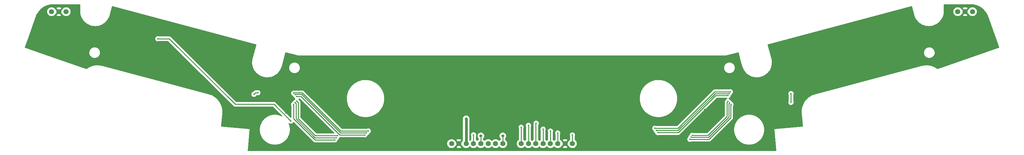
<source format=gbr>
%TF.GenerationSoftware,KiCad,Pcbnew,7.0.9-7.0.9~ubuntu22.04.1*%
%TF.CreationDate,2023-12-27T20:48:07-05:00*%
%TF.ProjectId,GT-Wheel-RevLight,47542d57-6865-4656-9c2d-5265764c6967,rev?*%
%TF.SameCoordinates,Original*%
%TF.FileFunction,Copper,L2,Bot*%
%TF.FilePolarity,Positive*%
%FSLAX46Y46*%
G04 Gerber Fmt 4.6, Leading zero omitted, Abs format (unit mm)*
G04 Created by KiCad (PCBNEW 7.0.9-7.0.9~ubuntu22.04.1) date 2023-12-27 20:48:07*
%MOMM*%
%LPD*%
G01*
G04 APERTURE LIST*
%TA.AperFunction,ComponentPad*%
%ADD10C,1.400000*%
%TD*%
%TA.AperFunction,ViaPad*%
%ADD11C,0.406400*%
%TD*%
%TA.AperFunction,ViaPad*%
%ADD12C,0.800000*%
%TD*%
%TA.AperFunction,Conductor*%
%ADD13C,0.250000*%
%TD*%
%TA.AperFunction,Conductor*%
%ADD14C,0.762000*%
%TD*%
G04 APERTURE END LIST*
D10*
%TO.P,WP18,1*%
%TO.N,/EN4_B*%
X139074275Y-99380738D03*
%TD*%
%TO.P,WP1,1*%
%TO.N,~*%
X271324275Y-63130738D03*
%TD*%
%TO.P,WP5,1*%
%TO.N,~*%
X162074275Y-99380738D03*
%TD*%
%TO.P,WP2,1*%
%TO.N,Net-(R1-Pad2)*%
X269324275Y-63130738D03*
%TD*%
%TO.P,WP16,1*%
%TO.N,/EN3_B*%
X143074275Y-99380738D03*
%TD*%
%TO.P,WP10,1*%
%TO.N,/COL8*%
X158074275Y-99380738D03*
%TD*%
%TO.P,WP17,1*%
%TO.N,/EN4_A*%
X141074275Y-99380738D03*
%TD*%
%TO.P,WP12,1*%
%TO.N,/COL10*%
X154074275Y-99380738D03*
%TD*%
%TO.P,WP14,1*%
%TO.N,/COL12*%
X150074275Y-99380738D03*
%TD*%
%TO.P,WP3,1*%
%TO.N,Net-(R2-Pad2)*%
X273324275Y-63130738D03*
%TD*%
%TO.P,WP20,1*%
%TO.N,/+5V*%
X135074275Y-99380738D03*
%TD*%
%TO.P,WP6,1*%
%TO.N,~*%
X23824275Y-63130738D03*
%TD*%
%TO.P,WP8,1*%
%TO.N,Net-(R6-Pad2)*%
X25824275Y-63130738D03*
%TD*%
%TO.P,WP22,1*%
%TO.N,/+3.3V*%
X131074275Y-99380738D03*
%TD*%
%TO.P,WP7,1*%
%TO.N,Net-(R5-Pad2)*%
X21824275Y-63130738D03*
%TD*%
%TO.P,WP15,1*%
%TO.N,/EN3_A*%
X145074275Y-99380738D03*
%TD*%
%TO.P,WP11,1*%
%TO.N,/COL9*%
X156074275Y-99380738D03*
%TD*%
%TO.P,WP19,1*%
%TO.N,/LED_DOUT*%
X137074275Y-99380738D03*
%TD*%
%TO.P,WP4,1*%
%TO.N,/ROW5*%
X164074275Y-99380738D03*
%TD*%
%TO.P,WP13,1*%
%TO.N,/COL11*%
X152074275Y-99380738D03*
%TD*%
%TO.P,WP9,1*%
%TO.N,/COL7*%
X160074275Y-99380738D03*
%TD*%
%TO.P,WP21,1*%
%TO.N,~*%
X133074275Y-99380738D03*
%TD*%
D11*
%TO.N,~*%
X53574275Y-75980738D03*
X142352649Y-76359112D03*
X165352649Y-76359112D03*
X92065098Y-91471561D03*
X204239676Y-83515337D03*
X149974275Y-76359112D03*
X243445907Y-69509106D03*
X243974275Y-75980738D03*
X140374275Y-81380738D03*
X148174275Y-81380738D03*
X178174275Y-81380738D03*
X200774275Y-95180738D03*
X172952649Y-76359112D03*
X70787164Y-74167849D03*
X204883452Y-91471561D03*
X226374275Y-80580738D03*
X197774275Y-88096271D03*
X125174275Y-81380738D03*
X170774275Y-81380738D03*
X104174275Y-76359112D03*
X127174275Y-76359112D03*
X180552649Y-76359112D03*
D12*
X271324275Y-67880738D03*
D11*
X91174275Y-89980738D03*
X155974275Y-81380738D03*
X119374275Y-76359112D03*
X163374275Y-81380738D03*
X92174275Y-97980738D03*
X197974275Y-94580738D03*
X99258742Y-88096271D03*
X185574275Y-81580738D03*
X70974275Y-80580738D03*
X110574275Y-81380738D03*
X85574275Y-84492225D03*
X117374275Y-81380738D03*
X157574275Y-76359112D03*
X85774275Y-90980738D03*
X193774275Y-81780738D03*
X53445907Y-69509106D03*
X94974275Y-94580738D03*
X200174275Y-89980738D03*
X188152649Y-76359112D03*
X111752649Y-76359112D03*
X132974275Y-81380738D03*
D12*
X23824275Y-67880738D03*
D11*
X211462788Y-84492225D03*
X92774275Y-83515337D03*
X227761386Y-74167849D03*
X134752649Y-76359112D03*
D12*
%TO.N,/EN3_A*%
X145074275Y-97256238D03*
%TO.N,/EN4_B*%
X139074275Y-97256238D03*
D11*
%TO.N,Net-(D1-K)*%
X99574275Y-97780738D03*
X88360788Y-88166746D03*
%TO.N,/ROW5*%
X164074275Y-97003038D03*
%TO.N,Net-(D2-K)*%
X99974275Y-97180738D03*
X88774275Y-87723862D03*
%TO.N,Net-(D3-K)*%
X99174275Y-98380738D03*
X87947301Y-88609630D03*
%TO.N,Net-(D4-K)*%
X207402713Y-88609176D03*
X196174275Y-98180738D03*
%TO.N,Net-(D5-K)*%
X196798726Y-97111103D03*
X206545837Y-87752300D03*
%TO.N,Net-(D6-K)*%
X206974275Y-88180738D03*
X196445243Y-97638803D03*
%TO.N,/LED_DOUT*%
X137074275Y-96980738D03*
X50856242Y-70580738D03*
X87174275Y-93180738D03*
%TO.N,Net-(D8-DOUT)*%
X78174275Y-85403038D03*
X77100883Y-85853038D03*
%TO.N,Net-(D28-DOUT)*%
X223774275Y-85653038D03*
X223774275Y-88058438D03*
D12*
%TO.N,/+5V*%
X135074275Y-92580738D03*
D11*
%TO.N,/COL7*%
X160074275Y-96475338D03*
X107374275Y-96980738D03*
X88774275Y-86409176D03*
%TO.N,/COL8*%
X158074275Y-95947638D03*
X107846075Y-96452538D03*
X88360788Y-85966292D03*
%TO.N,/COL9*%
X87931819Y-85538387D03*
X156074275Y-95419938D03*
X108317875Y-95924338D03*
%TO.N,/COL10*%
X207197743Y-85141624D03*
X154174275Y-93780738D03*
X186574275Y-95180738D03*
%TO.N,/COL11*%
X152074275Y-94364038D03*
X206886009Y-85661181D03*
X186974275Y-95780738D03*
%TO.N,/COL12*%
X206574275Y-86180738D03*
X187374275Y-96380738D03*
X150074275Y-94880738D03*
%TD*%
D13*
%TO.N,/EN3_A*%
X145074275Y-99380738D02*
X145074275Y-97256238D01*
%TO.N,/EN4_B*%
X139074275Y-97256238D02*
X139074275Y-99380738D01*
%TO.N,Net-(D1-K)*%
X99574275Y-97780738D02*
X93810671Y-97780738D01*
X93810671Y-97780738D02*
X88574275Y-92544342D01*
X88574275Y-88380233D02*
X88360788Y-88166746D01*
X88574275Y-92544342D02*
X88574275Y-88380233D01*
%TO.N,/ROW5*%
X164074275Y-97003038D02*
X164074275Y-99380738D01*
%TO.N,Net-(D2-K)*%
X99974275Y-97180738D02*
X93847067Y-97180738D01*
X89174275Y-88123862D02*
X88774275Y-87723862D01*
X93847067Y-97180738D02*
X89174275Y-92507946D01*
X89174275Y-92507946D02*
X89174275Y-88123862D01*
%TO.N,Net-(D3-K)*%
X87947301Y-92553764D02*
X87947301Y-88609630D01*
X93774275Y-98380738D02*
X87947301Y-92553764D01*
X99174275Y-98380738D02*
X93774275Y-98380738D01*
%TO.N,Net-(D4-K)*%
X205774275Y-93780738D02*
X201374275Y-98180738D01*
X207302951Y-88708938D02*
X207302951Y-92252062D01*
X201374275Y-98180738D02*
X196174275Y-98180738D01*
X207402713Y-88609176D02*
X207302951Y-88708938D01*
X207302951Y-92252062D02*
X205774275Y-93780738D01*
%TO.N,Net-(D5-K)*%
X196798726Y-97111103D02*
X201171118Y-97111103D01*
X206324275Y-91957946D02*
X206324275Y-87973862D01*
X201171118Y-97111103D02*
X206324275Y-91957946D01*
X206324275Y-87973862D02*
X206545837Y-87752300D01*
%TO.N,Net-(D6-K)*%
X206774275Y-88380738D02*
X206974275Y-88180738D01*
X201279814Y-97638803D02*
X206774275Y-92144342D01*
X196445243Y-97638803D02*
X201279814Y-97638803D01*
X206774275Y-92144342D02*
X206774275Y-88380738D01*
%TO.N,/LED_DOUT*%
X87174275Y-93180738D02*
X82574275Y-88580738D01*
X53974275Y-70580738D02*
X50856242Y-70580738D01*
X137074275Y-99380738D02*
X137074275Y-96980738D01*
X71974275Y-88580738D02*
X53974275Y-70580738D01*
X82574275Y-88580738D02*
X71974275Y-88580738D01*
%TO.N,Net-(D8-DOUT)*%
X77550883Y-85403038D02*
X77100883Y-85853038D01*
X78174275Y-85403038D02*
X77550883Y-85403038D01*
%TO.N,Net-(D28-DOUT)*%
X223774275Y-88058438D02*
X223774275Y-85653038D01*
D14*
%TO.N,/+5V*%
X135074275Y-99380738D02*
X135074275Y-92580738D01*
D13*
%TO.N,/COL7*%
X107374275Y-96980738D02*
X100574275Y-96980738D01*
X100574275Y-96980738D02*
X90002713Y-86409176D01*
X90002713Y-86409176D02*
X88774275Y-86409176D01*
X160074275Y-96475338D02*
X160074275Y-99380738D01*
%TO.N,/COL8*%
X90110909Y-85880976D02*
X88446104Y-85880976D01*
X107846075Y-96452538D02*
X100682471Y-96452538D01*
X100682471Y-96452538D02*
X90110909Y-85880976D01*
X88446104Y-85880976D02*
X88360788Y-85966292D01*
X158074275Y-95947638D02*
X158074275Y-99380738D01*
%TO.N,/COL9*%
X90297305Y-85430976D02*
X88039230Y-85430976D01*
X108317875Y-95924338D02*
X100790667Y-95924338D01*
X100790667Y-95924338D02*
X90297305Y-85430976D01*
X156074275Y-95419938D02*
X156074275Y-99380738D01*
X88039230Y-85430976D02*
X87931819Y-85538387D01*
%TO.N,/COL10*%
X154174275Y-93780738D02*
X154074275Y-93880738D01*
X202949240Y-85132981D02*
X207189100Y-85132981D01*
X192901483Y-95180738D02*
X202949240Y-85132981D01*
X207189100Y-85132981D02*
X207197743Y-85141624D01*
X186574275Y-95180738D02*
X192901483Y-95180738D01*
X154074275Y-93880738D02*
X154074275Y-99380738D01*
%TO.N,/COL11*%
X152074275Y-94364038D02*
X152074275Y-99380738D01*
X192937879Y-95780738D02*
X203066079Y-85652538D01*
X203066079Y-85652538D02*
X206877366Y-85652538D01*
X186974275Y-95780738D02*
X192937879Y-95780738D01*
X206877366Y-85652538D02*
X206886009Y-85661181D01*
%TO.N,/COL12*%
X203174275Y-86180738D02*
X199774275Y-89580738D01*
X199774275Y-89580738D02*
X192974275Y-96380738D01*
X192974275Y-96380738D02*
X187374275Y-96380738D01*
X206574275Y-86180738D02*
X203174275Y-86180738D01*
X150074275Y-94880738D02*
X150074275Y-99380738D01*
%TD*%
%TA.AperFunction,Conductor*%
%TO.N,~*%
G36*
X89759300Y-87054361D02*
G01*
X89779942Y-87070995D01*
X99052503Y-96343557D01*
X99085988Y-96404880D01*
X99081004Y-96474572D01*
X99039132Y-96530505D01*
X98973668Y-96554922D01*
X98964822Y-96555238D01*
X94157519Y-96555238D01*
X94090480Y-96535553D01*
X94069838Y-96518919D01*
X89836094Y-92285174D01*
X89802609Y-92223851D01*
X89799775Y-92197493D01*
X89799775Y-88206599D01*
X89801499Y-88190985D01*
X89801213Y-88190958D01*
X89801947Y-88183195D01*
X89801548Y-88170511D01*
X89799775Y-88114064D01*
X89799775Y-88084512D01*
X89798904Y-88077621D01*
X89798447Y-88071807D01*
X89798411Y-88070676D01*
X89796984Y-88025234D01*
X89791395Y-88005999D01*
X89787449Y-87986946D01*
X89786983Y-87983256D01*
X89784939Y-87967070D01*
X89767776Y-87923721D01*
X89765889Y-87918208D01*
X89752892Y-87873472D01*
X89752891Y-87873470D01*
X89742696Y-87856231D01*
X89734135Y-87838755D01*
X89726761Y-87820131D01*
X89726761Y-87820129D01*
X89716749Y-87806350D01*
X89699358Y-87782412D01*
X89696175Y-87777567D01*
X89672445Y-87737441D01*
X89672440Y-87737435D01*
X89658280Y-87723275D01*
X89645645Y-87708482D01*
X89633868Y-87692274D01*
X89597968Y-87662575D01*
X89593656Y-87658652D01*
X89465067Y-87530063D01*
X89436806Y-87486353D01*
X89432846Y-87475911D01*
X89401946Y-87394435D01*
X89304870Y-87253796D01*
X89302266Y-87251489D01*
X89300910Y-87249326D01*
X89299896Y-87248182D01*
X89300086Y-87248013D01*
X89265142Y-87192300D01*
X89265910Y-87122434D01*
X89304329Y-87064075D01*
X89368200Y-87035751D01*
X89384496Y-87034676D01*
X89692261Y-87034676D01*
X89759300Y-87054361D01*
G37*
%TD.AperFunction*%
%TA.AperFunction,Conductor*%
G36*
X29585467Y-61103530D02*
G01*
X29631222Y-61156334D01*
X29642428Y-61207845D01*
X29642428Y-62989485D01*
X29642364Y-63180299D01*
X29642365Y-63180312D01*
X29680121Y-63572423D01*
X29752149Y-63942972D01*
X29755287Y-63959114D01*
X29867169Y-64336820D01*
X29867172Y-64336828D01*
X29867171Y-64336828D01*
X30014739Y-64702068D01*
X30196630Y-65051475D01*
X30196634Y-65051482D01*
X30411183Y-65381858D01*
X30533260Y-65535330D01*
X30656413Y-65690155D01*
X30930054Y-65973517D01*
X30930067Y-65973529D01*
X31145777Y-66157762D01*
X31229582Y-66229338D01*
X31229598Y-66229351D01*
X31229609Y-66229360D01*
X31552282Y-66455298D01*
X31552285Y-66455300D01*
X31552287Y-66455301D01*
X31895145Y-66649281D01*
X32255016Y-66809506D01*
X32332994Y-66835597D01*
X32628571Y-66934496D01*
X32628581Y-66934498D01*
X32628588Y-66934501D01*
X33012420Y-67023115D01*
X33159046Y-67042418D01*
X33402974Y-67074533D01*
X33402989Y-67074534D01*
X33589260Y-67081038D01*
X33796666Y-67088281D01*
X34189859Y-67064233D01*
X34578938Y-67002609D01*
X34578948Y-67002606D01*
X34578955Y-67002605D01*
X34842291Y-66934501D01*
X34960318Y-66903977D01*
X35330490Y-66769246D01*
X35686044Y-66599656D01*
X36023706Y-66396768D01*
X36340368Y-66162451D01*
X36633114Y-65898861D01*
X36899249Y-65608427D01*
X37136321Y-65293822D01*
X37342148Y-64957944D01*
X37342151Y-64957936D01*
X37342153Y-64957935D01*
X37466949Y-64702064D01*
X37514835Y-64603884D01*
X37652792Y-64234902D01*
X37703707Y-64044632D01*
X37703836Y-64044150D01*
X37703835Y-64044149D01*
X37704783Y-64040610D01*
X37706002Y-64036062D01*
X38330241Y-61706373D01*
X38366605Y-61646715D01*
X38429452Y-61616186D01*
X38482106Y-61618693D01*
X77665965Y-72117977D01*
X77725624Y-72154342D01*
X77756153Y-72217189D01*
X77753645Y-72269846D01*
X76750937Y-76012003D01*
X76750922Y-76012093D01*
X76703472Y-76189178D01*
X76703472Y-76189180D01*
X76638689Y-76574420D01*
X76638688Y-76574424D01*
X76610818Y-76964090D01*
X76620113Y-77354652D01*
X76666490Y-77742537D01*
X76666493Y-77742558D01*
X76749531Y-78124282D01*
X76868482Y-78496394D01*
X77022268Y-78855517D01*
X77022269Y-78855520D01*
X77189067Y-79160987D01*
X77209491Y-79198391D01*
X77426166Y-79518530D01*
X77428462Y-79521922D01*
X77677180Y-79823155D01*
X77677186Y-79823162D01*
X77677189Y-79823165D01*
X77953429Y-80099405D01*
X78254676Y-80348136D01*
X78254681Y-80348139D01*
X78254683Y-80348141D01*
X78578200Y-80567104D01*
X78578202Y-80567106D01*
X78921072Y-80754327D01*
X78921073Y-80754327D01*
X78921078Y-80754330D01*
X79267826Y-80902816D01*
X79280198Y-80908114D01*
X79652305Y-81027064D01*
X79652318Y-81027067D01*
X80034042Y-81110107D01*
X80092095Y-81117047D01*
X80421943Y-81156486D01*
X80812494Y-81165782D01*
X81202161Y-81137913D01*
X81492435Y-81089100D01*
X81587409Y-81073130D01*
X81587410Y-81073129D01*
X81587414Y-81073129D01*
X81964764Y-80972018D01*
X82330795Y-80835495D01*
X82682191Y-80664797D01*
X83015769Y-80461470D01*
X83328510Y-80227354D01*
X83617581Y-79964571D01*
X83880363Y-79675500D01*
X84114477Y-79362758D01*
X84317804Y-79029179D01*
X84488500Y-78677783D01*
X84532938Y-78558641D01*
X86726346Y-78558641D01*
X86732797Y-78636497D01*
X86734081Y-78651982D01*
X86734293Y-78657105D01*
X86734293Y-78678586D01*
X86737827Y-78699767D01*
X86738461Y-78704852D01*
X86746196Y-78798199D01*
X86746197Y-78798207D01*
X86769191Y-78889011D01*
X86770242Y-78894024D01*
X86773777Y-78915202D01*
X86780748Y-78935512D01*
X86782210Y-78940421D01*
X86805203Y-79031222D01*
X86805208Y-79031234D01*
X86842834Y-79117016D01*
X86844697Y-79121788D01*
X86851450Y-79141456D01*
X86851670Y-79142097D01*
X86856538Y-79151093D01*
X86861883Y-79160970D01*
X86864133Y-79165573D01*
X86889422Y-79223224D01*
X86901768Y-79251369D01*
X86901770Y-79251372D01*
X86953008Y-79329799D01*
X86955632Y-79334202D01*
X86965847Y-79353077D01*
X86965849Y-79353079D01*
X86979025Y-79370008D01*
X86982004Y-79374180D01*
X87033242Y-79452606D01*
X87096691Y-79521531D01*
X87100002Y-79525441D01*
X87113184Y-79542377D01*
X87113186Y-79542379D01*
X87113189Y-79542382D01*
X87122459Y-79550915D01*
X87128983Y-79556922D01*
X87132604Y-79560542D01*
X87196053Y-79629466D01*
X87255198Y-79675500D01*
X87269982Y-79687007D01*
X87273889Y-79690316D01*
X87289683Y-79704855D01*
X87307674Y-79716609D01*
X87311806Y-79719560D01*
X87385750Y-79777113D01*
X87385752Y-79777114D01*
X87385759Y-79777119D01*
X87468141Y-79821702D01*
X87472543Y-79824325D01*
X87489314Y-79835281D01*
X87490511Y-79836063D01*
X87490516Y-79836065D01*
X87510168Y-79844686D01*
X87514762Y-79846931D01*
X87536942Y-79858934D01*
X87597150Y-79891518D01*
X87597155Y-79891520D01*
X87597161Y-79891523D01*
X87685786Y-79921947D01*
X87690527Y-79923798D01*
X87710196Y-79932426D01*
X87731020Y-79937699D01*
X87735894Y-79939150D01*
X87824520Y-79969575D01*
X87916925Y-79984994D01*
X87921933Y-79986045D01*
X87942746Y-79991316D01*
X87964158Y-79993090D01*
X87969207Y-79993719D01*
X88061625Y-80009141D01*
X88061627Y-80009141D01*
X88155302Y-80009141D01*
X88160415Y-80009352D01*
X88175628Y-80010613D01*
X88181815Y-80011126D01*
X88181817Y-80011126D01*
X88181819Y-80011126D01*
X88188005Y-80010613D01*
X88203218Y-80009352D01*
X88208332Y-80009141D01*
X88302007Y-80009141D01*
X88302009Y-80009141D01*
X88394435Y-79993717D01*
X88399472Y-79993090D01*
X88420888Y-79991316D01*
X88441717Y-79986041D01*
X88446688Y-79984998D01*
X88539114Y-79969575D01*
X88627756Y-79939144D01*
X88632580Y-79937707D01*
X88653438Y-79932426D01*
X88673126Y-79923789D01*
X88677835Y-79921952D01*
X88766473Y-79891523D01*
X88848887Y-79846922D01*
X88853445Y-79844694D01*
X88873123Y-79836063D01*
X88891112Y-79824309D01*
X88895463Y-79821716D01*
X88977884Y-79777113D01*
X89051823Y-79719563D01*
X89055964Y-79716606D01*
X89073951Y-79704855D01*
X89089759Y-79690302D01*
X89093627Y-79687026D01*
X89167581Y-79629466D01*
X89231062Y-79560506D01*
X89234621Y-79556948D01*
X89250445Y-79542382D01*
X89263633Y-79525437D01*
X89266942Y-79521531D01*
X89330386Y-79452612D01*
X89330385Y-79452612D01*
X89330388Y-79452610D01*
X89381655Y-79374139D01*
X89384582Y-79370041D01*
X89397788Y-79353075D01*
X89408007Y-79334191D01*
X89410612Y-79329817D01*
X89461866Y-79251369D01*
X89499501Y-79165569D01*
X89501740Y-79160987D01*
X89511964Y-79142097D01*
X89518939Y-79121778D01*
X89520788Y-79117039D01*
X89558427Y-79031232D01*
X89581431Y-78940387D01*
X89582877Y-78935531D01*
X89589856Y-78915205D01*
X89593392Y-78894013D01*
X89594438Y-78889025D01*
X89617437Y-78798204D01*
X89625174Y-78704831D01*
X89625805Y-78699774D01*
X89629340Y-78678591D01*
X89629341Y-78678586D01*
X89629963Y-78648439D01*
X89630156Y-78644700D01*
X89637288Y-78558641D01*
X205511262Y-78558641D01*
X205517713Y-78636497D01*
X205518997Y-78651982D01*
X205519209Y-78657105D01*
X205519209Y-78678586D01*
X205522743Y-78699767D01*
X205523377Y-78704852D01*
X205531112Y-78798199D01*
X205531113Y-78798207D01*
X205554107Y-78889011D01*
X205555158Y-78894024D01*
X205558693Y-78915202D01*
X205565664Y-78935512D01*
X205567126Y-78940421D01*
X205590119Y-79031222D01*
X205590124Y-79031234D01*
X205627750Y-79117016D01*
X205629613Y-79121788D01*
X205636366Y-79141456D01*
X205636586Y-79142097D01*
X205641454Y-79151093D01*
X205646799Y-79160970D01*
X205649049Y-79165573D01*
X205674338Y-79223224D01*
X205686684Y-79251369D01*
X205686686Y-79251372D01*
X205737924Y-79329799D01*
X205740548Y-79334202D01*
X205750763Y-79353077D01*
X205750765Y-79353079D01*
X205763941Y-79370008D01*
X205766920Y-79374180D01*
X205818158Y-79452606D01*
X205881607Y-79521531D01*
X205884918Y-79525441D01*
X205898100Y-79542377D01*
X205898102Y-79542379D01*
X205898105Y-79542382D01*
X205907375Y-79550915D01*
X205913899Y-79556922D01*
X205917520Y-79560542D01*
X205980969Y-79629466D01*
X206040114Y-79675500D01*
X206054898Y-79687007D01*
X206058805Y-79690316D01*
X206074599Y-79704855D01*
X206092590Y-79716609D01*
X206096722Y-79719560D01*
X206170666Y-79777113D01*
X206170668Y-79777114D01*
X206170675Y-79777119D01*
X206253057Y-79821702D01*
X206257459Y-79824325D01*
X206274230Y-79835281D01*
X206275427Y-79836063D01*
X206275432Y-79836065D01*
X206295084Y-79844686D01*
X206299678Y-79846931D01*
X206321858Y-79858934D01*
X206382066Y-79891518D01*
X206382071Y-79891520D01*
X206382077Y-79891523D01*
X206470702Y-79921947D01*
X206475443Y-79923798D01*
X206495112Y-79932426D01*
X206515936Y-79937699D01*
X206520810Y-79939150D01*
X206609436Y-79969575D01*
X206701841Y-79984994D01*
X206706849Y-79986045D01*
X206727662Y-79991316D01*
X206749074Y-79993090D01*
X206754123Y-79993719D01*
X206846541Y-80009141D01*
X206846543Y-80009141D01*
X206940218Y-80009141D01*
X206945331Y-80009352D01*
X206960544Y-80010613D01*
X206966731Y-80011126D01*
X206966733Y-80011126D01*
X206966735Y-80011126D01*
X206972921Y-80010613D01*
X206988134Y-80009352D01*
X206993248Y-80009141D01*
X207086923Y-80009141D01*
X207086925Y-80009141D01*
X207179351Y-79993717D01*
X207184388Y-79993090D01*
X207205804Y-79991316D01*
X207226633Y-79986041D01*
X207231604Y-79984998D01*
X207324030Y-79969575D01*
X207412672Y-79939144D01*
X207417496Y-79937707D01*
X207438354Y-79932426D01*
X207458042Y-79923789D01*
X207462751Y-79921952D01*
X207551389Y-79891523D01*
X207633803Y-79846922D01*
X207638361Y-79844694D01*
X207658039Y-79836063D01*
X207676028Y-79824309D01*
X207680379Y-79821716D01*
X207762800Y-79777113D01*
X207836739Y-79719563D01*
X207840880Y-79716606D01*
X207858867Y-79704855D01*
X207874675Y-79690302D01*
X207878543Y-79687026D01*
X207952497Y-79629466D01*
X208015978Y-79560506D01*
X208019537Y-79556948D01*
X208035361Y-79542382D01*
X208048549Y-79525437D01*
X208051858Y-79521531D01*
X208115302Y-79452612D01*
X208115301Y-79452612D01*
X208115304Y-79452610D01*
X208166571Y-79374139D01*
X208169498Y-79370041D01*
X208182704Y-79353075D01*
X208192923Y-79334191D01*
X208195528Y-79329817D01*
X208246782Y-79251369D01*
X208284417Y-79165569D01*
X208286656Y-79160987D01*
X208296880Y-79142097D01*
X208303855Y-79121778D01*
X208305704Y-79117039D01*
X208343343Y-79031232D01*
X208366347Y-78940387D01*
X208367793Y-78935531D01*
X208374772Y-78915205D01*
X208378308Y-78894013D01*
X208379354Y-78889025D01*
X208402353Y-78798204D01*
X208410090Y-78704831D01*
X208410721Y-78699774D01*
X208414256Y-78678591D01*
X208414257Y-78678586D01*
X208414879Y-78648439D01*
X208415072Y-78644700D01*
X208422204Y-78558641D01*
X208415073Y-78472584D01*
X208414879Y-78468839D01*
X208414257Y-78438696D01*
X208410720Y-78417498D01*
X208410090Y-78412450D01*
X208402353Y-78319078D01*
X208379355Y-78228261D01*
X208378307Y-78223262D01*
X208374772Y-78202077D01*
X208367793Y-78181750D01*
X208366347Y-78176892D01*
X208343343Y-78086050D01*
X208309509Y-78008916D01*
X208305714Y-78000264D01*
X208303852Y-77995496D01*
X208296880Y-77975185D01*
X208286663Y-77956305D01*
X208284412Y-77951701D01*
X208246783Y-77865914D01*
X208195545Y-77787490D01*
X208192922Y-77783089D01*
X208182704Y-77764207D01*
X208182703Y-77764206D01*
X208182701Y-77764202D01*
X208177165Y-77757091D01*
X208169507Y-77747251D01*
X208166562Y-77743127D01*
X208124047Y-77678055D01*
X208115307Y-77664676D01*
X208115305Y-77664674D01*
X208115304Y-77664672D01*
X208051858Y-77595751D01*
X208048544Y-77591838D01*
X208048543Y-77591837D01*
X208035361Y-77574900D01*
X208019563Y-77560357D01*
X208015940Y-77556734D01*
X208015935Y-77556729D01*
X207952497Y-77487816D01*
X207952496Y-77487815D01*
X207952494Y-77487813D01*
X207952490Y-77487810D01*
X207878566Y-77430273D01*
X207874654Y-77426960D01*
X207858865Y-77412425D01*
X207848877Y-77405900D01*
X207840893Y-77400684D01*
X207836735Y-77397714D01*
X207762804Y-77340172D01*
X207762803Y-77340171D01*
X207762800Y-77340169D01*
X207762791Y-77340164D01*
X207680411Y-77295581D01*
X207676007Y-77292958D01*
X207658042Y-77281221D01*
X207658036Y-77281217D01*
X207638377Y-77272593D01*
X207633775Y-77270343D01*
X207551396Y-77225762D01*
X207551391Y-77225760D01*
X207551389Y-77225759D01*
X207523677Y-77216245D01*
X207462789Y-77195342D01*
X207458016Y-77193480D01*
X207438356Y-77184857D01*
X207438354Y-77184856D01*
X207438352Y-77184855D01*
X207438351Y-77184855D01*
X207438346Y-77184853D01*
X207422980Y-77180962D01*
X207417534Y-77179583D01*
X207412644Y-77178128D01*
X207340890Y-77153495D01*
X207324031Y-77147707D01*
X207324032Y-77147707D01*
X207231632Y-77132287D01*
X207226620Y-77131236D01*
X207205804Y-77125966D01*
X207184405Y-77124192D01*
X207179326Y-77123560D01*
X207122587Y-77114092D01*
X207086925Y-77108141D01*
X206993248Y-77108141D01*
X206988128Y-77107929D01*
X206966733Y-77106157D01*
X206945338Y-77107929D01*
X206940218Y-77108141D01*
X206846541Y-77108141D01*
X206754138Y-77123560D01*
X206749057Y-77124193D01*
X206727662Y-77125966D01*
X206706844Y-77131236D01*
X206701835Y-77132286D01*
X206609432Y-77147707D01*
X206520828Y-77178125D01*
X206515918Y-77179586D01*
X206495112Y-77184855D01*
X206495106Y-77184857D01*
X206475447Y-77193481D01*
X206470674Y-77195343D01*
X206382084Y-77225756D01*
X206382079Y-77225758D01*
X206382077Y-77225758D01*
X206382077Y-77225759D01*
X206378860Y-77227499D01*
X206299693Y-77270341D01*
X206295093Y-77272590D01*
X206275437Y-77281213D01*
X206275429Y-77281218D01*
X206257458Y-77292957D01*
X206253059Y-77295578D01*
X206183169Y-77333402D01*
X206170666Y-77340169D01*
X206170664Y-77340170D01*
X206170663Y-77340171D01*
X206096736Y-77397709D01*
X206092569Y-77400684D01*
X206074599Y-77412426D01*
X206058811Y-77426960D01*
X206054903Y-77430269D01*
X205980972Y-77487813D01*
X205980970Y-77487814D01*
X205917529Y-77556729D01*
X205913907Y-77560351D01*
X205898108Y-77574896D01*
X205898103Y-77574902D01*
X205884921Y-77591837D01*
X205881611Y-77595745D01*
X205818164Y-77664669D01*
X205766929Y-77743089D01*
X205763951Y-77747260D01*
X205750762Y-77764205D01*
X205740541Y-77783089D01*
X205737921Y-77787486D01*
X205686685Y-77865909D01*
X205686683Y-77865915D01*
X205649054Y-77951699D01*
X205646804Y-77956300D01*
X205636588Y-77975180D01*
X205636587Y-77975181D01*
X205629615Y-77995490D01*
X205627752Y-78000262D01*
X205590124Y-78086047D01*
X205590119Y-78086060D01*
X205567124Y-78176865D01*
X205565662Y-78181776D01*
X205558693Y-78202079D01*
X205555156Y-78223262D01*
X205554106Y-78228273D01*
X205531114Y-78319069D01*
X205531111Y-78319086D01*
X205523377Y-78412418D01*
X205522744Y-78417498D01*
X205519209Y-78438695D01*
X205519209Y-78460175D01*
X205518997Y-78465291D01*
X205511262Y-78558641D01*
X89637288Y-78558641D01*
X89630157Y-78472584D01*
X89629963Y-78468839D01*
X89629341Y-78438696D01*
X89625804Y-78417498D01*
X89625174Y-78412450D01*
X89617437Y-78319078D01*
X89594439Y-78228261D01*
X89593391Y-78223262D01*
X89589856Y-78202077D01*
X89582877Y-78181750D01*
X89581431Y-78176892D01*
X89558427Y-78086050D01*
X89524593Y-78008916D01*
X89520798Y-78000264D01*
X89518936Y-77995496D01*
X89511964Y-77975185D01*
X89501747Y-77956305D01*
X89499496Y-77951701D01*
X89461867Y-77865914D01*
X89410629Y-77787490D01*
X89408006Y-77783089D01*
X89397788Y-77764207D01*
X89397787Y-77764206D01*
X89397785Y-77764202D01*
X89392249Y-77757091D01*
X89384591Y-77747251D01*
X89381646Y-77743127D01*
X89339131Y-77678055D01*
X89330391Y-77664676D01*
X89330389Y-77664674D01*
X89330388Y-77664672D01*
X89266942Y-77595751D01*
X89263628Y-77591838D01*
X89263627Y-77591837D01*
X89250445Y-77574900D01*
X89234647Y-77560357D01*
X89231024Y-77556734D01*
X89231019Y-77556729D01*
X89167581Y-77487816D01*
X89167580Y-77487815D01*
X89167578Y-77487813D01*
X89167574Y-77487810D01*
X89093650Y-77430273D01*
X89089738Y-77426960D01*
X89073949Y-77412425D01*
X89063961Y-77405900D01*
X89055977Y-77400684D01*
X89051819Y-77397714D01*
X88977888Y-77340172D01*
X88977887Y-77340171D01*
X88977884Y-77340169D01*
X88977875Y-77340164D01*
X88895495Y-77295581D01*
X88891091Y-77292958D01*
X88873126Y-77281221D01*
X88873120Y-77281217D01*
X88853461Y-77272593D01*
X88848859Y-77270343D01*
X88766480Y-77225762D01*
X88766475Y-77225760D01*
X88766473Y-77225759D01*
X88738761Y-77216245D01*
X88677873Y-77195342D01*
X88673100Y-77193480D01*
X88653440Y-77184857D01*
X88653438Y-77184856D01*
X88653436Y-77184855D01*
X88653435Y-77184855D01*
X88653430Y-77184853D01*
X88638064Y-77180962D01*
X88632618Y-77179583D01*
X88627728Y-77178128D01*
X88555974Y-77153495D01*
X88539115Y-77147707D01*
X88539116Y-77147707D01*
X88446716Y-77132287D01*
X88441704Y-77131236D01*
X88420888Y-77125966D01*
X88399489Y-77124192D01*
X88394410Y-77123560D01*
X88337671Y-77114092D01*
X88302009Y-77108141D01*
X88208332Y-77108141D01*
X88203212Y-77107929D01*
X88181817Y-77106157D01*
X88160422Y-77107929D01*
X88155302Y-77108141D01*
X88061625Y-77108141D01*
X87969222Y-77123560D01*
X87964141Y-77124193D01*
X87942746Y-77125966D01*
X87921928Y-77131236D01*
X87916919Y-77132286D01*
X87824516Y-77147707D01*
X87735912Y-77178125D01*
X87731002Y-77179586D01*
X87710196Y-77184855D01*
X87710190Y-77184857D01*
X87690531Y-77193481D01*
X87685758Y-77195343D01*
X87597168Y-77225756D01*
X87597163Y-77225758D01*
X87597161Y-77225758D01*
X87597161Y-77225759D01*
X87593944Y-77227499D01*
X87514777Y-77270341D01*
X87510177Y-77272590D01*
X87490521Y-77281213D01*
X87490513Y-77281218D01*
X87472542Y-77292957D01*
X87468143Y-77295578D01*
X87398253Y-77333402D01*
X87385750Y-77340169D01*
X87385748Y-77340170D01*
X87385747Y-77340171D01*
X87311820Y-77397709D01*
X87307653Y-77400684D01*
X87289683Y-77412426D01*
X87273895Y-77426960D01*
X87269987Y-77430269D01*
X87196056Y-77487813D01*
X87196054Y-77487814D01*
X87132613Y-77556729D01*
X87128991Y-77560351D01*
X87113192Y-77574896D01*
X87113187Y-77574902D01*
X87100005Y-77591837D01*
X87096695Y-77595745D01*
X87033248Y-77664669D01*
X86982013Y-77743089D01*
X86979035Y-77747260D01*
X86965846Y-77764205D01*
X86955625Y-77783089D01*
X86953005Y-77787486D01*
X86901769Y-77865909D01*
X86901767Y-77865915D01*
X86864138Y-77951699D01*
X86861888Y-77956300D01*
X86851672Y-77975180D01*
X86851671Y-77975181D01*
X86844699Y-77995490D01*
X86842836Y-78000262D01*
X86805208Y-78086047D01*
X86805203Y-78086060D01*
X86782208Y-78176865D01*
X86780746Y-78181776D01*
X86773777Y-78202079D01*
X86770240Y-78223262D01*
X86769190Y-78228273D01*
X86746198Y-78319069D01*
X86746195Y-78319086D01*
X86738461Y-78412418D01*
X86737828Y-78417498D01*
X86734293Y-78438695D01*
X86734293Y-78460175D01*
X86734081Y-78465291D01*
X86726346Y-78558641D01*
X84532938Y-78558641D01*
X84625022Y-78311752D01*
X84675577Y-78123076D01*
X84675706Y-78122593D01*
X85675205Y-74392418D01*
X85711569Y-74332760D01*
X85774416Y-74302231D01*
X85827070Y-74304738D01*
X87550236Y-74766460D01*
X89200192Y-75208565D01*
X89202204Y-75209244D01*
X89202240Y-75209251D01*
X89204088Y-75209677D01*
X89205960Y-75209737D01*
X89206182Y-75209751D01*
X89208293Y-75209612D01*
X205940318Y-75209612D01*
X205942430Y-75209749D01*
X205942559Y-75209741D01*
X205944365Y-75209682D01*
X205946021Y-75209293D01*
X205949356Y-75208605D01*
X205953237Y-75207256D01*
X209321478Y-74304739D01*
X209391325Y-74306402D01*
X209449188Y-74345564D01*
X209473344Y-74392420D01*
X210058014Y-76574431D01*
X210456116Y-78060165D01*
X210460239Y-78075550D01*
X210460238Y-78075561D01*
X210523523Y-78311747D01*
X210523524Y-78311750D01*
X210523525Y-78311753D01*
X210660047Y-78677783D01*
X210829430Y-79026471D01*
X210830750Y-79029189D01*
X211034072Y-79362758D01*
X211268181Y-79675492D01*
X211268185Y-79675497D01*
X211268187Y-79675499D01*
X211530970Y-79964570D01*
X211820041Y-80227353D01*
X211820043Y-80227354D01*
X211820047Y-80227358D01*
X211981383Y-80348132D01*
X212132782Y-80461468D01*
X212251694Y-80533948D01*
X212466350Y-80664789D01*
X212466355Y-80664791D01*
X212466361Y-80664795D01*
X212817756Y-80835492D01*
X213183787Y-80972015D01*
X213389246Y-81027067D01*
X213561142Y-81073126D01*
X213747901Y-81104531D01*
X213946391Y-81137909D01*
X214336057Y-81165778D01*
X214726608Y-81156482D01*
X215085481Y-81113572D01*
X215114509Y-81110102D01*
X215114510Y-81110102D01*
X215496242Y-81027061D01*
X215513313Y-81021604D01*
X215868354Y-80908110D01*
X216227474Y-80754326D01*
X216400519Y-80659836D01*
X216570349Y-80567102D01*
X216570351Y-80567100D01*
X216577477Y-80562277D01*
X216893876Y-80348132D01*
X217195123Y-80099402D01*
X217471363Y-79823162D01*
X217720093Y-79521915D01*
X217939062Y-79198388D01*
X218126286Y-78855512D01*
X218280071Y-78496392D01*
X218399022Y-78124280D01*
X218409623Y-78075550D01*
X218482063Y-77742548D01*
X218482063Y-77742547D01*
X218502107Y-77574902D01*
X218528442Y-77354647D01*
X218537738Y-76964095D01*
X218509869Y-76574429D01*
X218445085Y-76189176D01*
X218403154Y-76032690D01*
X218394554Y-76000596D01*
X218394555Y-76000596D01*
X217962888Y-74389593D01*
X260093778Y-74389593D01*
X260101513Y-74482930D01*
X260101725Y-74488053D01*
X260101725Y-74509534D01*
X260105259Y-74530715D01*
X260105893Y-74535800D01*
X260113628Y-74629147D01*
X260113629Y-74629155D01*
X260136623Y-74719959D01*
X260137674Y-74724972D01*
X260141209Y-74746150D01*
X260148180Y-74766460D01*
X260149642Y-74771369D01*
X260172635Y-74862170D01*
X260172640Y-74862182D01*
X260210266Y-74947964D01*
X260212129Y-74952736D01*
X260218882Y-74972404D01*
X260219102Y-74973045D01*
X260223970Y-74982041D01*
X260229315Y-74991918D01*
X260231565Y-74996521D01*
X260256854Y-75054172D01*
X260269200Y-75082317D01*
X260269202Y-75082320D01*
X260320440Y-75160747D01*
X260323064Y-75165150D01*
X260333279Y-75184025D01*
X260333281Y-75184027D01*
X260346457Y-75200956D01*
X260349436Y-75205128D01*
X260400674Y-75283554D01*
X260464123Y-75352479D01*
X260467434Y-75356389D01*
X260480616Y-75373325D01*
X260480618Y-75373327D01*
X260480621Y-75373330D01*
X260489891Y-75381863D01*
X260496415Y-75387870D01*
X260500036Y-75391490D01*
X260563485Y-75460414D01*
X260637409Y-75517951D01*
X260637414Y-75517955D01*
X260641321Y-75521264D01*
X260657115Y-75535803D01*
X260675106Y-75547557D01*
X260679238Y-75550508D01*
X260753182Y-75608061D01*
X260753184Y-75608062D01*
X260753191Y-75608067D01*
X260835573Y-75652650D01*
X260839975Y-75655273D01*
X260856746Y-75666229D01*
X260857943Y-75667011D01*
X260857948Y-75667013D01*
X260877600Y-75675634D01*
X260882194Y-75677879D01*
X260904374Y-75689882D01*
X260964582Y-75722466D01*
X260964587Y-75722468D01*
X260964593Y-75722471D01*
X261053218Y-75752895D01*
X261057959Y-75754746D01*
X261077628Y-75763374D01*
X261098452Y-75768647D01*
X261103326Y-75770098D01*
X261191952Y-75800523D01*
X261284357Y-75815942D01*
X261289365Y-75816993D01*
X261310178Y-75822264D01*
X261331590Y-75824038D01*
X261336639Y-75824667D01*
X261429057Y-75840089D01*
X261429059Y-75840089D01*
X261522734Y-75840089D01*
X261527847Y-75840300D01*
X261543060Y-75841561D01*
X261549247Y-75842074D01*
X261549249Y-75842074D01*
X261549251Y-75842074D01*
X261555437Y-75841561D01*
X261570650Y-75840300D01*
X261575764Y-75840089D01*
X261669439Y-75840089D01*
X261669441Y-75840089D01*
X261761867Y-75824665D01*
X261766904Y-75824038D01*
X261788320Y-75822264D01*
X261809149Y-75816989D01*
X261814120Y-75815946D01*
X261906546Y-75800523D01*
X261995188Y-75770092D01*
X262000012Y-75768655D01*
X262020870Y-75763374D01*
X262040558Y-75754737D01*
X262045267Y-75752900D01*
X262133905Y-75722471D01*
X262216319Y-75677870D01*
X262220877Y-75675642D01*
X262240555Y-75667011D01*
X262258544Y-75655257D01*
X262262895Y-75652664D01*
X262345316Y-75608061D01*
X262419255Y-75550511D01*
X262423396Y-75547554D01*
X262441383Y-75535803D01*
X262457191Y-75521250D01*
X262461059Y-75517974D01*
X262535013Y-75460414D01*
X262598494Y-75391454D01*
X262602053Y-75387896D01*
X262617877Y-75373330D01*
X262631065Y-75356385D01*
X262634374Y-75352479D01*
X262697818Y-75283560D01*
X262697817Y-75283560D01*
X262697820Y-75283558D01*
X262749087Y-75205087D01*
X262752014Y-75200989D01*
X262765220Y-75184023D01*
X262775439Y-75165139D01*
X262778044Y-75160765D01*
X262829298Y-75082317D01*
X262866933Y-74996517D01*
X262869172Y-74991935D01*
X262879396Y-74973045D01*
X262886371Y-74952726D01*
X262888220Y-74947987D01*
X262925859Y-74862180D01*
X262948863Y-74771335D01*
X262950309Y-74766479D01*
X262957288Y-74746153D01*
X262960824Y-74724961D01*
X262961870Y-74719973D01*
X262984869Y-74629152D01*
X262992606Y-74535779D01*
X262993237Y-74530722D01*
X262996772Y-74509539D01*
X262996773Y-74509534D01*
X262997395Y-74479387D01*
X262997588Y-74475648D01*
X263004720Y-74389589D01*
X262997589Y-74303532D01*
X262997395Y-74299787D01*
X262996773Y-74269644D01*
X262993236Y-74248446D01*
X262992606Y-74243398D01*
X262984869Y-74150026D01*
X262961871Y-74059209D01*
X262960823Y-74054210D01*
X262957288Y-74033025D01*
X262950309Y-74012698D01*
X262948863Y-74007840D01*
X262925859Y-73916998D01*
X262888229Y-73831210D01*
X262886368Y-73826444D01*
X262879396Y-73806133D01*
X262869179Y-73787253D01*
X262866928Y-73782649D01*
X262829299Y-73696862D01*
X262778061Y-73618438D01*
X262775438Y-73614037D01*
X262765220Y-73595155D01*
X262765219Y-73595154D01*
X262765217Y-73595150D01*
X262759681Y-73588039D01*
X262752023Y-73578199D01*
X262749078Y-73574075D01*
X262706563Y-73509003D01*
X262697823Y-73495624D01*
X262697821Y-73495622D01*
X262697820Y-73495620D01*
X262634374Y-73426699D01*
X262631060Y-73422786D01*
X262631059Y-73422785D01*
X262617877Y-73405848D01*
X262602079Y-73391305D01*
X262598456Y-73387682D01*
X262598451Y-73387677D01*
X262535013Y-73318764D01*
X262535012Y-73318763D01*
X262535010Y-73318761D01*
X262535006Y-73318758D01*
X262461082Y-73261221D01*
X262457170Y-73257908D01*
X262441381Y-73243373D01*
X262431393Y-73236848D01*
X262423409Y-73231632D01*
X262419251Y-73228662D01*
X262345320Y-73171120D01*
X262345319Y-73171119D01*
X262345316Y-73171117D01*
X262345307Y-73171112D01*
X262262927Y-73126529D01*
X262258523Y-73123906D01*
X262240558Y-73112169D01*
X262240552Y-73112165D01*
X262220893Y-73103541D01*
X262216291Y-73101291D01*
X262133912Y-73056710D01*
X262133907Y-73056708D01*
X262133905Y-73056707D01*
X262106193Y-73047193D01*
X262045305Y-73026290D01*
X262040532Y-73024428D01*
X262020872Y-73015805D01*
X262020870Y-73015804D01*
X262020868Y-73015803D01*
X262020867Y-73015803D01*
X262020862Y-73015801D01*
X262005496Y-73011910D01*
X262000050Y-73010531D01*
X261995160Y-73009076D01*
X261923406Y-72984443D01*
X261906547Y-72978655D01*
X261906548Y-72978655D01*
X261814148Y-72963235D01*
X261809136Y-72962184D01*
X261788320Y-72956914D01*
X261766921Y-72955140D01*
X261761842Y-72954508D01*
X261705103Y-72945040D01*
X261669441Y-72939089D01*
X261575764Y-72939089D01*
X261570644Y-72938877D01*
X261549249Y-72937105D01*
X261527854Y-72938877D01*
X261522734Y-72939089D01*
X261429057Y-72939089D01*
X261336654Y-72954508D01*
X261331573Y-72955141D01*
X261310178Y-72956914D01*
X261289360Y-72962184D01*
X261284351Y-72963234D01*
X261191948Y-72978655D01*
X261103344Y-73009073D01*
X261098434Y-73010534D01*
X261077628Y-73015803D01*
X261077622Y-73015805D01*
X261057963Y-73024429D01*
X261053190Y-73026291D01*
X260964600Y-73056704D01*
X260964595Y-73056706D01*
X260964593Y-73056706D01*
X260964593Y-73056707D01*
X260961376Y-73058447D01*
X260882209Y-73101289D01*
X260877609Y-73103538D01*
X260857953Y-73112161D01*
X260857945Y-73112166D01*
X260839974Y-73123905D01*
X260835575Y-73126526D01*
X260765685Y-73164350D01*
X260753182Y-73171117D01*
X260753180Y-73171118D01*
X260753179Y-73171119D01*
X260679252Y-73228657D01*
X260675085Y-73231632D01*
X260657115Y-73243374D01*
X260641327Y-73257908D01*
X260637419Y-73261217D01*
X260563488Y-73318761D01*
X260563486Y-73318762D01*
X260500045Y-73387677D01*
X260496423Y-73391299D01*
X260480624Y-73405844D01*
X260480619Y-73405850D01*
X260467437Y-73422785D01*
X260464127Y-73426693D01*
X260400680Y-73495617D01*
X260349445Y-73574037D01*
X260346467Y-73578208D01*
X260333278Y-73595153D01*
X260323057Y-73614037D01*
X260320437Y-73618434D01*
X260269201Y-73696857D01*
X260269199Y-73696863D01*
X260231570Y-73782647D01*
X260229320Y-73787248D01*
X260219104Y-73806128D01*
X260219103Y-73806129D01*
X260212131Y-73826438D01*
X260210268Y-73831210D01*
X260172640Y-73916995D01*
X260172635Y-73917008D01*
X260149640Y-74007813D01*
X260148178Y-74012724D01*
X260141209Y-74033027D01*
X260137672Y-74054210D01*
X260136622Y-74059221D01*
X260113630Y-74150017D01*
X260113627Y-74150034D01*
X260105893Y-74243366D01*
X260105260Y-74248446D01*
X260101725Y-74269643D01*
X260101725Y-74291123D01*
X260101513Y-74296239D01*
X260101017Y-74302231D01*
X260093778Y-74389583D01*
X260093778Y-74389593D01*
X217962888Y-74389593D01*
X217394903Y-72269843D01*
X217396566Y-72199996D01*
X217435728Y-72142133D01*
X217482581Y-72117978D01*
X256666442Y-61618694D01*
X256736289Y-61620357D01*
X256794152Y-61659519D01*
X256818308Y-61706375D01*
X257431816Y-63996015D01*
X257431814Y-63996073D01*
X257431816Y-63996073D01*
X257495728Y-64234908D01*
X257633686Y-64603882D01*
X257633690Y-64603892D01*
X257681569Y-64702055D01*
X257806379Y-64957947D01*
X257941146Y-65177862D01*
X257964572Y-65216090D01*
X258012209Y-65293824D01*
X258249284Y-65608426D01*
X258515420Y-65898858D01*
X258598352Y-65973529D01*
X258739493Y-66100612D01*
X258808167Y-66162445D01*
X259124830Y-66396760D01*
X259462493Y-66599645D01*
X259818047Y-66769234D01*
X259818052Y-66769235D01*
X259818052Y-66769236D01*
X259928701Y-66809508D01*
X260188219Y-66903963D01*
X260360751Y-66948582D01*
X260569582Y-67002590D01*
X260569590Y-67002591D01*
X260569599Y-67002594D01*
X260569606Y-67002595D01*
X260569615Y-67002597D01*
X260958668Y-67064215D01*
X260958672Y-67064215D01*
X260958677Y-67064216D01*
X261351870Y-67088264D01*
X261569835Y-67080652D01*
X261745545Y-67074517D01*
X261745560Y-67074516D01*
X261928505Y-67050430D01*
X262136115Y-67023098D01*
X262519946Y-66934484D01*
X262519956Y-66934480D01*
X262519962Y-66934479D01*
X262648137Y-66891591D01*
X262893517Y-66809489D01*
X263253388Y-66649265D01*
X263596246Y-66455286D01*
X263918933Y-66229340D01*
X264218479Y-65973506D01*
X264492126Y-65690139D01*
X264737353Y-65381850D01*
X264951904Y-65051475D01*
X265133802Y-64702059D01*
X265281373Y-64336816D01*
X265367921Y-64044642D01*
X265393254Y-63959123D01*
X265393256Y-63959114D01*
X265393257Y-63959112D01*
X265468426Y-63572422D01*
X265506186Y-63180309D01*
X265506170Y-63130738D01*
X268118632Y-63130738D01*
X268139159Y-63352273D01*
X268139160Y-63352275D01*
X268200044Y-63566261D01*
X268200050Y-63566276D01*
X268299213Y-63765421D01*
X268299218Y-63765429D01*
X268433295Y-63942976D01*
X268597712Y-64092861D01*
X268597714Y-64092863D01*
X268786870Y-64209983D01*
X268786871Y-64209983D01*
X268786874Y-64209985D01*
X268994335Y-64290356D01*
X269213032Y-64331238D01*
X269213034Y-64331238D01*
X269435516Y-64331238D01*
X269435518Y-64331238D01*
X269654215Y-64290356D01*
X269861676Y-64209985D01*
X269978553Y-64137618D01*
X270670947Y-64137618D01*
X270787096Y-64209535D01*
X270787097Y-64209536D01*
X270994470Y-64289872D01*
X271213082Y-64330738D01*
X271435468Y-64330738D01*
X271654084Y-64289871D01*
X271861443Y-64209539D01*
X271861456Y-64209533D01*
X271977601Y-64137617D01*
X271324276Y-63484291D01*
X271324275Y-63484291D01*
X270670947Y-64137617D01*
X270670947Y-64137618D01*
X269978553Y-64137618D01*
X270050837Y-64092862D01*
X270215256Y-63942974D01*
X270349333Y-63765427D01*
X270353507Y-63757043D01*
X270376828Y-63724630D01*
X270970722Y-63130738D01*
X270970722Y-63130737D01*
X270942563Y-63102578D01*
X271020380Y-63102578D01*
X271030729Y-63214259D01*
X271080723Y-63314660D01*
X271163609Y-63390222D01*
X271268195Y-63430738D01*
X271352077Y-63430738D01*
X271434525Y-63415326D01*
X271529885Y-63356281D01*
X271597476Y-63266776D01*
X271628170Y-63158898D01*
X271625561Y-63130738D01*
X271677828Y-63130738D01*
X272271722Y-63724632D01*
X272295040Y-63757039D01*
X272299217Y-63765427D01*
X272433295Y-63942976D01*
X272597712Y-64092861D01*
X272597714Y-64092863D01*
X272786870Y-64209983D01*
X272786871Y-64209983D01*
X272786874Y-64209985D01*
X272994335Y-64290356D01*
X273213032Y-64331238D01*
X273213034Y-64331238D01*
X273435516Y-64331238D01*
X273435518Y-64331238D01*
X273654215Y-64290356D01*
X273861676Y-64209985D01*
X274050837Y-64092862D01*
X274197551Y-63959114D01*
X274215254Y-63942976D01*
X274215258Y-63942972D01*
X274349333Y-63765427D01*
X274448504Y-63566266D01*
X274509390Y-63352274D01*
X274529918Y-63130738D01*
X274509390Y-62909202D01*
X274448504Y-62695210D01*
X274438401Y-62674920D01*
X274349336Y-62496054D01*
X274349331Y-62496046D01*
X274215254Y-62318499D01*
X274050837Y-62168614D01*
X274050835Y-62168612D01*
X273861679Y-62051492D01*
X273861673Y-62051490D01*
X273654215Y-61971120D01*
X273435518Y-61930238D01*
X273213032Y-61930238D01*
X272994335Y-61971120D01*
X272863139Y-62021945D01*
X272786876Y-62051490D01*
X272786870Y-62051492D01*
X272597714Y-62168612D01*
X272597712Y-62168614D01*
X272433294Y-62318500D01*
X272433292Y-62318503D01*
X272299218Y-62496047D01*
X272299215Y-62496051D01*
X272295038Y-62504440D01*
X272271723Y-62536841D01*
X271677828Y-63130737D01*
X271677828Y-63130738D01*
X271625561Y-63130738D01*
X271617821Y-63047217D01*
X271567827Y-62946816D01*
X271484941Y-62871254D01*
X271380355Y-62830738D01*
X271296473Y-62830738D01*
X271214025Y-62846150D01*
X271118665Y-62905195D01*
X271051074Y-62994700D01*
X271020380Y-63102578D01*
X270942563Y-63102578D01*
X270376827Y-62536843D01*
X270353506Y-62504429D01*
X270349337Y-62496056D01*
X270349331Y-62496046D01*
X270215254Y-62318499D01*
X270050837Y-62168614D01*
X270050835Y-62168612D01*
X269978553Y-62123857D01*
X270670946Y-62123857D01*
X271324275Y-62777185D01*
X271324276Y-62777185D01*
X271977602Y-62123857D01*
X271861453Y-62051940D01*
X271861452Y-62051939D01*
X271654079Y-61971603D01*
X271435468Y-61930738D01*
X271213082Y-61930738D01*
X270994470Y-61971603D01*
X270787099Y-62051938D01*
X270787098Y-62051939D01*
X270670946Y-62123857D01*
X269978553Y-62123857D01*
X269861679Y-62051492D01*
X269861673Y-62051490D01*
X269654215Y-61971120D01*
X269435518Y-61930238D01*
X269213032Y-61930238D01*
X268994335Y-61971120D01*
X268863139Y-62021945D01*
X268786876Y-62051490D01*
X268786870Y-62051492D01*
X268597714Y-62168612D01*
X268597712Y-62168614D01*
X268433295Y-62318499D01*
X268299218Y-62496046D01*
X268299213Y-62496054D01*
X268200050Y-62695199D01*
X268200044Y-62695214D01*
X268139160Y-62909200D01*
X268139159Y-62909202D01*
X268118632Y-63130737D01*
X268118632Y-63130738D01*
X265506170Y-63130738D01*
X265506122Y-62983345D01*
X265506122Y-62982845D01*
X265506122Y-61207845D01*
X265525807Y-61140806D01*
X265578611Y-61095051D01*
X265630122Y-61083845D01*
X272899342Y-61083845D01*
X272899842Y-61083845D01*
X273070345Y-61090843D01*
X273316029Y-61101648D01*
X273320899Y-61102056D01*
X273521157Y-61126830D01*
X273737672Y-61155550D01*
X273742089Y-61156301D01*
X273945210Y-61198567D01*
X274153175Y-61245030D01*
X274157174Y-61246067D01*
X274358418Y-61305511D01*
X274559565Y-61369442D01*
X274563109Y-61370690D01*
X274760031Y-61446905D01*
X274953954Y-61527905D01*
X274957019Y-61529286D01*
X275147747Y-61621735D01*
X275333437Y-61719255D01*
X275336126Y-61720754D01*
X275519017Y-61828753D01*
X275676822Y-61930238D01*
X275696509Y-61942899D01*
X275871282Y-62066481D01*
X275871306Y-62066500D01*
X276038054Y-62195765D01*
X276038089Y-62195794D01*
X276200863Y-62332213D01*
X276203124Y-62334206D01*
X276357000Y-62476801D01*
X276507702Y-62625766D01*
X276510077Y-62628249D01*
X276651086Y-62784081D01*
X276788549Y-62944294D01*
X276790944Y-62947266D01*
X276918281Y-63115616D01*
X277041361Y-63285470D01*
X277043698Y-63288935D01*
X277156855Y-63469564D01*
X277264353Y-63646883D01*
X277266559Y-63650842D01*
X277365831Y-63845441D01*
X277455896Y-64025895D01*
X277457913Y-64030372D01*
X277552046Y-64263513D01*
X277613227Y-64416310D01*
X277648049Y-64515115D01*
X277648410Y-64515825D01*
X280606578Y-72882787D01*
X280610366Y-72952554D01*
X280575834Y-73013293D01*
X280531003Y-73041028D01*
X263867536Y-78932453D01*
X263797769Y-78936241D01*
X263749809Y-78913218D01*
X263637761Y-78825581D01*
X263637762Y-78825582D01*
X263637757Y-78825578D01*
X263411853Y-78677641D01*
X263355557Y-78637649D01*
X263344115Y-78633281D01*
X263285477Y-78594881D01*
X262915058Y-78394617D01*
X262529114Y-78226196D01*
X262529107Y-78226193D01*
X262332423Y-78159413D01*
X262130378Y-78090812D01*
X261721673Y-77989425D01*
X261721670Y-77989424D01*
X261721664Y-77989423D01*
X261449847Y-77945836D01*
X261305892Y-77922752D01*
X260885979Y-77891264D01*
X260885978Y-77891264D01*
X260464904Y-77895184D01*
X260417258Y-77899650D01*
X260413704Y-77898958D01*
X260379300Y-77903208D01*
X260045647Y-77934486D01*
X260005048Y-77941774D01*
X259976640Y-77946874D01*
X259967066Y-77945836D01*
X259896982Y-77961174D01*
X259895406Y-77961457D01*
X259631183Y-78008889D01*
X259631179Y-78008889D01*
X259631179Y-78008890D01*
X259631086Y-78008915D01*
X259427896Y-78063314D01*
X259427481Y-78063425D01*
X259427317Y-78063469D01*
X259427245Y-78063488D01*
X230394453Y-85842802D01*
X230394169Y-85842878D01*
X230393892Y-85842953D01*
X230393796Y-85842979D01*
X230393794Y-85842980D01*
X230382330Y-85846084D01*
X230382329Y-85846081D01*
X230381817Y-85846273D01*
X230325305Y-85861432D01*
X230195459Y-85896264D01*
X230195460Y-85896264D01*
X229875366Y-86010914D01*
X229808602Y-86034827D01*
X229434414Y-86204661D01*
X229434413Y-86204661D01*
X229118661Y-86380535D01*
X229075417Y-86404622D01*
X228734138Y-86633292D01*
X228734035Y-86633361D01*
X228412573Y-86889331D01*
X228412571Y-86889333D01*
X228206153Y-87083410D01*
X228113190Y-87170815D01*
X227837907Y-87475914D01*
X227588584Y-87802564D01*
X227588585Y-87802564D01*
X227366931Y-88148521D01*
X227366903Y-88148564D01*
X227297321Y-88279749D01*
X227174354Y-88511583D01*
X227174355Y-88511582D01*
X227174352Y-88511588D01*
X227093132Y-88700759D01*
X227012234Y-88889180D01*
X227012232Y-88889184D01*
X226881635Y-89278808D01*
X226783444Y-89677832D01*
X226718318Y-90083565D01*
X226686698Y-90493274D01*
X226686698Y-90493275D01*
X226688797Y-90904206D01*
X226688797Y-90904207D01*
X226702830Y-91065150D01*
X226706635Y-91108787D01*
X226706635Y-91108788D01*
X226772937Y-91866621D01*
X227012055Y-94599772D01*
X226998288Y-94668272D01*
X226949673Y-94718455D01*
X226899334Y-94734107D01*
X219277445Y-95400936D01*
X219277050Y-95400894D01*
X219253039Y-95403031D01*
X219252674Y-95403220D01*
X219252673Y-95403221D01*
X219252549Y-95403618D01*
X219254719Y-95428164D01*
X219254706Y-95428165D01*
X219254750Y-95428317D01*
X219763683Y-101245431D01*
X219749916Y-101313931D01*
X219701301Y-101364114D01*
X219640155Y-101380238D01*
X75508395Y-101380238D01*
X75441356Y-101360553D01*
X75395601Y-101307749D01*
X75384867Y-101245431D01*
X75446595Y-100539872D01*
X75895260Y-95411600D01*
X75896000Y-95403618D01*
X75896001Y-95403617D01*
X75895877Y-95403222D01*
X75895874Y-95403218D01*
X75895571Y-95403063D01*
X75895509Y-95403031D01*
X75895507Y-95403030D01*
X75871868Y-95400932D01*
X75871502Y-95400970D01*
X68249213Y-94734107D01*
X68184144Y-94708655D01*
X68143165Y-94652064D01*
X68136492Y-94599772D01*
X68437418Y-91160175D01*
X68437451Y-91160092D01*
X68459769Y-90904207D01*
X68459861Y-90886088D01*
X68461875Y-90493270D01*
X68430262Y-90083555D01*
X68365142Y-89677814D01*
X68335872Y-89558862D01*
X68266956Y-89278786D01*
X68136366Y-88889162D01*
X68089186Y-88779272D01*
X67974245Y-88511551D01*
X67781695Y-88148521D01*
X67560012Y-87802512D01*
X67556542Y-87797966D01*
X67310692Y-87475860D01*
X67310689Y-87475856D01*
X67230765Y-87387275D01*
X67035413Y-87170761D01*
X67035413Y-87170762D01*
X67033446Y-87168913D01*
X66736023Y-86889268D01*
X66546811Y-86738603D01*
X66414557Y-86633292D01*
X66073171Y-86404550D01*
X65714170Y-86204586D01*
X65714169Y-86204586D01*
X65339983Y-86034754D01*
X65339981Y-86034753D01*
X65339976Y-86034751D01*
X65193996Y-85982465D01*
X64953117Y-85896188D01*
X64953117Y-85896189D01*
X64953109Y-85896186D01*
X64754658Y-85842953D01*
X64754250Y-85842843D01*
X64754095Y-85842802D01*
X50628684Y-82057909D01*
X35720655Y-78063314D01*
X35720654Y-78063314D01*
X35709118Y-78060223D01*
X35708768Y-78060165D01*
X35637398Y-78041056D01*
X35517360Y-78008916D01*
X35517353Y-78008914D01*
X35253015Y-77961457D01*
X35184920Y-77946550D01*
X35172568Y-77947014D01*
X35102900Y-77934506D01*
X34683645Y-77895199D01*
X34262571Y-77891274D01*
X34262570Y-77891274D01*
X33842657Y-77922759D01*
X33698744Y-77945836D01*
X33426886Y-77989429D01*
X33426879Y-77989430D01*
X33426877Y-77989431D01*
X33018174Y-78090818D01*
X32619439Y-78226203D01*
X32614705Y-78228269D01*
X32233500Y-78394624D01*
X32233497Y-78394626D01*
X31863078Y-78594895D01*
X31839707Y-78610199D01*
X31803873Y-78633667D01*
X31794531Y-78636497D01*
X31735435Y-78678485D01*
X31510808Y-78825592D01*
X31398764Y-78913226D01*
X31333831Y-78939023D01*
X31281037Y-78932462D01*
X18431863Y-74389593D01*
X32143830Y-74389593D01*
X32151565Y-74482930D01*
X32151777Y-74488053D01*
X32151777Y-74509534D01*
X32155311Y-74530715D01*
X32155945Y-74535800D01*
X32163680Y-74629147D01*
X32163681Y-74629155D01*
X32186675Y-74719959D01*
X32187726Y-74724972D01*
X32191261Y-74746150D01*
X32198232Y-74766460D01*
X32199694Y-74771369D01*
X32222687Y-74862170D01*
X32222692Y-74862182D01*
X32260318Y-74947964D01*
X32262181Y-74952736D01*
X32268934Y-74972404D01*
X32269154Y-74973045D01*
X32274022Y-74982041D01*
X32279367Y-74991918D01*
X32281617Y-74996521D01*
X32306906Y-75054172D01*
X32319252Y-75082317D01*
X32319254Y-75082320D01*
X32370492Y-75160747D01*
X32373116Y-75165150D01*
X32383331Y-75184025D01*
X32383333Y-75184027D01*
X32396509Y-75200956D01*
X32399488Y-75205128D01*
X32450726Y-75283554D01*
X32514175Y-75352479D01*
X32517486Y-75356389D01*
X32530668Y-75373325D01*
X32530670Y-75373327D01*
X32530673Y-75373330D01*
X32539943Y-75381863D01*
X32546467Y-75387870D01*
X32550088Y-75391490D01*
X32613537Y-75460414D01*
X32687461Y-75517951D01*
X32687466Y-75517955D01*
X32691373Y-75521264D01*
X32707167Y-75535803D01*
X32725158Y-75547557D01*
X32729290Y-75550508D01*
X32803234Y-75608061D01*
X32803236Y-75608062D01*
X32803243Y-75608067D01*
X32885625Y-75652650D01*
X32890027Y-75655273D01*
X32906798Y-75666229D01*
X32907995Y-75667011D01*
X32908000Y-75667013D01*
X32927652Y-75675634D01*
X32932246Y-75677879D01*
X32954426Y-75689882D01*
X33014634Y-75722466D01*
X33014639Y-75722468D01*
X33014645Y-75722471D01*
X33103270Y-75752895D01*
X33108011Y-75754746D01*
X33127680Y-75763374D01*
X33148504Y-75768647D01*
X33153378Y-75770098D01*
X33242004Y-75800523D01*
X33334409Y-75815942D01*
X33339417Y-75816993D01*
X33360230Y-75822264D01*
X33381642Y-75824038D01*
X33386691Y-75824667D01*
X33479109Y-75840089D01*
X33479111Y-75840089D01*
X33572786Y-75840089D01*
X33577899Y-75840300D01*
X33593112Y-75841561D01*
X33599299Y-75842074D01*
X33599301Y-75842074D01*
X33599303Y-75842074D01*
X33605489Y-75841561D01*
X33620702Y-75840300D01*
X33625816Y-75840089D01*
X33719491Y-75840089D01*
X33719493Y-75840089D01*
X33811919Y-75824665D01*
X33816956Y-75824038D01*
X33838372Y-75822264D01*
X33859201Y-75816989D01*
X33864172Y-75815946D01*
X33956598Y-75800523D01*
X34045240Y-75770092D01*
X34050064Y-75768655D01*
X34070922Y-75763374D01*
X34090610Y-75754737D01*
X34095319Y-75752900D01*
X34183957Y-75722471D01*
X34266371Y-75677870D01*
X34270929Y-75675642D01*
X34290607Y-75667011D01*
X34308596Y-75655257D01*
X34312947Y-75652664D01*
X34395368Y-75608061D01*
X34469307Y-75550511D01*
X34473448Y-75547554D01*
X34491435Y-75535803D01*
X34507243Y-75521250D01*
X34511111Y-75517974D01*
X34585065Y-75460414D01*
X34648546Y-75391454D01*
X34652105Y-75387896D01*
X34667929Y-75373330D01*
X34681117Y-75356385D01*
X34684426Y-75352479D01*
X34747870Y-75283560D01*
X34747869Y-75283560D01*
X34747872Y-75283558D01*
X34799139Y-75205087D01*
X34802066Y-75200989D01*
X34815272Y-75184023D01*
X34825491Y-75165139D01*
X34828096Y-75160765D01*
X34879350Y-75082317D01*
X34916985Y-74996517D01*
X34919224Y-74991935D01*
X34929448Y-74973045D01*
X34936423Y-74952726D01*
X34938272Y-74947987D01*
X34975911Y-74862180D01*
X34998915Y-74771335D01*
X35000361Y-74766479D01*
X35007340Y-74746153D01*
X35010876Y-74724961D01*
X35011922Y-74719973D01*
X35034921Y-74629152D01*
X35042658Y-74535779D01*
X35043289Y-74530722D01*
X35046824Y-74509539D01*
X35046825Y-74509534D01*
X35047447Y-74479387D01*
X35047640Y-74475648D01*
X35054772Y-74389589D01*
X35047641Y-74303532D01*
X35047447Y-74299787D01*
X35046825Y-74269644D01*
X35043288Y-74248446D01*
X35042658Y-74243398D01*
X35034921Y-74150026D01*
X35011923Y-74059209D01*
X35010875Y-74054210D01*
X35007340Y-74033025D01*
X35000361Y-74012698D01*
X34998915Y-74007840D01*
X34975911Y-73916998D01*
X34938281Y-73831210D01*
X34936420Y-73826444D01*
X34929448Y-73806133D01*
X34919231Y-73787253D01*
X34916980Y-73782649D01*
X34879351Y-73696862D01*
X34828113Y-73618438D01*
X34825490Y-73614037D01*
X34815272Y-73595155D01*
X34815271Y-73595154D01*
X34815269Y-73595150D01*
X34809733Y-73588039D01*
X34802075Y-73578199D01*
X34799130Y-73574075D01*
X34756615Y-73509003D01*
X34747875Y-73495624D01*
X34747873Y-73495622D01*
X34747872Y-73495620D01*
X34684426Y-73426699D01*
X34681112Y-73422786D01*
X34681111Y-73422785D01*
X34667929Y-73405848D01*
X34652131Y-73391305D01*
X34648508Y-73387682D01*
X34648503Y-73387677D01*
X34585065Y-73318764D01*
X34585064Y-73318763D01*
X34585062Y-73318761D01*
X34585058Y-73318758D01*
X34511134Y-73261221D01*
X34507222Y-73257908D01*
X34491433Y-73243373D01*
X34481445Y-73236848D01*
X34473461Y-73231632D01*
X34469303Y-73228662D01*
X34395372Y-73171120D01*
X34395371Y-73171119D01*
X34395368Y-73171117D01*
X34395359Y-73171112D01*
X34312979Y-73126529D01*
X34308575Y-73123906D01*
X34290610Y-73112169D01*
X34290604Y-73112165D01*
X34270945Y-73103541D01*
X34266343Y-73101291D01*
X34183964Y-73056710D01*
X34183959Y-73056708D01*
X34183957Y-73056707D01*
X34156245Y-73047193D01*
X34095357Y-73026290D01*
X34090584Y-73024428D01*
X34070924Y-73015805D01*
X34070922Y-73015804D01*
X34070920Y-73015803D01*
X34070919Y-73015803D01*
X34070914Y-73015801D01*
X34055548Y-73011910D01*
X34050102Y-73010531D01*
X34045212Y-73009076D01*
X33973458Y-72984443D01*
X33956599Y-72978655D01*
X33956600Y-72978655D01*
X33864200Y-72963235D01*
X33859188Y-72962184D01*
X33838372Y-72956914D01*
X33816973Y-72955140D01*
X33811894Y-72954508D01*
X33755155Y-72945040D01*
X33719493Y-72939089D01*
X33625816Y-72939089D01*
X33620696Y-72938877D01*
X33599301Y-72937105D01*
X33577906Y-72938877D01*
X33572786Y-72939089D01*
X33479109Y-72939089D01*
X33386706Y-72954508D01*
X33381625Y-72955141D01*
X33360230Y-72956914D01*
X33339412Y-72962184D01*
X33334403Y-72963234D01*
X33242000Y-72978655D01*
X33153396Y-73009073D01*
X33148486Y-73010534D01*
X33127680Y-73015803D01*
X33127674Y-73015805D01*
X33108015Y-73024429D01*
X33103242Y-73026291D01*
X33014652Y-73056704D01*
X33014647Y-73056706D01*
X33014645Y-73056706D01*
X33014645Y-73056707D01*
X33011428Y-73058447D01*
X32932261Y-73101289D01*
X32927661Y-73103538D01*
X32908005Y-73112161D01*
X32907997Y-73112166D01*
X32890026Y-73123905D01*
X32885627Y-73126526D01*
X32815737Y-73164350D01*
X32803234Y-73171117D01*
X32803232Y-73171118D01*
X32803231Y-73171119D01*
X32729304Y-73228657D01*
X32725137Y-73231632D01*
X32707167Y-73243374D01*
X32691379Y-73257908D01*
X32687471Y-73261217D01*
X32613540Y-73318761D01*
X32613538Y-73318762D01*
X32550097Y-73387677D01*
X32546475Y-73391299D01*
X32530676Y-73405844D01*
X32530671Y-73405850D01*
X32517489Y-73422785D01*
X32514179Y-73426693D01*
X32450732Y-73495617D01*
X32399497Y-73574037D01*
X32396519Y-73578208D01*
X32383330Y-73595153D01*
X32373109Y-73614037D01*
X32370489Y-73618434D01*
X32319253Y-73696857D01*
X32319251Y-73696863D01*
X32281622Y-73782647D01*
X32279372Y-73787248D01*
X32269156Y-73806128D01*
X32269155Y-73806129D01*
X32262183Y-73826438D01*
X32260320Y-73831210D01*
X32222692Y-73916995D01*
X32222687Y-73917008D01*
X32199692Y-74007813D01*
X32198230Y-74012724D01*
X32191261Y-74033027D01*
X32187724Y-74054210D01*
X32186674Y-74059221D01*
X32163682Y-74150017D01*
X32163679Y-74150034D01*
X32155945Y-74243366D01*
X32155312Y-74248446D01*
X32151777Y-74269643D01*
X32151777Y-74291123D01*
X32151565Y-74296239D01*
X32151069Y-74302231D01*
X32143830Y-74389583D01*
X32143830Y-74389593D01*
X18431863Y-74389593D01*
X14617545Y-73041028D01*
X14560901Y-73000123D01*
X14535364Y-72935087D01*
X14541970Y-72882787D01*
X15355867Y-70580738D01*
X50147374Y-70580738D01*
X50167971Y-70750380D01*
X50228571Y-70910166D01*
X50316620Y-71037726D01*
X50325647Y-71050804D01*
X50453559Y-71164125D01*
X50604874Y-71243541D01*
X50770797Y-71284438D01*
X50770798Y-71284438D01*
X50941686Y-71284438D01*
X50941687Y-71284438D01*
X51107610Y-71243541D01*
X51123625Y-71235135D01*
X51151625Y-71220441D01*
X51209249Y-71206238D01*
X53663823Y-71206238D01*
X53730862Y-71225923D01*
X53751503Y-71242556D01*
X62731942Y-80222996D01*
X71473472Y-88964526D01*
X71483297Y-88976789D01*
X71483518Y-88976607D01*
X71488489Y-88982616D01*
X71514492Y-89007033D01*
X71538910Y-89029964D01*
X71559804Y-89050858D01*
X71565286Y-89055111D01*
X71569718Y-89058895D01*
X71603693Y-89090800D01*
X71621251Y-89100452D01*
X71637510Y-89111133D01*
X71653339Y-89123411D01*
X71696113Y-89141920D01*
X71701331Y-89144476D01*
X71742183Y-89166935D01*
X71761591Y-89171918D01*
X71779992Y-89178218D01*
X71798379Y-89186175D01*
X71841763Y-89193046D01*
X71844394Y-89193463D01*
X71850114Y-89194647D01*
X71895256Y-89206238D01*
X71915291Y-89206238D01*
X71934689Y-89207764D01*
X71954469Y-89210897D01*
X71954470Y-89210898D01*
X71954470Y-89210897D01*
X71954471Y-89210898D01*
X72000859Y-89206513D01*
X72006697Y-89206238D01*
X82263823Y-89206238D01*
X82330862Y-89225923D01*
X82351503Y-89242556D01*
X84810533Y-91701587D01*
X84844018Y-91762909D01*
X84839034Y-91832601D01*
X84797162Y-91888534D01*
X84731698Y-91912951D01*
X84669834Y-91901361D01*
X84599248Y-91867976D01*
X84596531Y-91866608D01*
X84562440Y-91848387D01*
X84562434Y-91848384D01*
X84562431Y-91848382D01*
X84562429Y-91848381D01*
X84526707Y-91833584D01*
X84523927Y-91832351D01*
X84379492Y-91764040D01*
X84379484Y-91764036D01*
X84298820Y-91735174D01*
X84229045Y-91710208D01*
X84226206Y-91709112D01*
X84190475Y-91694312D01*
X84153476Y-91683089D01*
X84150587Y-91682134D01*
X84000150Y-91628308D01*
X84000144Y-91628306D01*
X83845164Y-91589485D01*
X83842231Y-91588673D01*
X83805219Y-91577446D01*
X83793525Y-91575120D01*
X83767261Y-91569896D01*
X83764309Y-91569233D01*
X83609337Y-91530414D01*
X83609332Y-91530413D01*
X83609331Y-91530413D01*
X83587430Y-91527164D01*
X83451275Y-91506967D01*
X83448278Y-91506447D01*
X83410352Y-91498903D01*
X83371856Y-91495110D01*
X83368839Y-91494738D01*
X83210812Y-91471298D01*
X83210807Y-91471297D01*
X83210802Y-91471297D01*
X83178813Y-91469725D01*
X83051217Y-91463455D01*
X83048185Y-91463231D01*
X83009698Y-91459442D01*
X83009697Y-91459442D01*
X82971019Y-91459442D01*
X82967977Y-91459367D01*
X82808398Y-91451528D01*
X82648819Y-91459367D01*
X82645777Y-91459442D01*
X82607107Y-91459442D01*
X82607099Y-91459442D01*
X82596543Y-91460481D01*
X82568608Y-91463231D01*
X82565577Y-91463455D01*
X82434342Y-91469904D01*
X82405994Y-91471297D01*
X82405989Y-91471297D01*
X82405983Y-91471298D01*
X82247955Y-91494738D01*
X82244939Y-91495110D01*
X82206441Y-91498903D01*
X82168502Y-91506450D01*
X82165505Y-91506970D01*
X82007455Y-91530414D01*
X81852488Y-91569232D01*
X81849519Y-91569898D01*
X81811589Y-91577442D01*
X81774548Y-91588677D01*
X81771618Y-91589487D01*
X81616665Y-91628302D01*
X81616644Y-91628308D01*
X81466212Y-91682132D01*
X81463325Y-91683086D01*
X81426335Y-91694307D01*
X81426319Y-91694313D01*
X81426317Y-91694314D01*
X81422201Y-91696018D01*
X81390575Y-91709117D01*
X81387738Y-91710212D01*
X81237325Y-91764031D01*
X81237318Y-91764033D01*
X81237312Y-91764036D01*
X81237307Y-91764038D01*
X81237303Y-91764040D01*
X81092882Y-91832345D01*
X81090103Y-91833577D01*
X81054364Y-91848382D01*
X81054361Y-91848384D01*
X81020241Y-91866621D01*
X81017524Y-91867988D01*
X80873104Y-91936293D01*
X80736058Y-92018434D01*
X80733413Y-92019932D01*
X80699315Y-92038159D01*
X80699308Y-92038163D01*
X80667136Y-92059659D01*
X80664567Y-92061285D01*
X80527527Y-92143424D01*
X80399218Y-92238585D01*
X80396732Y-92240336D01*
X80364572Y-92261825D01*
X80364556Y-92261837D01*
X80334661Y-92286371D01*
X80332263Y-92288242D01*
X80203937Y-92383415D01*
X80085559Y-92490705D01*
X80083257Y-92492691D01*
X80053344Y-92517242D01*
X80025993Y-92544592D01*
X80023791Y-92546689D01*
X79905410Y-92653985D01*
X79798114Y-92772366D01*
X79796017Y-92774568D01*
X79768667Y-92801919D01*
X79744116Y-92831832D01*
X79742130Y-92834134D01*
X79634840Y-92952512D01*
X79539667Y-93080838D01*
X79537796Y-93083236D01*
X79513262Y-93113131D01*
X79513250Y-93113147D01*
X79491761Y-93145307D01*
X79490010Y-93147793D01*
X79394849Y-93276102D01*
X79312710Y-93413142D01*
X79311084Y-93415711D01*
X79289588Y-93447883D01*
X79289584Y-93447890D01*
X79271357Y-93481988D01*
X79269859Y-93484633D01*
X79187718Y-93621679D01*
X79119413Y-93766099D01*
X79118046Y-93768816D01*
X79099809Y-93802936D01*
X79099807Y-93802939D01*
X79085002Y-93838678D01*
X79083770Y-93841457D01*
X79032254Y-93950381D01*
X79015462Y-93985886D01*
X79015456Y-93985900D01*
X78961637Y-94136313D01*
X78960542Y-94139150D01*
X78945738Y-94174895D01*
X78945732Y-94174910D01*
X78934511Y-94211900D01*
X78933557Y-94214787D01*
X78879733Y-94365219D01*
X78879727Y-94365240D01*
X78840912Y-94520193D01*
X78840102Y-94523123D01*
X78828867Y-94560164D01*
X78821323Y-94598094D01*
X78820657Y-94601063D01*
X78781839Y-94756030D01*
X78758395Y-94914080D01*
X78757875Y-94917077D01*
X78750328Y-94955016D01*
X78746535Y-94993514D01*
X78746163Y-94996530D01*
X78722723Y-95154558D01*
X78722723Y-95154559D01*
X78722722Y-95154569D01*
X78721436Y-95180738D01*
X78714880Y-95314152D01*
X78714656Y-95317183D01*
X78712317Y-95340950D01*
X78710867Y-95355674D01*
X78710867Y-95355682D01*
X78710867Y-95394352D01*
X78710792Y-95397394D01*
X78702953Y-95556972D01*
X78710792Y-95716550D01*
X78710867Y-95719592D01*
X78710867Y-95758270D01*
X78714656Y-95796760D01*
X78714880Y-95799792D01*
X78721001Y-95924338D01*
X78722722Y-95959377D01*
X78722722Y-95959382D01*
X78722723Y-95959387D01*
X78746163Y-96117414D01*
X78746535Y-96120431D01*
X78750328Y-96158927D01*
X78757872Y-96196853D01*
X78758392Y-96199850D01*
X78769842Y-96277038D01*
X78781837Y-96357902D01*
X78781839Y-96357912D01*
X78820658Y-96512884D01*
X78821321Y-96515836D01*
X78823684Y-96527715D01*
X78828871Y-96553794D01*
X78840098Y-96590806D01*
X78840910Y-96593739D01*
X78879731Y-96748719D01*
X78879733Y-96748725D01*
X78933559Y-96899162D01*
X78934514Y-96902051D01*
X78945737Y-96939050D01*
X78960537Y-96974781D01*
X78961633Y-96977620D01*
X78971562Y-97005370D01*
X79015461Y-97128059D01*
X79015465Y-97128067D01*
X79083776Y-97272502D01*
X79085009Y-97275282D01*
X79099806Y-97311004D01*
X79099812Y-97311015D01*
X79118033Y-97345106D01*
X79119401Y-97347823D01*
X79187716Y-97492262D01*
X79269855Y-97629303D01*
X79271354Y-97631948D01*
X79289590Y-97666065D01*
X79311077Y-97698222D01*
X79311079Y-97698225D01*
X79312694Y-97700775D01*
X79365247Y-97788454D01*
X79394845Y-97837836D01*
X79490020Y-97966166D01*
X79491773Y-97968654D01*
X79513255Y-98000804D01*
X79513257Y-98000808D01*
X79537798Y-98030711D01*
X79539671Y-98033111D01*
X79634839Y-98161432D01*
X79634842Y-98161436D01*
X79742136Y-98279816D01*
X79744123Y-98282120D01*
X79757158Y-98298002D01*
X79768666Y-98312025D01*
X79768668Y-98312027D01*
X79768669Y-98312028D01*
X79796015Y-98339374D01*
X79798108Y-98341571D01*
X79818548Y-98364124D01*
X79905409Y-98459961D01*
X79965460Y-98514387D01*
X80023801Y-98567264D01*
X80025995Y-98569354D01*
X80053346Y-98596705D01*
X80083248Y-98621245D01*
X80085546Y-98623227D01*
X80203931Y-98730525D01*
X80203940Y-98730531D01*
X80203944Y-98730535D01*
X80224860Y-98746047D01*
X80332283Y-98825717D01*
X80334621Y-98827541D01*
X80364558Y-98852110D01*
X80396722Y-98873601D01*
X80399196Y-98875343D01*
X80527535Y-98970526D01*
X80540367Y-98978217D01*
X80664567Y-99052660D01*
X80667138Y-99054288D01*
X80690902Y-99070165D01*
X80699306Y-99075781D01*
X80733466Y-99094039D01*
X80736031Y-99095493D01*
X80835638Y-99155195D01*
X80873101Y-99177650D01*
X80873104Y-99177651D01*
X80873105Y-99177652D01*
X81017557Y-99245973D01*
X81020228Y-99247317D01*
X81054365Y-99265564D01*
X81090106Y-99280368D01*
X81092878Y-99281598D01*
X81167184Y-99316741D01*
X81237312Y-99349910D01*
X81387780Y-99403748D01*
X81390571Y-99404825D01*
X81426317Y-99419632D01*
X81463346Y-99430864D01*
X81466205Y-99431809D01*
X81616650Y-99485639D01*
X81764491Y-99522671D01*
X81771620Y-99524457D01*
X81774542Y-99525265D01*
X81811578Y-99536500D01*
X81849560Y-99544055D01*
X81852441Y-99544701D01*
X82007465Y-99583533D01*
X82165563Y-99606984D01*
X82168470Y-99607489D01*
X82206440Y-99615042D01*
X82206445Y-99615042D01*
X82206448Y-99615043D01*
X82216604Y-99616043D01*
X82244949Y-99618834D01*
X82247941Y-99619204D01*
X82405994Y-99642649D01*
X82565591Y-99650489D01*
X82568576Y-99650709D01*
X82607099Y-99654504D01*
X82607105Y-99654504D01*
X82645777Y-99654504D01*
X82648819Y-99654579D01*
X82713221Y-99657742D01*
X82808398Y-99662418D01*
X82903574Y-99657742D01*
X82967977Y-99654579D01*
X82971019Y-99654504D01*
X83009691Y-99654504D01*
X83009697Y-99654504D01*
X83048225Y-99650709D01*
X83051198Y-99650489D01*
X83210802Y-99642649D01*
X83368864Y-99619202D01*
X83371841Y-99618835D01*
X83410356Y-99615042D01*
X83448364Y-99607481D01*
X83451206Y-99606988D01*
X83609331Y-99583533D01*
X83764372Y-99544697D01*
X83767226Y-99544056D01*
X83805218Y-99536500D01*
X83842312Y-99525247D01*
X83845120Y-99524470D01*
X84000146Y-99485639D01*
X84150627Y-99431796D01*
X84153399Y-99430880D01*
X84190479Y-99419632D01*
X84226247Y-99404815D01*
X84229012Y-99403749D01*
X84293324Y-99380738D01*
X129868632Y-99380738D01*
X129889159Y-99602273D01*
X129889160Y-99602275D01*
X129950044Y-99816261D01*
X129950050Y-99816276D01*
X130049213Y-100015421D01*
X130049218Y-100015429D01*
X130183295Y-100192976D01*
X130347712Y-100342861D01*
X130347714Y-100342863D01*
X130536870Y-100459983D01*
X130536871Y-100459983D01*
X130536874Y-100459985D01*
X130744335Y-100540356D01*
X130963032Y-100581238D01*
X130963034Y-100581238D01*
X131185516Y-100581238D01*
X131185518Y-100581238D01*
X131404215Y-100540356D01*
X131611676Y-100459985D01*
X131728553Y-100387618D01*
X132420947Y-100387618D01*
X132537096Y-100459535D01*
X132537097Y-100459536D01*
X132744470Y-100539872D01*
X132963082Y-100580738D01*
X133185468Y-100580738D01*
X133404084Y-100539871D01*
X133611443Y-100459539D01*
X133611456Y-100459533D01*
X133727601Y-100387617D01*
X133074276Y-99734291D01*
X133074275Y-99734291D01*
X132420947Y-100387617D01*
X132420947Y-100387618D01*
X131728553Y-100387618D01*
X131800837Y-100342862D01*
X131951904Y-100205145D01*
X131965255Y-100192975D01*
X131965256Y-100192974D01*
X132099333Y-100015427D01*
X132103507Y-100007043D01*
X132126828Y-99974630D01*
X132720722Y-99380738D01*
X132692562Y-99352578D01*
X132770380Y-99352578D01*
X132780729Y-99464259D01*
X132830723Y-99564660D01*
X132913609Y-99640222D01*
X133018195Y-99680738D01*
X133102077Y-99680738D01*
X133184525Y-99665326D01*
X133279885Y-99606281D01*
X133347476Y-99516776D01*
X133378170Y-99408898D01*
X133375561Y-99380738D01*
X133427828Y-99380738D01*
X134021722Y-99974632D01*
X134045040Y-100007039D01*
X134049217Y-100015427D01*
X134183295Y-100192976D01*
X134347712Y-100342861D01*
X134347714Y-100342863D01*
X134536870Y-100459983D01*
X134536871Y-100459983D01*
X134536874Y-100459985D01*
X134744335Y-100540356D01*
X134963032Y-100581238D01*
X134963034Y-100581238D01*
X135185516Y-100581238D01*
X135185518Y-100581238D01*
X135404215Y-100540356D01*
X135611676Y-100459985D01*
X135800837Y-100342862D01*
X135965256Y-100192974D01*
X135975321Y-100179644D01*
X136031428Y-100138009D01*
X136101140Y-100133316D01*
X136162322Y-100167057D01*
X136173223Y-100179638D01*
X136183294Y-100192974D01*
X136183297Y-100192977D01*
X136183300Y-100192980D01*
X136347712Y-100342861D01*
X136347714Y-100342863D01*
X136536870Y-100459983D01*
X136536871Y-100459983D01*
X136536874Y-100459985D01*
X136744335Y-100540356D01*
X136963032Y-100581238D01*
X136963034Y-100581238D01*
X137185516Y-100581238D01*
X137185518Y-100581238D01*
X137404215Y-100540356D01*
X137611676Y-100459985D01*
X137800837Y-100342862D01*
X137965256Y-100192974D01*
X137975321Y-100179644D01*
X138031428Y-100138009D01*
X138101140Y-100133316D01*
X138162322Y-100167057D01*
X138173223Y-100179638D01*
X138183294Y-100192974D01*
X138183297Y-100192977D01*
X138183300Y-100192980D01*
X138347712Y-100342861D01*
X138347714Y-100342863D01*
X138536870Y-100459983D01*
X138536871Y-100459983D01*
X138536874Y-100459985D01*
X138744335Y-100540356D01*
X138963032Y-100581238D01*
X138963034Y-100581238D01*
X139185516Y-100581238D01*
X139185518Y-100581238D01*
X139404215Y-100540356D01*
X139611676Y-100459985D01*
X139800837Y-100342862D01*
X139965256Y-100192974D01*
X139975321Y-100179644D01*
X140031428Y-100138009D01*
X140101140Y-100133316D01*
X140162322Y-100167057D01*
X140173223Y-100179638D01*
X140183294Y-100192974D01*
X140183297Y-100192977D01*
X140183300Y-100192980D01*
X140347712Y-100342861D01*
X140347714Y-100342863D01*
X140536870Y-100459983D01*
X140536871Y-100459983D01*
X140536874Y-100459985D01*
X140744335Y-100540356D01*
X140963032Y-100581238D01*
X140963034Y-100581238D01*
X141185516Y-100581238D01*
X141185518Y-100581238D01*
X141404215Y-100540356D01*
X141611676Y-100459985D01*
X141800837Y-100342862D01*
X141965256Y-100192974D01*
X141975321Y-100179644D01*
X142031428Y-100138009D01*
X142101140Y-100133316D01*
X142162322Y-100167057D01*
X142173223Y-100179638D01*
X142183294Y-100192974D01*
X142183297Y-100192977D01*
X142183300Y-100192980D01*
X142347712Y-100342861D01*
X142347714Y-100342863D01*
X142536870Y-100459983D01*
X142536871Y-100459983D01*
X142536874Y-100459985D01*
X142744335Y-100540356D01*
X142963032Y-100581238D01*
X142963034Y-100581238D01*
X143185516Y-100581238D01*
X143185518Y-100581238D01*
X143404215Y-100540356D01*
X143611676Y-100459985D01*
X143800837Y-100342862D01*
X143965256Y-100192974D01*
X143975321Y-100179644D01*
X144031428Y-100138009D01*
X144101140Y-100133316D01*
X144162322Y-100167057D01*
X144173223Y-100179638D01*
X144183294Y-100192974D01*
X144183297Y-100192977D01*
X144183300Y-100192980D01*
X144347712Y-100342861D01*
X144347714Y-100342863D01*
X144536870Y-100459983D01*
X144536871Y-100459983D01*
X144536874Y-100459985D01*
X144744335Y-100540356D01*
X144963032Y-100581238D01*
X144963034Y-100581238D01*
X145185516Y-100581238D01*
X145185518Y-100581238D01*
X145404215Y-100540356D01*
X145611676Y-100459985D01*
X145800837Y-100342862D01*
X145940557Y-100215489D01*
X145965254Y-100192976D01*
X145965257Y-100192973D01*
X146099333Y-100015427D01*
X146198504Y-99816266D01*
X146259390Y-99602274D01*
X146279918Y-99380738D01*
X148868632Y-99380738D01*
X148889159Y-99602273D01*
X148889160Y-99602275D01*
X148950044Y-99816261D01*
X148950050Y-99816276D01*
X149049213Y-100015421D01*
X149049218Y-100015429D01*
X149183295Y-100192976D01*
X149347712Y-100342861D01*
X149347714Y-100342863D01*
X149536870Y-100459983D01*
X149536871Y-100459983D01*
X149536874Y-100459985D01*
X149744335Y-100540356D01*
X149963032Y-100581238D01*
X149963034Y-100581238D01*
X150185516Y-100581238D01*
X150185518Y-100581238D01*
X150404215Y-100540356D01*
X150611676Y-100459985D01*
X150800837Y-100342862D01*
X150965256Y-100192974D01*
X150975321Y-100179644D01*
X151031428Y-100138009D01*
X151101140Y-100133316D01*
X151162322Y-100167057D01*
X151173223Y-100179638D01*
X151183294Y-100192974D01*
X151183297Y-100192977D01*
X151183300Y-100192980D01*
X151347712Y-100342861D01*
X151347714Y-100342863D01*
X151536870Y-100459983D01*
X151536871Y-100459983D01*
X151536874Y-100459985D01*
X151744335Y-100540356D01*
X151963032Y-100581238D01*
X151963034Y-100581238D01*
X152185516Y-100581238D01*
X152185518Y-100581238D01*
X152404215Y-100540356D01*
X152611676Y-100459985D01*
X152800837Y-100342862D01*
X152965256Y-100192974D01*
X152975321Y-100179644D01*
X153031428Y-100138009D01*
X153101140Y-100133316D01*
X153162322Y-100167057D01*
X153173223Y-100179638D01*
X153183294Y-100192974D01*
X153183297Y-100192977D01*
X153183300Y-100192980D01*
X153347712Y-100342861D01*
X153347714Y-100342863D01*
X153536870Y-100459983D01*
X153536871Y-100459983D01*
X153536874Y-100459985D01*
X153744335Y-100540356D01*
X153963032Y-100581238D01*
X153963034Y-100581238D01*
X154185516Y-100581238D01*
X154185518Y-100581238D01*
X154404215Y-100540356D01*
X154611676Y-100459985D01*
X154800837Y-100342862D01*
X154965256Y-100192974D01*
X154975321Y-100179644D01*
X155031428Y-100138009D01*
X155101140Y-100133316D01*
X155162322Y-100167057D01*
X155173223Y-100179638D01*
X155183294Y-100192974D01*
X155183297Y-100192977D01*
X155183300Y-100192980D01*
X155347712Y-100342861D01*
X155347714Y-100342863D01*
X155536870Y-100459983D01*
X155536871Y-100459983D01*
X155536874Y-100459985D01*
X155744335Y-100540356D01*
X155963032Y-100581238D01*
X155963034Y-100581238D01*
X156185516Y-100581238D01*
X156185518Y-100581238D01*
X156404215Y-100540356D01*
X156611676Y-100459985D01*
X156800837Y-100342862D01*
X156965256Y-100192974D01*
X156975321Y-100179644D01*
X157031428Y-100138009D01*
X157101140Y-100133316D01*
X157162322Y-100167057D01*
X157173223Y-100179638D01*
X157183294Y-100192974D01*
X157183297Y-100192977D01*
X157183300Y-100192980D01*
X157347712Y-100342861D01*
X157347714Y-100342863D01*
X157536870Y-100459983D01*
X157536871Y-100459983D01*
X157536874Y-100459985D01*
X157744335Y-100540356D01*
X157963032Y-100581238D01*
X157963034Y-100581238D01*
X158185516Y-100581238D01*
X158185518Y-100581238D01*
X158404215Y-100540356D01*
X158611676Y-100459985D01*
X158800837Y-100342862D01*
X158965256Y-100192974D01*
X158975321Y-100179644D01*
X159031428Y-100138009D01*
X159101140Y-100133316D01*
X159162322Y-100167057D01*
X159173223Y-100179638D01*
X159183294Y-100192974D01*
X159183297Y-100192977D01*
X159183300Y-100192980D01*
X159347712Y-100342861D01*
X159347714Y-100342863D01*
X159536870Y-100459983D01*
X159536871Y-100459983D01*
X159536874Y-100459985D01*
X159744335Y-100540356D01*
X159963032Y-100581238D01*
X159963034Y-100581238D01*
X160185516Y-100581238D01*
X160185518Y-100581238D01*
X160404215Y-100540356D01*
X160611676Y-100459985D01*
X160728553Y-100387618D01*
X161420947Y-100387618D01*
X161537096Y-100459535D01*
X161537097Y-100459536D01*
X161744470Y-100539872D01*
X161963082Y-100580738D01*
X162185468Y-100580738D01*
X162404084Y-100539871D01*
X162611443Y-100459539D01*
X162611456Y-100459533D01*
X162727601Y-100387617D01*
X162074276Y-99734291D01*
X162074275Y-99734291D01*
X161420947Y-100387617D01*
X161420947Y-100387618D01*
X160728553Y-100387618D01*
X160800837Y-100342862D01*
X160951904Y-100205145D01*
X160965255Y-100192975D01*
X160965256Y-100192974D01*
X161099333Y-100015427D01*
X161103507Y-100007043D01*
X161126828Y-99974630D01*
X161720722Y-99380738D01*
X161692562Y-99352578D01*
X161770380Y-99352578D01*
X161780729Y-99464259D01*
X161830723Y-99564660D01*
X161913609Y-99640222D01*
X162018195Y-99680738D01*
X162102077Y-99680738D01*
X162184525Y-99665326D01*
X162279885Y-99606281D01*
X162347476Y-99516776D01*
X162378170Y-99408898D01*
X162375561Y-99380738D01*
X162427828Y-99380738D01*
X163021722Y-99974632D01*
X163045040Y-100007039D01*
X163049217Y-100015427D01*
X163183295Y-100192976D01*
X163347712Y-100342861D01*
X163347714Y-100342863D01*
X163536870Y-100459983D01*
X163536871Y-100459983D01*
X163536874Y-100459985D01*
X163744335Y-100540356D01*
X163963032Y-100581238D01*
X163963034Y-100581238D01*
X164185516Y-100581238D01*
X164185518Y-100581238D01*
X164404215Y-100540356D01*
X164611676Y-100459985D01*
X164800837Y-100342862D01*
X164940557Y-100215489D01*
X164965254Y-100192976D01*
X164965257Y-100192973D01*
X165099333Y-100015427D01*
X165198504Y-99816266D01*
X165259390Y-99602274D01*
X165279918Y-99380738D01*
X165270731Y-99281598D01*
X165259390Y-99159202D01*
X165259389Y-99159200D01*
X165258249Y-99155195D01*
X165198504Y-98945210D01*
X165197444Y-98943081D01*
X165099336Y-98746054D01*
X165099331Y-98746046D01*
X164965254Y-98568499D01*
X164800838Y-98418615D01*
X164800837Y-98418614D01*
X164758497Y-98392398D01*
X164711862Y-98340369D01*
X164699775Y-98286971D01*
X164699775Y-97360914D01*
X164707833Y-97316942D01*
X164762545Y-97172681D01*
X164783143Y-97003038D01*
X164762545Y-96833395D01*
X164701946Y-96673611D01*
X164686553Y-96651311D01*
X164619242Y-96553794D01*
X164604870Y-96532972D01*
X164476958Y-96419651D01*
X164325643Y-96340235D01*
X164325642Y-96340234D01*
X164325641Y-96340234D01*
X164213993Y-96312715D01*
X164159720Y-96299338D01*
X163988830Y-96299338D01*
X163963039Y-96305695D01*
X163822908Y-96340234D01*
X163671593Y-96419650D01*
X163543680Y-96532971D01*
X163543678Y-96532974D01*
X163446604Y-96673609D01*
X163386004Y-96833395D01*
X163365407Y-97003038D01*
X163386004Y-97172680D01*
X163386304Y-97173470D01*
X163439339Y-97313310D01*
X163440717Y-97316942D01*
X163448775Y-97360914D01*
X163448775Y-98286971D01*
X163429090Y-98354010D01*
X163390053Y-98392398D01*
X163347711Y-98418615D01*
X163183294Y-98568500D01*
X163183292Y-98568503D01*
X163049218Y-98746047D01*
X163049215Y-98746051D01*
X163045038Y-98754440D01*
X163021723Y-98786841D01*
X162427828Y-99380737D01*
X162427828Y-99380738D01*
X162375561Y-99380738D01*
X162367821Y-99297217D01*
X162317827Y-99196816D01*
X162234941Y-99121254D01*
X162130355Y-99080738D01*
X162046473Y-99080738D01*
X161964025Y-99096150D01*
X161868665Y-99155195D01*
X161801074Y-99244700D01*
X161770380Y-99352578D01*
X161692562Y-99352578D01*
X161126828Y-98786844D01*
X161103508Y-98754433D01*
X161099335Y-98746053D01*
X161099331Y-98746046D01*
X160965254Y-98568499D01*
X160800838Y-98418615D01*
X160800837Y-98418614D01*
X160758497Y-98392398D01*
X160741878Y-98373857D01*
X161420946Y-98373857D01*
X162074275Y-99027185D01*
X162074276Y-99027185D01*
X162727602Y-98373857D01*
X162611453Y-98301940D01*
X162611452Y-98301939D01*
X162404079Y-98221603D01*
X162185468Y-98180738D01*
X161963082Y-98180738D01*
X161744470Y-98221603D01*
X161537099Y-98301938D01*
X161537098Y-98301939D01*
X161420946Y-98373857D01*
X160741878Y-98373857D01*
X160711862Y-98340369D01*
X160699775Y-98286971D01*
X160699775Y-96833214D01*
X160707833Y-96789242D01*
X160762545Y-96644981D01*
X160783143Y-96475338D01*
X160762545Y-96305695D01*
X160701946Y-96145911D01*
X160684358Y-96120431D01*
X160604871Y-96005274D01*
X160604869Y-96005271D01*
X160553076Y-95959386D01*
X160476958Y-95891951D01*
X160325643Y-95812535D01*
X160325642Y-95812534D01*
X160325641Y-95812534D01*
X160213993Y-95785015D01*
X160159720Y-95771638D01*
X159988830Y-95771638D01*
X159963039Y-95777995D01*
X159822908Y-95812534D01*
X159671593Y-95891950D01*
X159543680Y-96005271D01*
X159543678Y-96005274D01*
X159446604Y-96145909D01*
X159386004Y-96305695D01*
X159365407Y-96475338D01*
X159386004Y-96644980D01*
X159428053Y-96755853D01*
X159437847Y-96781676D01*
X159440717Y-96789242D01*
X159448775Y-96833214D01*
X159448775Y-98286971D01*
X159429090Y-98354010D01*
X159390053Y-98392398D01*
X159347711Y-98418615D01*
X159183294Y-98568500D01*
X159173228Y-98581831D01*
X159117119Y-98623466D01*
X159047407Y-98628157D01*
X158986225Y-98594414D01*
X158975322Y-98581831D01*
X158965255Y-98568500D01*
X158800838Y-98418615D01*
X158800837Y-98418614D01*
X158758497Y-98392398D01*
X158711862Y-98340369D01*
X158699775Y-98286971D01*
X158699775Y-96305514D01*
X158707833Y-96261542D01*
X158710782Y-96253766D01*
X158762545Y-96117281D01*
X158783143Y-95947638D01*
X158762545Y-95777995D01*
X158701946Y-95618211D01*
X158682183Y-95589580D01*
X158604871Y-95477574D01*
X158604869Y-95477571D01*
X158521852Y-95404024D01*
X158476958Y-95364251D01*
X158325643Y-95284835D01*
X158325642Y-95284834D01*
X158325641Y-95284834D01*
X158213993Y-95257315D01*
X158159720Y-95243938D01*
X157988830Y-95243938D01*
X157963039Y-95250295D01*
X157822908Y-95284834D01*
X157671593Y-95364250D01*
X157543680Y-95477571D01*
X157543678Y-95477574D01*
X157446604Y-95618209D01*
X157386004Y-95777995D01*
X157365407Y-95947638D01*
X157386004Y-96117280D01*
X157440717Y-96261542D01*
X157448775Y-96305514D01*
X157448775Y-98286971D01*
X157429090Y-98354010D01*
X157390053Y-98392398D01*
X157347711Y-98418615D01*
X157183294Y-98568500D01*
X157173228Y-98581831D01*
X157117119Y-98623466D01*
X157047407Y-98628157D01*
X156986225Y-98594414D01*
X156975322Y-98581831D01*
X156965255Y-98568500D01*
X156800838Y-98418615D01*
X156800837Y-98418614D01*
X156758497Y-98392398D01*
X156711862Y-98340369D01*
X156699775Y-98286971D01*
X156699775Y-95777814D01*
X156707833Y-95733842D01*
X156762545Y-95589581D01*
X156783143Y-95419938D01*
X156762545Y-95250295D01*
X156736165Y-95180738D01*
X185865407Y-95180738D01*
X185886004Y-95350380D01*
X185946604Y-95510166D01*
X186005100Y-95594911D01*
X186043680Y-95650804D01*
X186171592Y-95764125D01*
X186212012Y-95785339D01*
X186262223Y-95833923D01*
X186277481Y-95880187D01*
X186286004Y-95950379D01*
X186286005Y-95950381D01*
X186346604Y-96110166D01*
X186408509Y-96199850D01*
X186443680Y-96250804D01*
X186571592Y-96364125D01*
X186612012Y-96385339D01*
X186662223Y-96433923D01*
X186677481Y-96480187D01*
X186686004Y-96550379D01*
X186686005Y-96550381D01*
X186746604Y-96710166D01*
X186831663Y-96833395D01*
X186843680Y-96850804D01*
X186971592Y-96964125D01*
X187122907Y-97043541D01*
X187288830Y-97084438D01*
X187288831Y-97084438D01*
X187459719Y-97084438D01*
X187459720Y-97084438D01*
X187625643Y-97043541D01*
X187641658Y-97035135D01*
X187669658Y-97020441D01*
X187727282Y-97006238D01*
X192891532Y-97006238D01*
X192907152Y-97007962D01*
X192907179Y-97007677D01*
X192914935Y-97008409D01*
X192914942Y-97008411D01*
X192984089Y-97006238D01*
X193013625Y-97006238D01*
X193020503Y-97005368D01*
X193026316Y-97004910D01*
X193072902Y-97003447D01*
X193092144Y-96997855D01*
X193111187Y-96993912D01*
X193131067Y-96991402D01*
X193174397Y-96974245D01*
X193179921Y-96972355D01*
X193183671Y-96971265D01*
X193224665Y-96959356D01*
X193241904Y-96949160D01*
X193259378Y-96940600D01*
X193278002Y-96933226D01*
X193278002Y-96933225D01*
X193278007Y-96933224D01*
X193315724Y-96905820D01*
X193320580Y-96902630D01*
X193360695Y-96878908D01*
X193374864Y-96864737D01*
X193389654Y-96852106D01*
X193405862Y-96840332D01*
X193435574Y-96804414D01*
X193439487Y-96800114D01*
X200244395Y-89995209D01*
X200244395Y-89995208D01*
X200249759Y-89989845D01*
X200249774Y-89989827D01*
X203397047Y-86842557D01*
X203458370Y-86809072D01*
X203484728Y-86806238D01*
X206221268Y-86806238D01*
X206278892Y-86820441D01*
X206306891Y-86835135D01*
X206322907Y-86843541D01*
X206322911Y-86843542D01*
X206329925Y-86846203D01*
X206329091Y-86848401D01*
X206379538Y-86877772D01*
X206411327Y-86939991D01*
X206404432Y-87009520D01*
X206361041Y-87064283D01*
X206319160Y-87083410D01*
X206294473Y-87089495D01*
X206294472Y-87089495D01*
X206143155Y-87168912D01*
X206015242Y-87282233D01*
X206015240Y-87282236D01*
X205918165Y-87422874D01*
X205883303Y-87514793D01*
X205856501Y-87556252D01*
X205856738Y-87556461D01*
X205855342Y-87558043D01*
X205855055Y-87558489D01*
X205854169Y-87559374D01*
X205854152Y-87559394D01*
X205849896Y-87564879D01*
X205846112Y-87569309D01*
X205814212Y-87603280D01*
X205814211Y-87603282D01*
X205804559Y-87620838D01*
X205793885Y-87637088D01*
X205781604Y-87652923D01*
X205781599Y-87652930D01*
X205763090Y-87695700D01*
X205760520Y-87700946D01*
X205738078Y-87741768D01*
X205733097Y-87761169D01*
X205726796Y-87779572D01*
X205718837Y-87797964D01*
X205718836Y-87797967D01*
X205711546Y-87843989D01*
X205710362Y-87849708D01*
X205698776Y-87894834D01*
X205698775Y-87894844D01*
X205698775Y-87914878D01*
X205697248Y-87934277D01*
X205694115Y-87954056D01*
X205694115Y-87954057D01*
X205698500Y-88000445D01*
X205698775Y-88006283D01*
X205698775Y-91647493D01*
X205679090Y-91714532D01*
X205662456Y-91735174D01*
X200948346Y-96449284D01*
X200887023Y-96482769D01*
X200860665Y-96485603D01*
X197151733Y-96485603D01*
X197094109Y-96471400D01*
X197050094Y-96448300D01*
X197050095Y-96448300D01*
X196933858Y-96419650D01*
X196884171Y-96407403D01*
X196713281Y-96407403D01*
X196680094Y-96415583D01*
X196547359Y-96448299D01*
X196396044Y-96527715D01*
X196268131Y-96641036D01*
X196268129Y-96641039D01*
X196171055Y-96781674D01*
X196110456Y-96941458D01*
X196110454Y-96941467D01*
X196108141Y-96960511D01*
X196080517Y-97024688D01*
X196048417Y-97050703D01*
X196048731Y-97051157D01*
X196042846Y-97055218D01*
X196042687Y-97055348D01*
X196042570Y-97055408D01*
X196042560Y-97055416D01*
X195914648Y-97168736D01*
X195914646Y-97168739D01*
X195817572Y-97309374D01*
X195756973Y-97469159D01*
X195756972Y-97469162D01*
X195743437Y-97580631D01*
X195715815Y-97644809D01*
X195702570Y-97658498D01*
X195643681Y-97710670D01*
X195643678Y-97710674D01*
X195546604Y-97851309D01*
X195486004Y-98011095D01*
X195465407Y-98180738D01*
X195486004Y-98350380D01*
X195546604Y-98510166D01*
X195610114Y-98602175D01*
X195643680Y-98650804D01*
X195771592Y-98764125D01*
X195922907Y-98843541D01*
X196088830Y-98884438D01*
X196088831Y-98884438D01*
X196259719Y-98884438D01*
X196259720Y-98884438D01*
X196425643Y-98843541D01*
X196441658Y-98835135D01*
X196469658Y-98820441D01*
X196527282Y-98806238D01*
X201291532Y-98806238D01*
X201307152Y-98807962D01*
X201307179Y-98807677D01*
X201314935Y-98808409D01*
X201314942Y-98808411D01*
X201384089Y-98806238D01*
X201413625Y-98806238D01*
X201420503Y-98805368D01*
X201426316Y-98804910D01*
X201472902Y-98803447D01*
X201492144Y-98797855D01*
X201511187Y-98793912D01*
X201531067Y-98791402D01*
X201574397Y-98774245D01*
X201579921Y-98772355D01*
X201583671Y-98771265D01*
X201624665Y-98759356D01*
X201641904Y-98749160D01*
X201659378Y-98740600D01*
X201678002Y-98733226D01*
X201678002Y-98733225D01*
X201678007Y-98733224D01*
X201715724Y-98705820D01*
X201720580Y-98702630D01*
X201760695Y-98678908D01*
X201774864Y-98664737D01*
X201789654Y-98652106D01*
X201805862Y-98640332D01*
X201835574Y-98604414D01*
X201839487Y-98600114D01*
X204882630Y-95556972D01*
X208234707Y-95556972D01*
X208242546Y-95716550D01*
X208242621Y-95719592D01*
X208242621Y-95758270D01*
X208246410Y-95796760D01*
X208246634Y-95799792D01*
X208252755Y-95924338D01*
X208254476Y-95959377D01*
X208254476Y-95959382D01*
X208254477Y-95959387D01*
X208277917Y-96117414D01*
X208278289Y-96120431D01*
X208282082Y-96158927D01*
X208289626Y-96196853D01*
X208290146Y-96199850D01*
X208301596Y-96277038D01*
X208313591Y-96357902D01*
X208313593Y-96357912D01*
X208352412Y-96512884D01*
X208353075Y-96515836D01*
X208355438Y-96527715D01*
X208360625Y-96553794D01*
X208371852Y-96590806D01*
X208372664Y-96593739D01*
X208411485Y-96748719D01*
X208411487Y-96748725D01*
X208465313Y-96899162D01*
X208466268Y-96902051D01*
X208477491Y-96939050D01*
X208492291Y-96974781D01*
X208493387Y-96977620D01*
X208503316Y-97005370D01*
X208547215Y-97128059D01*
X208547219Y-97128067D01*
X208615530Y-97272502D01*
X208616763Y-97275282D01*
X208631560Y-97311004D01*
X208631566Y-97311015D01*
X208649787Y-97345106D01*
X208651155Y-97347823D01*
X208719470Y-97492262D01*
X208801609Y-97629303D01*
X208803108Y-97631948D01*
X208821344Y-97666065D01*
X208842831Y-97698222D01*
X208842833Y-97698225D01*
X208844448Y-97700775D01*
X208897001Y-97788454D01*
X208926599Y-97837836D01*
X209021774Y-97966166D01*
X209023527Y-97968654D01*
X209045009Y-98000804D01*
X209045011Y-98000808D01*
X209069552Y-98030711D01*
X209071425Y-98033111D01*
X209166593Y-98161432D01*
X209166596Y-98161436D01*
X209273890Y-98279816D01*
X209275877Y-98282120D01*
X209288912Y-98298002D01*
X209300420Y-98312025D01*
X209300422Y-98312027D01*
X209300423Y-98312028D01*
X209327769Y-98339374D01*
X209329862Y-98341571D01*
X209350302Y-98364124D01*
X209437163Y-98459961D01*
X209497214Y-98514387D01*
X209555555Y-98567264D01*
X209557749Y-98569354D01*
X209585100Y-98596705D01*
X209615002Y-98621245D01*
X209617300Y-98623227D01*
X209735685Y-98730525D01*
X209735694Y-98730531D01*
X209735698Y-98730535D01*
X209756614Y-98746047D01*
X209864037Y-98825717D01*
X209866375Y-98827541D01*
X209896312Y-98852110D01*
X209928476Y-98873601D01*
X209930950Y-98875343D01*
X210059289Y-98970526D01*
X210072121Y-98978217D01*
X210196321Y-99052660D01*
X210198892Y-99054288D01*
X210222656Y-99070165D01*
X210231060Y-99075781D01*
X210265220Y-99094039D01*
X210267785Y-99095493D01*
X210367392Y-99155195D01*
X210404855Y-99177650D01*
X210404858Y-99177651D01*
X210404859Y-99177652D01*
X210549311Y-99245973D01*
X210551982Y-99247317D01*
X210586119Y-99265564D01*
X210621860Y-99280368D01*
X210624632Y-99281598D01*
X210698938Y-99316741D01*
X210769066Y-99349910D01*
X210919534Y-99403748D01*
X210922325Y-99404825D01*
X210958071Y-99419632D01*
X210995100Y-99430864D01*
X210997959Y-99431809D01*
X211148404Y-99485639D01*
X211296245Y-99522671D01*
X211303374Y-99524457D01*
X211306296Y-99525265D01*
X211343332Y-99536500D01*
X211381314Y-99544055D01*
X211384195Y-99544701D01*
X211539219Y-99583533D01*
X211697317Y-99606984D01*
X211700224Y-99607489D01*
X211738194Y-99615042D01*
X211738199Y-99615042D01*
X211738202Y-99615043D01*
X211748358Y-99616043D01*
X211776703Y-99618834D01*
X211779695Y-99619204D01*
X211937748Y-99642649D01*
X212097345Y-99650489D01*
X212100330Y-99650709D01*
X212138853Y-99654504D01*
X212138859Y-99654504D01*
X212177531Y-99654504D01*
X212180573Y-99654579D01*
X212244975Y-99657742D01*
X212340152Y-99662418D01*
X212435328Y-99657742D01*
X212499731Y-99654579D01*
X212502773Y-99654504D01*
X212541445Y-99654504D01*
X212541451Y-99654504D01*
X212579979Y-99650709D01*
X212582952Y-99650489D01*
X212742556Y-99642649D01*
X212900618Y-99619202D01*
X212903595Y-99618835D01*
X212942110Y-99615042D01*
X212980118Y-99607481D01*
X212982960Y-99606988D01*
X213141085Y-99583533D01*
X213296126Y-99544697D01*
X213298980Y-99544056D01*
X213336972Y-99536500D01*
X213374066Y-99525247D01*
X213376874Y-99524470D01*
X213531900Y-99485639D01*
X213682381Y-99431796D01*
X213685153Y-99430880D01*
X213722233Y-99419632D01*
X213758001Y-99404815D01*
X213760766Y-99403749D01*
X213911238Y-99349910D01*
X214055728Y-99281570D01*
X214058412Y-99280381D01*
X214094185Y-99265564D01*
X214128353Y-99247300D01*
X214130959Y-99245988D01*
X214275445Y-99177652D01*
X214412521Y-99095491D01*
X214415098Y-99094032D01*
X214449244Y-99075781D01*
X214481470Y-99054248D01*
X214483905Y-99052705D01*
X214621015Y-98970526D01*
X214749374Y-98875328D01*
X214751782Y-98873631D01*
X214783992Y-98852110D01*
X214813937Y-98827534D01*
X214816238Y-98825738D01*
X214944619Y-98730525D01*
X215063020Y-98623212D01*
X215065260Y-98621278D01*
X215095204Y-98596705D01*
X215122584Y-98569324D01*
X215124717Y-98567293D01*
X215243140Y-98459961D01*
X215350472Y-98341538D01*
X215352503Y-98339405D01*
X215379884Y-98312025D01*
X215404457Y-98282081D01*
X215406391Y-98279841D01*
X215513704Y-98161440D01*
X215608917Y-98033059D01*
X215610713Y-98030758D01*
X215635289Y-98000813D01*
X215656810Y-97968603D01*
X215658507Y-97966195D01*
X215753705Y-97837836D01*
X215835884Y-97700726D01*
X215837427Y-97698291D01*
X215858960Y-97666065D01*
X215877211Y-97631919D01*
X215878670Y-97629342D01*
X215960831Y-97492266D01*
X216029167Y-97347780D01*
X216030479Y-97345174D01*
X216048743Y-97311006D01*
X216063560Y-97275233D01*
X216064749Y-97272549D01*
X216133089Y-97128059D01*
X216186928Y-96977587D01*
X216187994Y-96974822D01*
X216202811Y-96939054D01*
X216214059Y-96901974D01*
X216214975Y-96899202D01*
X216268818Y-96748721D01*
X216307649Y-96593695D01*
X216308426Y-96590887D01*
X216319679Y-96553793D01*
X216327235Y-96515801D01*
X216327876Y-96512947D01*
X216366712Y-96357906D01*
X216390167Y-96199781D01*
X216390660Y-96196939D01*
X216398221Y-96158931D01*
X216402014Y-96120416D01*
X216402384Y-96117421D01*
X216425828Y-95959377D01*
X216433668Y-95799773D01*
X216433887Y-95796803D01*
X216437683Y-95758272D01*
X216438339Y-95704695D01*
X216445597Y-95556973D01*
X216438339Y-95409253D01*
X216438238Y-95400970D01*
X216437683Y-95355674D01*
X216433888Y-95317151D01*
X216433668Y-95314152D01*
X216425828Y-95154569D01*
X216402383Y-94996516D01*
X216402013Y-94993514D01*
X216398221Y-94955015D01*
X216390668Y-94917045D01*
X216390163Y-94914138D01*
X216366712Y-94756040D01*
X216327880Y-94601016D01*
X216327234Y-94598135D01*
X216319679Y-94560153D01*
X216308444Y-94523117D01*
X216307636Y-94520195D01*
X216305850Y-94513066D01*
X216268818Y-94365225D01*
X216214988Y-94214780D01*
X216214040Y-94211910D01*
X216208727Y-94194395D01*
X216202811Y-94174892D01*
X216202809Y-94174888D01*
X216202810Y-94174888D01*
X216195031Y-94156111D01*
X216188004Y-94139146D01*
X216186927Y-94136355D01*
X216133089Y-93985887D01*
X216089616Y-93893971D01*
X216064777Y-93841453D01*
X216063543Y-93838671D01*
X216048743Y-93802940D01*
X216030496Y-93768803D01*
X216029152Y-93766132D01*
X215960831Y-93621680D01*
X215878672Y-93484606D01*
X215877218Y-93482041D01*
X215858960Y-93447881D01*
X215853344Y-93439477D01*
X215837467Y-93415713D01*
X215835839Y-93413142D01*
X215753706Y-93276112D01*
X215695292Y-93197350D01*
X215658522Y-93147771D01*
X215656786Y-93145305D01*
X215635289Y-93113133D01*
X215610720Y-93083196D01*
X215608881Y-93080838D01*
X215513704Y-92952506D01*
X215406406Y-92834121D01*
X215404424Y-92831823D01*
X215379884Y-92801921D01*
X215352533Y-92774570D01*
X215350434Y-92772366D01*
X215311730Y-92729662D01*
X215243140Y-92653984D01*
X215124758Y-92546690D01*
X215122553Y-92544590D01*
X215095207Y-92517244D01*
X215095205Y-92517242D01*
X215095204Y-92517241D01*
X215081181Y-92505733D01*
X215065299Y-92492698D01*
X215062995Y-92490711D01*
X215062988Y-92490705D01*
X214993758Y-92427958D01*
X214944615Y-92383417D01*
X214944611Y-92383414D01*
X214816290Y-92288246D01*
X214813890Y-92286373D01*
X214796213Y-92271866D01*
X214783992Y-92261836D01*
X214783991Y-92261835D01*
X214783987Y-92261832D01*
X214783983Y-92261830D01*
X214751833Y-92240348D01*
X214749345Y-92238595D01*
X214621015Y-92143420D01*
X214572716Y-92114471D01*
X214483954Y-92061269D01*
X214481412Y-92059659D01*
X214449244Y-92038165D01*
X214427217Y-92026391D01*
X214415129Y-92019930D01*
X214412482Y-92018430D01*
X214275441Y-91936291D01*
X214131002Y-91867976D01*
X214128285Y-91866608D01*
X214094194Y-91848387D01*
X214094188Y-91848384D01*
X214094185Y-91848382D01*
X214094183Y-91848381D01*
X214058461Y-91833584D01*
X214055681Y-91832351D01*
X213911246Y-91764040D01*
X213911238Y-91764036D01*
X213830574Y-91735174D01*
X213760799Y-91710208D01*
X213757960Y-91709112D01*
X213722229Y-91694312D01*
X213685230Y-91683089D01*
X213682341Y-91682134D01*
X213531904Y-91628308D01*
X213531898Y-91628306D01*
X213376918Y-91589485D01*
X213373985Y-91588673D01*
X213336973Y-91577446D01*
X213325279Y-91575120D01*
X213299015Y-91569896D01*
X213296063Y-91569233D01*
X213141091Y-91530414D01*
X213141086Y-91530413D01*
X213141085Y-91530413D01*
X213119184Y-91527164D01*
X212983029Y-91506967D01*
X212980032Y-91506447D01*
X212942106Y-91498903D01*
X212903610Y-91495110D01*
X212900593Y-91494738D01*
X212742566Y-91471298D01*
X212742561Y-91471297D01*
X212742556Y-91471297D01*
X212710567Y-91469725D01*
X212582971Y-91463455D01*
X212579939Y-91463231D01*
X212541452Y-91459442D01*
X212541451Y-91459442D01*
X212502773Y-91459442D01*
X212499731Y-91459367D01*
X212340152Y-91451528D01*
X212180573Y-91459367D01*
X212177531Y-91459442D01*
X212138861Y-91459442D01*
X212138853Y-91459442D01*
X212128297Y-91460481D01*
X212100362Y-91463231D01*
X212097331Y-91463455D01*
X211966096Y-91469904D01*
X211937748Y-91471297D01*
X211937743Y-91471297D01*
X211937737Y-91471298D01*
X211779709Y-91494738D01*
X211776693Y-91495110D01*
X211738195Y-91498903D01*
X211700256Y-91506450D01*
X211697259Y-91506970D01*
X211539209Y-91530414D01*
X211384242Y-91569232D01*
X211381273Y-91569898D01*
X211343343Y-91577442D01*
X211306302Y-91588677D01*
X211303372Y-91589487D01*
X211148419Y-91628302D01*
X211148398Y-91628308D01*
X210997966Y-91682132D01*
X210995079Y-91683086D01*
X210958089Y-91694307D01*
X210958073Y-91694313D01*
X210958071Y-91694314D01*
X210953955Y-91696018D01*
X210922329Y-91709117D01*
X210919492Y-91710212D01*
X210769079Y-91764031D01*
X210769072Y-91764033D01*
X210769066Y-91764036D01*
X210769061Y-91764038D01*
X210769057Y-91764040D01*
X210624636Y-91832345D01*
X210621857Y-91833577D01*
X210586118Y-91848382D01*
X210586115Y-91848384D01*
X210551995Y-91866621D01*
X210549278Y-91867988D01*
X210404858Y-91936293D01*
X210267812Y-92018434D01*
X210265167Y-92019932D01*
X210231069Y-92038159D01*
X210231062Y-92038163D01*
X210198890Y-92059659D01*
X210196321Y-92061285D01*
X210059281Y-92143424D01*
X209930972Y-92238585D01*
X209928486Y-92240336D01*
X209896326Y-92261825D01*
X209896310Y-92261837D01*
X209866415Y-92286371D01*
X209864017Y-92288242D01*
X209735691Y-92383415D01*
X209617313Y-92490705D01*
X209615011Y-92492691D01*
X209585098Y-92517242D01*
X209557747Y-92544592D01*
X209555545Y-92546689D01*
X209437164Y-92653985D01*
X209329868Y-92772366D01*
X209327771Y-92774568D01*
X209300421Y-92801919D01*
X209275870Y-92831832D01*
X209273884Y-92834134D01*
X209166594Y-92952512D01*
X209071421Y-93080838D01*
X209069550Y-93083236D01*
X209045016Y-93113131D01*
X209045004Y-93113147D01*
X209023515Y-93145307D01*
X209021764Y-93147793D01*
X208926603Y-93276102D01*
X208844464Y-93413142D01*
X208842838Y-93415711D01*
X208821342Y-93447883D01*
X208821338Y-93447890D01*
X208803111Y-93481988D01*
X208801613Y-93484633D01*
X208719472Y-93621679D01*
X208651167Y-93766099D01*
X208649800Y-93768816D01*
X208631563Y-93802936D01*
X208631561Y-93802939D01*
X208616756Y-93838678D01*
X208615524Y-93841457D01*
X208564008Y-93950381D01*
X208547216Y-93985886D01*
X208547210Y-93985900D01*
X208493391Y-94136313D01*
X208492296Y-94139150D01*
X208477492Y-94174895D01*
X208477486Y-94174910D01*
X208466265Y-94211900D01*
X208465311Y-94214787D01*
X208411487Y-94365219D01*
X208411481Y-94365240D01*
X208372666Y-94520193D01*
X208371856Y-94523123D01*
X208360621Y-94560164D01*
X208353077Y-94598094D01*
X208352411Y-94601063D01*
X208313593Y-94756030D01*
X208290149Y-94914080D01*
X208289629Y-94917077D01*
X208282082Y-94955016D01*
X208278289Y-94993514D01*
X208277917Y-94996530D01*
X208254477Y-95154558D01*
X208254477Y-95154559D01*
X208254476Y-95154569D01*
X208253190Y-95180738D01*
X208246634Y-95314152D01*
X208246410Y-95317183D01*
X208244071Y-95340950D01*
X208242621Y-95355674D01*
X208242621Y-95355682D01*
X208242621Y-95394352D01*
X208242546Y-95397394D01*
X208234707Y-95556972D01*
X204882630Y-95556972D01*
X206244395Y-94195208D01*
X206302954Y-94136649D01*
X206302966Y-94136635D01*
X207686738Y-92752864D01*
X207698993Y-92743048D01*
X207698810Y-92742826D01*
X207704817Y-92737854D01*
X207704828Y-92737848D01*
X207735726Y-92704944D01*
X207752178Y-92687426D01*
X207762622Y-92676980D01*
X207773071Y-92666533D01*
X207777330Y-92661040D01*
X207781103Y-92656623D01*
X207813013Y-92622644D01*
X207822664Y-92605086D01*
X207833347Y-92588823D01*
X207845624Y-92572998D01*
X207864136Y-92530215D01*
X207866689Y-92525003D01*
X207889148Y-92484154D01*
X207894131Y-92464742D01*
X207900432Y-92446342D01*
X207908388Y-92427958D01*
X207915680Y-92381914D01*
X207916857Y-92376233D01*
X207928451Y-92331081D01*
X207928451Y-92311045D01*
X207929978Y-92291644D01*
X207933111Y-92271866D01*
X207928726Y-92225477D01*
X207928451Y-92219639D01*
X207928451Y-89124918D01*
X207948136Y-89057879D01*
X207950401Y-89054478D01*
X207971372Y-89024097D01*
X208030384Y-88938603D01*
X208090983Y-88778819D01*
X208111581Y-88609176D01*
X208090983Y-88439533D01*
X208030384Y-88279749D01*
X207994719Y-88228080D01*
X207960746Y-88178861D01*
X207933308Y-88139110D01*
X207901147Y-88110618D01*
X207842249Y-88058438D01*
X223065407Y-88058438D01*
X223086004Y-88228080D01*
X223146604Y-88387866D01*
X223182581Y-88439987D01*
X223243680Y-88528504D01*
X223371592Y-88641825D01*
X223522907Y-88721241D01*
X223688830Y-88762138D01*
X223688831Y-88762138D01*
X223859719Y-88762138D01*
X223859720Y-88762138D01*
X224025643Y-88721241D01*
X224176958Y-88641825D01*
X224304870Y-88528504D01*
X224401946Y-88387865D01*
X224462545Y-88228081D01*
X224483143Y-88058438D01*
X224462545Y-87888795D01*
X224407832Y-87744532D01*
X224399775Y-87700563D01*
X224399775Y-86010914D01*
X224407833Y-85966942D01*
X224408025Y-85966435D01*
X224462545Y-85822681D01*
X224483143Y-85653038D01*
X224462545Y-85483395D01*
X224401946Y-85323611D01*
X224304870Y-85182972D01*
X224176958Y-85069651D01*
X224025643Y-84990235D01*
X224025642Y-84990234D01*
X224025641Y-84990234D01*
X223906462Y-84960859D01*
X223859720Y-84949338D01*
X223688830Y-84949338D01*
X223647934Y-84959418D01*
X223522908Y-84990234D01*
X223371593Y-85069650D01*
X223243680Y-85182971D01*
X223243678Y-85182974D01*
X223146604Y-85323609D01*
X223086004Y-85483395D01*
X223065407Y-85653038D01*
X223086004Y-85822680D01*
X223097518Y-85853038D01*
X223140495Y-85966358D01*
X223140717Y-85966942D01*
X223148775Y-86010914D01*
X223148775Y-87700563D01*
X223140717Y-87744532D01*
X223127241Y-87780066D01*
X223086004Y-87888795D01*
X223065407Y-88058438D01*
X207842249Y-88058438D01*
X207805396Y-88025789D01*
X207767706Y-88006008D01*
X207675639Y-87957687D01*
X207625429Y-87909104D01*
X207617325Y-87891863D01*
X207601946Y-87851311D01*
X207504870Y-87710672D01*
X207493459Y-87700563D01*
X207376958Y-87597351D01*
X207350298Y-87583359D01*
X207247201Y-87529249D01*
X207196991Y-87480666D01*
X207188887Y-87463425D01*
X207188659Y-87462823D01*
X207173508Y-87422873D01*
X207076432Y-87282234D01*
X206948520Y-87168913D01*
X206797205Y-87089497D01*
X206797204Y-87089496D01*
X206797201Y-87089495D01*
X206790187Y-87086835D01*
X206791019Y-87084641D01*
X206740556Y-87055247D01*
X206708779Y-86993021D01*
X206715689Y-86923494D01*
X206759090Y-86868740D01*
X206800954Y-86849626D01*
X206825643Y-86843541D01*
X206976958Y-86764125D01*
X207104870Y-86650804D01*
X207201946Y-86510165D01*
X207262545Y-86350381D01*
X207268121Y-86304454D01*
X207295742Y-86240277D01*
X207308990Y-86226585D01*
X207416604Y-86131247D01*
X207513680Y-85990608D01*
X207574279Y-85830824D01*
X207579855Y-85784897D01*
X207607476Y-85720720D01*
X207620724Y-85707028D01*
X207728338Y-85611690D01*
X207825414Y-85471051D01*
X207886013Y-85311267D01*
X207906611Y-85141624D01*
X207886013Y-84971981D01*
X207825414Y-84812197D01*
X207824314Y-84810604D01*
X207728339Y-84671560D01*
X207728337Y-84671557D01*
X207702854Y-84648981D01*
X207600426Y-84558237D01*
X207449111Y-84478821D01*
X207449110Y-84478820D01*
X207449109Y-84478820D01*
X207337461Y-84451301D01*
X207283188Y-84437924D01*
X207112298Y-84437924D01*
X207058024Y-84451301D01*
X206946377Y-84478820D01*
X206918828Y-84493279D01*
X206861204Y-84507481D01*
X203031977Y-84507481D01*
X203016360Y-84505757D01*
X203016333Y-84506043D01*
X203008571Y-84505308D01*
X202939443Y-84507481D01*
X202909890Y-84507481D01*
X202909169Y-84507571D01*
X202902997Y-84508350D01*
X202897185Y-84508807D01*
X202850613Y-84510271D01*
X202850612Y-84510271D01*
X202831369Y-84515862D01*
X202812319Y-84519806D01*
X202792451Y-84522315D01*
X202792449Y-84522316D01*
X202749124Y-84539469D01*
X202743597Y-84541361D01*
X202698850Y-84554362D01*
X202698849Y-84554363D01*
X202681607Y-84564560D01*
X202664139Y-84573118D01*
X202645509Y-84580494D01*
X202645507Y-84580495D01*
X202607816Y-84607879D01*
X202602934Y-84611086D01*
X202562819Y-84634811D01*
X202548648Y-84648981D01*
X202533863Y-84661609D01*
X202520171Y-84671558D01*
X202517652Y-84673388D01*
X202487949Y-84709291D01*
X202484017Y-84713612D01*
X192678711Y-94518919D01*
X192617388Y-94552404D01*
X192591030Y-94555238D01*
X186927282Y-94555238D01*
X186869658Y-94541035D01*
X186825643Y-94517935D01*
X186825644Y-94517935D01*
X186742681Y-94497486D01*
X186659720Y-94477038D01*
X186488830Y-94477038D01*
X186447934Y-94487118D01*
X186322908Y-94517934D01*
X186171593Y-94597350D01*
X186043680Y-94710671D01*
X186043678Y-94710674D01*
X185946604Y-94851309D01*
X185886004Y-95011095D01*
X185865407Y-95180738D01*
X156736165Y-95180738D01*
X156701946Y-95090511D01*
X156604870Y-94949872D01*
X156476958Y-94836551D01*
X156325643Y-94757135D01*
X156325642Y-94757134D01*
X156325641Y-94757134D01*
X156188371Y-94723300D01*
X156159720Y-94716238D01*
X155988830Y-94716238D01*
X155965802Y-94721914D01*
X155822908Y-94757134D01*
X155671593Y-94836550D01*
X155543680Y-94949871D01*
X155543678Y-94949874D01*
X155446604Y-95090509D01*
X155386004Y-95250295D01*
X155365407Y-95419938D01*
X155386004Y-95589580D01*
X155388026Y-95594911D01*
X155435312Y-95719592D01*
X155440717Y-95733842D01*
X155448775Y-95777814D01*
X155448775Y-98286971D01*
X155429090Y-98354010D01*
X155390053Y-98392398D01*
X155347711Y-98418615D01*
X155183294Y-98568500D01*
X155173228Y-98581831D01*
X155117119Y-98623466D01*
X155047407Y-98628157D01*
X154986225Y-98594414D01*
X154975322Y-98581831D01*
X154965255Y-98568500D01*
X154800838Y-98418615D01*
X154800837Y-98418614D01*
X154758497Y-98392398D01*
X154711862Y-98340369D01*
X154699775Y-98286971D01*
X154699775Y-94296825D01*
X154719460Y-94229786D01*
X154721725Y-94226385D01*
X154727558Y-94217935D01*
X154801946Y-94110165D01*
X154862545Y-93950381D01*
X154883143Y-93780738D01*
X154862545Y-93611095D01*
X154801946Y-93451311D01*
X154799578Y-93447881D01*
X154704871Y-93310674D01*
X154704869Y-93310671D01*
X154665849Y-93276102D01*
X154576958Y-93197351D01*
X154425643Y-93117935D01*
X154425642Y-93117934D01*
X154425641Y-93117934D01*
X154313993Y-93090415D01*
X154259720Y-93077038D01*
X154088830Y-93077038D01*
X154047934Y-93087118D01*
X153922908Y-93117934D01*
X153771593Y-93197350D01*
X153643680Y-93310671D01*
X153643678Y-93310674D01*
X153546604Y-93451309D01*
X153486005Y-93611094D01*
X153486004Y-93611095D01*
X153479041Y-93668441D01*
X153469752Y-93702725D01*
X153468838Y-93704837D01*
X153468836Y-93704841D01*
X153461546Y-93750865D01*
X153460362Y-93756584D01*
X153448776Y-93801710D01*
X153448775Y-93801720D01*
X153448775Y-93821754D01*
X153447248Y-93841153D01*
X153444115Y-93860932D01*
X153444115Y-93860933D01*
X153448500Y-93907321D01*
X153448775Y-93913159D01*
X153448775Y-98286971D01*
X153429090Y-98354010D01*
X153390053Y-98392398D01*
X153347711Y-98418615D01*
X153183294Y-98568500D01*
X153173228Y-98581831D01*
X153117119Y-98623466D01*
X153047407Y-98628157D01*
X152986225Y-98594414D01*
X152975322Y-98581831D01*
X152965255Y-98568500D01*
X152800838Y-98418615D01*
X152800837Y-98418614D01*
X152758497Y-98392398D01*
X152711862Y-98340369D01*
X152699775Y-98286971D01*
X152699775Y-94721914D01*
X152707833Y-94677942D01*
X152762545Y-94533681D01*
X152783143Y-94364038D01*
X152762545Y-94194395D01*
X152701946Y-94034611D01*
X152604870Y-93893972D01*
X152476958Y-93780651D01*
X152325643Y-93701235D01*
X152325642Y-93701234D01*
X152325641Y-93701234D01*
X152213993Y-93673715D01*
X152159720Y-93660338D01*
X151988830Y-93660338D01*
X151947934Y-93670418D01*
X151822908Y-93701234D01*
X151671593Y-93780650D01*
X151543680Y-93893971D01*
X151543678Y-93893974D01*
X151446604Y-94034609D01*
X151386004Y-94194395D01*
X151365407Y-94364038D01*
X151386004Y-94533680D01*
X151428053Y-94644553D01*
X151437049Y-94668272D01*
X151440717Y-94677942D01*
X151448775Y-94721914D01*
X151448775Y-98286971D01*
X151429090Y-98354010D01*
X151390053Y-98392398D01*
X151347711Y-98418615D01*
X151183294Y-98568500D01*
X151173228Y-98581831D01*
X151117119Y-98623466D01*
X151047407Y-98628157D01*
X150986225Y-98594414D01*
X150975322Y-98581831D01*
X150965255Y-98568500D01*
X150800838Y-98418615D01*
X150800837Y-98418614D01*
X150758497Y-98392398D01*
X150711862Y-98340369D01*
X150699775Y-98286971D01*
X150699775Y-95238614D01*
X150707833Y-95194642D01*
X150762545Y-95050380D01*
X150767315Y-95011095D01*
X150783143Y-94880738D01*
X150762545Y-94711095D01*
X150701946Y-94551311D01*
X150679587Y-94518919D01*
X150604871Y-94410674D01*
X150604869Y-94410671D01*
X150588399Y-94396080D01*
X150476958Y-94297351D01*
X150325643Y-94217935D01*
X150325642Y-94217934D01*
X150325641Y-94217934D01*
X150213993Y-94190415D01*
X150159720Y-94177038D01*
X149988830Y-94177038D01*
X149947934Y-94187118D01*
X149822908Y-94217934D01*
X149671593Y-94297350D01*
X149543680Y-94410671D01*
X149543678Y-94410674D01*
X149446604Y-94551309D01*
X149386004Y-94711095D01*
X149365407Y-94880738D01*
X149386004Y-95050380D01*
X149440717Y-95194642D01*
X149448775Y-95238614D01*
X149448775Y-98286971D01*
X149429090Y-98354010D01*
X149390053Y-98392398D01*
X149347711Y-98418615D01*
X149183295Y-98568499D01*
X149049218Y-98746046D01*
X149049213Y-98746054D01*
X148950050Y-98945199D01*
X148950044Y-98945214D01*
X148889160Y-99159200D01*
X148889159Y-99159202D01*
X148868632Y-99380737D01*
X148868632Y-99380738D01*
X146279918Y-99380738D01*
X146270731Y-99281598D01*
X146259390Y-99159202D01*
X146259389Y-99159200D01*
X146258249Y-99155195D01*
X146198504Y-98945210D01*
X146197444Y-98943081D01*
X146099336Y-98746054D01*
X146099331Y-98746046D01*
X145965254Y-98568499D01*
X145800838Y-98418615D01*
X145800837Y-98418614D01*
X145758497Y-98392398D01*
X145711862Y-98340369D01*
X145699775Y-98286971D01*
X145699775Y-97954925D01*
X145719460Y-97887886D01*
X145731625Y-97871953D01*
X145750213Y-97851309D01*
X145806808Y-97788454D01*
X145901454Y-97624522D01*
X145959949Y-97444494D01*
X145979735Y-97256238D01*
X145959949Y-97067982D01*
X145901454Y-96887954D01*
X145806808Y-96724022D01*
X145680146Y-96583350D01*
X145680145Y-96583349D01*
X145527009Y-96472089D01*
X145527004Y-96472086D01*
X145354082Y-96395095D01*
X145354077Y-96395093D01*
X145208276Y-96364103D01*
X145168921Y-96355738D01*
X144979629Y-96355738D01*
X144947172Y-96362636D01*
X144794472Y-96395093D01*
X144794467Y-96395095D01*
X144621545Y-96472086D01*
X144621540Y-96472089D01*
X144468404Y-96583349D01*
X144341741Y-96724023D01*
X144247096Y-96887953D01*
X144247093Y-96887960D01*
X144192684Y-97055416D01*
X144188601Y-97067982D01*
X144168815Y-97256238D01*
X144188601Y-97444494D01*
X144188602Y-97444497D01*
X144247093Y-97624515D01*
X144247096Y-97624522D01*
X144341742Y-97788454D01*
X144366556Y-97816012D01*
X144416925Y-97871953D01*
X144447155Y-97934944D01*
X144448775Y-97954925D01*
X144448775Y-98286971D01*
X144429090Y-98354010D01*
X144390053Y-98392398D01*
X144347711Y-98418615D01*
X144183294Y-98568500D01*
X144173228Y-98581831D01*
X144117119Y-98623466D01*
X144047407Y-98628157D01*
X143986225Y-98594414D01*
X143975322Y-98581831D01*
X143965255Y-98568500D01*
X143800837Y-98418614D01*
X143800835Y-98418612D01*
X143611679Y-98301492D01*
X143611673Y-98301490D01*
X143404215Y-98221120D01*
X143185518Y-98180238D01*
X142963032Y-98180238D01*
X142744335Y-98221120D01*
X142667720Y-98250801D01*
X142536876Y-98301490D01*
X142536870Y-98301492D01*
X142347714Y-98418612D01*
X142347712Y-98418614D01*
X142183294Y-98568500D01*
X142173228Y-98581831D01*
X142117119Y-98623466D01*
X142047407Y-98628157D01*
X141986225Y-98594414D01*
X141975322Y-98581831D01*
X141965255Y-98568500D01*
X141800837Y-98418614D01*
X141800835Y-98418612D01*
X141611679Y-98301492D01*
X141611673Y-98301490D01*
X141404215Y-98221120D01*
X141185518Y-98180238D01*
X140963032Y-98180238D01*
X140744335Y-98221120D01*
X140667720Y-98250801D01*
X140536876Y-98301490D01*
X140536870Y-98301492D01*
X140347714Y-98418612D01*
X140347712Y-98418614D01*
X140183294Y-98568500D01*
X140173228Y-98581831D01*
X140117119Y-98623466D01*
X140047407Y-98628157D01*
X139986225Y-98594414D01*
X139975322Y-98581831D01*
X139965255Y-98568500D01*
X139800838Y-98418615D01*
X139800837Y-98418614D01*
X139758497Y-98392398D01*
X139711862Y-98340369D01*
X139699775Y-98286971D01*
X139699775Y-97954925D01*
X139719460Y-97887886D01*
X139731625Y-97871953D01*
X139750213Y-97851309D01*
X139806808Y-97788454D01*
X139901454Y-97624522D01*
X139959949Y-97444494D01*
X139979735Y-97256238D01*
X139959949Y-97067982D01*
X139901454Y-96887954D01*
X139806808Y-96724022D01*
X139680146Y-96583350D01*
X139680145Y-96583349D01*
X139527009Y-96472089D01*
X139527004Y-96472086D01*
X139354082Y-96395095D01*
X139354077Y-96395093D01*
X139208276Y-96364103D01*
X139168921Y-96355738D01*
X138979629Y-96355738D01*
X138947172Y-96362636D01*
X138794472Y-96395093D01*
X138794467Y-96395095D01*
X138621545Y-96472086D01*
X138621540Y-96472089D01*
X138468404Y-96583349D01*
X138341741Y-96724023D01*
X138247096Y-96887953D01*
X138247093Y-96887960D01*
X138192684Y-97055416D01*
X138188601Y-97067982D01*
X138168815Y-97256238D01*
X138188601Y-97444494D01*
X138188602Y-97444497D01*
X138247093Y-97624515D01*
X138247096Y-97624522D01*
X138341742Y-97788454D01*
X138366556Y-97816012D01*
X138416925Y-97871953D01*
X138447155Y-97934944D01*
X138448775Y-97954925D01*
X138448775Y-98286971D01*
X138429090Y-98354010D01*
X138390053Y-98392398D01*
X138347711Y-98418615D01*
X138183294Y-98568500D01*
X138173228Y-98581831D01*
X138117119Y-98623466D01*
X138047407Y-98628157D01*
X137986225Y-98594414D01*
X137975322Y-98581831D01*
X137965255Y-98568500D01*
X137800838Y-98418615D01*
X137800837Y-98418614D01*
X137758497Y-98392398D01*
X137711862Y-98340369D01*
X137699775Y-98286971D01*
X137699775Y-97338614D01*
X137707833Y-97294642D01*
X137762545Y-97150381D01*
X137783143Y-96980738D01*
X137762545Y-96811095D01*
X137701946Y-96651311D01*
X137697776Y-96645270D01*
X137635632Y-96555238D01*
X137604870Y-96510672D01*
X137476958Y-96397351D01*
X137325643Y-96317935D01*
X137325642Y-96317934D01*
X137325641Y-96317934D01*
X137213993Y-96290415D01*
X137159720Y-96277038D01*
X136988830Y-96277038D01*
X136947934Y-96287118D01*
X136822908Y-96317934D01*
X136671593Y-96397350D01*
X136543680Y-96510671D01*
X136543678Y-96510674D01*
X136446604Y-96651309D01*
X136386004Y-96811095D01*
X136365407Y-96980738D01*
X136386004Y-97150380D01*
X136426152Y-97256238D01*
X136433374Y-97275282D01*
X136440717Y-97294642D01*
X136448775Y-97338614D01*
X136448775Y-98286971D01*
X136429090Y-98354010D01*
X136390053Y-98392398D01*
X136347711Y-98418615D01*
X136183294Y-98568500D01*
X136178728Y-98574548D01*
X136122619Y-98616183D01*
X136052907Y-98620874D01*
X135991725Y-98587131D01*
X135958499Y-98525668D01*
X135955775Y-98499820D01*
X135955775Y-92801479D01*
X135959878Y-92775627D01*
X135958597Y-92775355D01*
X135959947Y-92768999D01*
X135959949Y-92768994D01*
X135979735Y-92580738D01*
X135959949Y-92392482D01*
X135901454Y-92212454D01*
X135806808Y-92048522D01*
X135680146Y-91907850D01*
X135677849Y-91906181D01*
X135527009Y-91796589D01*
X135527004Y-91796586D01*
X135354082Y-91719595D01*
X135354077Y-91719593D01*
X135208276Y-91688603D01*
X135168921Y-91680238D01*
X134979629Y-91680238D01*
X134947172Y-91687136D01*
X134794472Y-91719593D01*
X134794467Y-91719595D01*
X134621545Y-91796586D01*
X134621540Y-91796589D01*
X134468404Y-91907849D01*
X134341741Y-92048523D01*
X134247096Y-92212453D01*
X134247093Y-92212460D01*
X134188602Y-92392478D01*
X134188601Y-92392482D01*
X134168815Y-92580738D01*
X134186906Y-92752868D01*
X134188602Y-92768999D01*
X134189953Y-92775355D01*
X134188671Y-92775627D01*
X134192775Y-92801479D01*
X134192775Y-98514387D01*
X134173090Y-98581426D01*
X134167729Y-98589113D01*
X134049218Y-98746047D01*
X134049215Y-98746051D01*
X134045038Y-98754440D01*
X134021723Y-98786841D01*
X133427828Y-99380737D01*
X133427828Y-99380738D01*
X133375561Y-99380738D01*
X133367821Y-99297217D01*
X133317827Y-99196816D01*
X133234941Y-99121254D01*
X133130355Y-99080738D01*
X133046473Y-99080738D01*
X132964025Y-99096150D01*
X132868665Y-99155195D01*
X132801074Y-99244700D01*
X132770380Y-99352578D01*
X132692562Y-99352578D01*
X132126828Y-98786844D01*
X132103508Y-98754433D01*
X132099335Y-98746053D01*
X132099331Y-98746046D01*
X131965254Y-98568499D01*
X131800837Y-98418614D01*
X131800835Y-98418612D01*
X131728553Y-98373857D01*
X132420946Y-98373857D01*
X133074275Y-99027185D01*
X133074276Y-99027185D01*
X133727602Y-98373857D01*
X133611453Y-98301940D01*
X133611452Y-98301939D01*
X133404079Y-98221603D01*
X133185468Y-98180738D01*
X132963082Y-98180738D01*
X132744470Y-98221603D01*
X132537099Y-98301938D01*
X132537098Y-98301939D01*
X132420946Y-98373857D01*
X131728553Y-98373857D01*
X131611679Y-98301492D01*
X131611673Y-98301490D01*
X131404215Y-98221120D01*
X131185518Y-98180238D01*
X130963032Y-98180238D01*
X130744335Y-98221120D01*
X130667720Y-98250801D01*
X130536876Y-98301490D01*
X130536870Y-98301492D01*
X130347714Y-98418612D01*
X130347712Y-98418614D01*
X130183295Y-98568499D01*
X130049218Y-98746046D01*
X130049213Y-98746054D01*
X129950050Y-98945199D01*
X129950044Y-98945214D01*
X129889160Y-99159200D01*
X129889159Y-99159202D01*
X129868632Y-99380737D01*
X129868632Y-99380738D01*
X84293324Y-99380738D01*
X84379484Y-99349910D01*
X84523974Y-99281570D01*
X84526658Y-99280381D01*
X84562431Y-99265564D01*
X84596599Y-99247300D01*
X84599205Y-99245988D01*
X84743691Y-99177652D01*
X84880767Y-99095491D01*
X84883344Y-99094032D01*
X84917490Y-99075781D01*
X84949716Y-99054248D01*
X84952151Y-99052705D01*
X85089261Y-98970526D01*
X85217620Y-98875328D01*
X85220028Y-98873631D01*
X85252238Y-98852110D01*
X85282183Y-98827534D01*
X85284484Y-98825738D01*
X85412865Y-98730525D01*
X85531266Y-98623212D01*
X85533506Y-98621278D01*
X85563450Y-98596705D01*
X85590830Y-98569324D01*
X85592963Y-98567293D01*
X85711386Y-98459961D01*
X85818718Y-98341538D01*
X85820749Y-98339405D01*
X85848130Y-98312025D01*
X85872703Y-98282081D01*
X85874637Y-98279841D01*
X85981950Y-98161440D01*
X86077163Y-98033059D01*
X86078959Y-98030758D01*
X86103535Y-98000813D01*
X86125056Y-97968603D01*
X86126753Y-97966195D01*
X86221951Y-97837836D01*
X86304130Y-97700726D01*
X86305673Y-97698291D01*
X86327206Y-97666065D01*
X86345457Y-97631919D01*
X86346916Y-97629342D01*
X86429077Y-97492266D01*
X86497413Y-97347780D01*
X86498725Y-97345174D01*
X86516989Y-97311006D01*
X86531806Y-97275233D01*
X86532995Y-97272549D01*
X86601335Y-97128059D01*
X86655174Y-96977587D01*
X86656240Y-96974822D01*
X86671057Y-96939054D01*
X86682305Y-96901974D01*
X86683221Y-96899202D01*
X86737064Y-96748721D01*
X86775895Y-96593695D01*
X86776672Y-96590887D01*
X86787925Y-96553793D01*
X86795481Y-96515801D01*
X86796122Y-96512947D01*
X86834958Y-96357906D01*
X86858413Y-96199781D01*
X86858906Y-96196939D01*
X86866467Y-96158931D01*
X86870260Y-96120416D01*
X86870630Y-96117421D01*
X86894074Y-95959377D01*
X86901914Y-95799773D01*
X86902133Y-95796803D01*
X86905929Y-95758272D01*
X86906585Y-95704695D01*
X86913843Y-95556973D01*
X86906585Y-95409253D01*
X86906484Y-95400970D01*
X86905929Y-95355674D01*
X86902134Y-95317151D01*
X86901914Y-95314152D01*
X86894074Y-95154569D01*
X86870629Y-94996516D01*
X86870259Y-94993514D01*
X86866467Y-94955015D01*
X86858914Y-94917045D01*
X86858409Y-94914138D01*
X86834958Y-94756040D01*
X86796126Y-94601016D01*
X86795480Y-94598135D01*
X86787925Y-94560153D01*
X86776690Y-94523117D01*
X86775882Y-94520195D01*
X86774096Y-94513066D01*
X86737064Y-94365225D01*
X86683234Y-94214780D01*
X86682286Y-94211910D01*
X86676973Y-94194395D01*
X86671057Y-94174892D01*
X86671055Y-94174888D01*
X86671056Y-94174888D01*
X86663277Y-94156111D01*
X86656250Y-94139146D01*
X86655173Y-94136355D01*
X86601335Y-93985887D01*
X86564176Y-93907321D01*
X86556878Y-93891890D01*
X86546010Y-93822871D01*
X86574182Y-93758933D01*
X86632449Y-93720375D01*
X86702312Y-93719440D01*
X86751199Y-93746058D01*
X86771592Y-93764125D01*
X86922907Y-93843541D01*
X87088830Y-93884438D01*
X87088831Y-93884438D01*
X87259719Y-93884438D01*
X87259720Y-93884438D01*
X87425643Y-93843541D01*
X87576958Y-93764125D01*
X87704870Y-93650804D01*
X87801946Y-93510165D01*
X87801947Y-93510162D01*
X87806108Y-93504134D01*
X87860390Y-93460143D01*
X87929839Y-93452483D01*
X87992404Y-93483586D01*
X87995839Y-93486892D01*
X93273469Y-98764522D01*
X93283294Y-98776786D01*
X93283515Y-98776604D01*
X93288485Y-98782611D01*
X93288488Y-98782614D01*
X93288489Y-98782615D01*
X93338926Y-98829979D01*
X93359805Y-98850858D01*
X93365279Y-98855104D01*
X93369717Y-98858894D01*
X93403693Y-98890800D01*
X93403697Y-98890802D01*
X93421248Y-98900451D01*
X93437506Y-98911130D01*
X93453339Y-98923412D01*
X93475290Y-98932910D01*
X93496112Y-98941921D01*
X93501356Y-98944490D01*
X93542183Y-98966935D01*
X93561587Y-98971917D01*
X93579985Y-98978216D01*
X93598380Y-98986176D01*
X93644404Y-98993464D01*
X93650107Y-98994645D01*
X93695256Y-99006238D01*
X93715291Y-99006238D01*
X93734688Y-99007764D01*
X93754471Y-99010898D01*
X93800859Y-99006513D01*
X93806697Y-99006238D01*
X98821268Y-99006238D01*
X98878892Y-99020441D01*
X98906891Y-99035135D01*
X98922907Y-99043541D01*
X99088830Y-99084438D01*
X99088831Y-99084438D01*
X99259719Y-99084438D01*
X99259720Y-99084438D01*
X99425643Y-99043541D01*
X99576958Y-98964125D01*
X99704870Y-98850804D01*
X99801946Y-98710165D01*
X99862545Y-98550381D01*
X99871067Y-98480188D01*
X99898688Y-98416012D01*
X99936534Y-98385340D01*
X99976958Y-98364125D01*
X100104870Y-98250804D01*
X100201946Y-98110165D01*
X100262545Y-97950381D01*
X100271067Y-97880188D01*
X100298688Y-97816012D01*
X100336534Y-97785340D01*
X100376958Y-97764125D01*
X100504870Y-97650804D01*
X100504878Y-97650792D01*
X100506472Y-97648994D01*
X100507981Y-97648046D01*
X100510484Y-97645830D01*
X100510852Y-97646245D01*
X100565659Y-97611862D01*
X100587625Y-97607763D01*
X100594915Y-97607074D01*
X100600867Y-97606513D01*
X100606699Y-97606238D01*
X107021268Y-97606238D01*
X107078892Y-97620441D01*
X107100763Y-97631919D01*
X107122907Y-97643541D01*
X107288830Y-97684438D01*
X107288831Y-97684438D01*
X107459719Y-97684438D01*
X107459720Y-97684438D01*
X107625643Y-97643541D01*
X107776958Y-97564125D01*
X107904870Y-97450804D01*
X108001946Y-97310165D01*
X108053788Y-97173469D01*
X108095966Y-97117768D01*
X108112097Y-97107649D01*
X108248758Y-97035925D01*
X108376670Y-96922604D01*
X108473746Y-96781965D01*
X108525588Y-96645269D01*
X108567766Y-96589568D01*
X108583897Y-96579449D01*
X108720558Y-96507725D01*
X108848470Y-96394404D01*
X108945546Y-96253765D01*
X109006145Y-96093981D01*
X109026743Y-95924338D01*
X109006145Y-95754695D01*
X108945546Y-95594911D01*
X108941866Y-95589580D01*
X108848471Y-95454274D01*
X108848469Y-95454271D01*
X108819173Y-95428317D01*
X108720558Y-95340951D01*
X108569243Y-95261535D01*
X108569242Y-95261534D01*
X108569241Y-95261534D01*
X108457593Y-95234015D01*
X108403320Y-95220638D01*
X108232430Y-95220638D01*
X108177122Y-95234270D01*
X108066505Y-95261535D01*
X108022492Y-95284635D01*
X107964868Y-95298838D01*
X101101119Y-95298838D01*
X101034080Y-95279153D01*
X101013438Y-95262519D01*
X92760032Y-87009112D01*
X102468916Y-87009112D01*
X102488343Y-87454073D01*
X102505364Y-87583356D01*
X102546477Y-87895644D01*
X102642878Y-88330482D01*
X102716628Y-88564384D01*
X102776175Y-88753244D01*
X102776810Y-88755256D01*
X102832276Y-88889162D01*
X102947248Y-89166730D01*
X103152904Y-89561792D01*
X103226830Y-89677832D01*
X103392210Y-89937426D01*
X103661586Y-90288485D01*
X103663343Y-90290774D01*
X103964241Y-90619146D01*
X104292613Y-90920044D01*
X104292616Y-90920046D01*
X104292619Y-90920049D01*
X104536559Y-91107230D01*
X104645961Y-91191177D01*
X105013630Y-91425409D01*
X105021600Y-91430486D01*
X105021600Y-91430485D01*
X105416657Y-91636139D01*
X105440566Y-91646042D01*
X105490454Y-91666707D01*
X105492023Y-91667408D01*
X105493052Y-91667814D01*
X105494667Y-91668452D01*
X105618136Y-91719594D01*
X105828138Y-91806580D01*
X105828137Y-91806580D01*
X105868519Y-91819311D01*
X105906913Y-91831417D01*
X105911031Y-91832877D01*
X105911869Y-91833208D01*
X105911878Y-91833211D01*
X105923601Y-91836679D01*
X106252905Y-91940509D01*
X106296627Y-91950201D01*
X106337406Y-91959242D01*
X106341558Y-91960315D01*
X106344738Y-91961256D01*
X106344741Y-91961256D01*
X106344746Y-91961258D01*
X106344740Y-91961257D01*
X106355269Y-91963381D01*
X106364225Y-91965187D01*
X106655256Y-92029707D01*
X106687743Y-92036910D01*
X106687742Y-92036909D01*
X106777477Y-92048723D01*
X106781596Y-92049409D01*
X106787220Y-92050544D01*
X106813342Y-92053445D01*
X107129314Y-92095044D01*
X107223701Y-92099164D01*
X107227824Y-92099483D01*
X107233724Y-92100138D01*
X107235861Y-92100376D01*
X107235859Y-92100376D01*
X107238026Y-92100423D01*
X107267410Y-92101073D01*
X107574275Y-92114471D01*
X107672677Y-92110174D01*
X107676719Y-92110131D01*
X107687153Y-92110362D01*
X107687153Y-92110361D01*
X107687155Y-92110362D01*
X107687157Y-92110362D01*
X107697684Y-92109661D01*
X107723037Y-92107976D01*
X108019236Y-92095044D01*
X108120904Y-92081658D01*
X108124827Y-92081270D01*
X108137560Y-92080424D01*
X108176681Y-92074315D01*
X108372595Y-92048523D01*
X108460807Y-92036910D01*
X108473521Y-92034091D01*
X108564925Y-92013827D01*
X108568703Y-92013114D01*
X108583559Y-92010795D01*
X108624857Y-92000540D01*
X108895639Y-91940510D01*
X108895645Y-91940508D01*
X108895645Y-91940509D01*
X108964691Y-91918737D01*
X109001253Y-91907210D01*
X109004907Y-91906181D01*
X109019069Y-91902665D01*
X109021664Y-91902021D01*
X109040419Y-91895557D01*
X109064170Y-91887372D01*
X109320411Y-91806580D01*
X109426582Y-91762602D01*
X109429996Y-91761308D01*
X109448431Y-91754956D01*
X109491198Y-91735837D01*
X109731893Y-91636139D01*
X109837573Y-91581125D01*
X109840764Y-91579583D01*
X109860535Y-91570746D01*
X109902735Y-91547203D01*
X110086528Y-91451528D01*
X110126956Y-91430483D01*
X110126955Y-91430483D01*
X110230975Y-91364214D01*
X110233988Y-91362415D01*
X110254746Y-91350836D01*
X110295610Y-91323037D01*
X110502589Y-91191177D01*
X110603838Y-91113485D01*
X110606639Y-91111461D01*
X110627979Y-91096945D01*
X110627980Y-91096944D01*
X110627980Y-91096945D01*
X110666831Y-91065150D01*
X110855936Y-90920045D01*
X110855937Y-90920045D01*
X110890513Y-90888360D01*
X110953225Y-90830895D01*
X110955770Y-90828691D01*
X110977313Y-90811062D01*
X110977312Y-90811063D01*
X111013550Y-90775618D01*
X111184309Y-90619146D01*
X111188105Y-90615003D01*
X111276390Y-90518656D01*
X111278730Y-90516241D01*
X111300011Y-90495426D01*
X111301853Y-90493275D01*
X111333118Y-90456750D01*
X111485207Y-90290774D01*
X111485212Y-90290768D01*
X111570871Y-90179133D01*
X111572943Y-90176578D01*
X111593554Y-90152500D01*
X111623092Y-90111078D01*
X111644204Y-90083565D01*
X111756340Y-89937426D01*
X111834370Y-89814942D01*
X111836144Y-89812311D01*
X111855639Y-89784975D01*
X111881275Y-89741316D01*
X111995646Y-89561792D01*
X112064828Y-89428894D01*
X112066300Y-89426234D01*
X112081506Y-89400339D01*
X112084217Y-89395724D01*
X112084216Y-89395725D01*
X112105703Y-89350372D01*
X112201302Y-89166730D01*
X112260402Y-89024049D01*
X112261595Y-89021357D01*
X112273470Y-88996295D01*
X112277496Y-88987801D01*
X112294696Y-88941256D01*
X112295795Y-88938604D01*
X112371743Y-88755248D01*
X112419583Y-88603517D01*
X112420537Y-88600729D01*
X112433969Y-88564383D01*
X112433969Y-88564384D01*
X112437064Y-88552996D01*
X112446790Y-88517227D01*
X112505673Y-88330476D01*
X112541148Y-88170455D01*
X112541818Y-88167737D01*
X112552407Y-88128797D01*
X112560851Y-88081580D01*
X112602072Y-87895648D01*
X112602073Y-87895644D01*
X112602072Y-87895645D01*
X112624100Y-87728325D01*
X112624531Y-87725556D01*
X112627194Y-87710671D01*
X112631884Y-87684447D01*
X112636031Y-87637703D01*
X112660207Y-87454073D01*
X112667782Y-87280551D01*
X112667962Y-87277825D01*
X112671779Y-87234813D01*
X112672457Y-87173487D01*
X112672577Y-87170756D01*
X112679634Y-87009112D01*
X182468916Y-87009112D01*
X182488343Y-87454073D01*
X182505364Y-87583356D01*
X182546477Y-87895644D01*
X182642878Y-88330482D01*
X182716628Y-88564384D01*
X182776175Y-88753244D01*
X182776810Y-88755256D01*
X182832276Y-88889162D01*
X182947248Y-89166730D01*
X183152904Y-89561792D01*
X183226830Y-89677832D01*
X183392210Y-89937426D01*
X183661586Y-90288485D01*
X183663343Y-90290774D01*
X183964241Y-90619146D01*
X184292613Y-90920044D01*
X184292616Y-90920046D01*
X184292619Y-90920049D01*
X184536559Y-91107230D01*
X184645961Y-91191177D01*
X185013630Y-91425409D01*
X185021600Y-91430486D01*
X185021600Y-91430485D01*
X185416657Y-91636139D01*
X185440566Y-91646042D01*
X185490454Y-91666707D01*
X185492023Y-91667408D01*
X185493052Y-91667814D01*
X185494667Y-91668452D01*
X185618136Y-91719594D01*
X185828138Y-91806580D01*
X185828137Y-91806580D01*
X185868519Y-91819311D01*
X185906913Y-91831417D01*
X185911031Y-91832877D01*
X185911869Y-91833208D01*
X185911878Y-91833211D01*
X185923601Y-91836679D01*
X186252905Y-91940509D01*
X186296627Y-91950201D01*
X186337406Y-91959242D01*
X186341558Y-91960315D01*
X186344738Y-91961256D01*
X186344741Y-91961256D01*
X186344746Y-91961258D01*
X186344740Y-91961257D01*
X186355269Y-91963381D01*
X186364225Y-91965187D01*
X186655256Y-92029707D01*
X186687743Y-92036910D01*
X186687742Y-92036909D01*
X186777477Y-92048723D01*
X186781596Y-92049409D01*
X186787220Y-92050544D01*
X186813342Y-92053445D01*
X187129314Y-92095044D01*
X187223701Y-92099164D01*
X187227824Y-92099483D01*
X187233724Y-92100138D01*
X187235861Y-92100376D01*
X187235859Y-92100376D01*
X187238026Y-92100423D01*
X187267410Y-92101073D01*
X187574275Y-92114471D01*
X187672677Y-92110174D01*
X187676719Y-92110131D01*
X187687153Y-92110362D01*
X187687153Y-92110361D01*
X187687155Y-92110362D01*
X187687157Y-92110362D01*
X187697684Y-92109661D01*
X187723037Y-92107976D01*
X188019236Y-92095044D01*
X188120904Y-92081658D01*
X188124827Y-92081270D01*
X188137560Y-92080424D01*
X188176681Y-92074315D01*
X188372595Y-92048523D01*
X188460807Y-92036910D01*
X188473521Y-92034091D01*
X188564925Y-92013827D01*
X188568703Y-92013114D01*
X188583559Y-92010795D01*
X188624857Y-92000540D01*
X188895639Y-91940510D01*
X188895645Y-91940508D01*
X188895645Y-91940509D01*
X188964691Y-91918737D01*
X189001253Y-91907210D01*
X189004907Y-91906181D01*
X189019069Y-91902665D01*
X189021664Y-91902021D01*
X189040419Y-91895557D01*
X189064170Y-91887372D01*
X189320411Y-91806580D01*
X189426582Y-91762602D01*
X189429996Y-91761308D01*
X189448431Y-91754956D01*
X189491198Y-91735837D01*
X189731893Y-91636139D01*
X189837573Y-91581125D01*
X189840764Y-91579583D01*
X189860535Y-91570746D01*
X189902735Y-91547203D01*
X190086528Y-91451528D01*
X190126956Y-91430483D01*
X190126955Y-91430483D01*
X190230975Y-91364214D01*
X190233988Y-91362415D01*
X190254746Y-91350836D01*
X190295610Y-91323037D01*
X190502589Y-91191177D01*
X190603838Y-91113485D01*
X190606639Y-91111461D01*
X190627979Y-91096945D01*
X190627980Y-91096944D01*
X190627980Y-91096945D01*
X190666831Y-91065150D01*
X190855936Y-90920045D01*
X190855937Y-90920045D01*
X190890513Y-90888360D01*
X190953225Y-90830895D01*
X190955770Y-90828691D01*
X190977313Y-90811062D01*
X190977312Y-90811063D01*
X191013550Y-90775618D01*
X191184309Y-90619146D01*
X191188105Y-90615003D01*
X191276390Y-90518656D01*
X191278730Y-90516241D01*
X191300011Y-90495426D01*
X191301853Y-90493275D01*
X191333118Y-90456750D01*
X191485207Y-90290774D01*
X191485212Y-90290768D01*
X191570871Y-90179133D01*
X191572943Y-90176578D01*
X191593554Y-90152500D01*
X191623092Y-90111078D01*
X191644204Y-90083565D01*
X191756340Y-89937426D01*
X191834370Y-89814942D01*
X191836144Y-89812311D01*
X191855639Y-89784975D01*
X191881275Y-89741316D01*
X191995646Y-89561792D01*
X192064828Y-89428894D01*
X192066300Y-89426234D01*
X192081506Y-89400339D01*
X192084217Y-89395724D01*
X192084216Y-89395725D01*
X192105703Y-89350372D01*
X192201302Y-89166730D01*
X192260402Y-89024049D01*
X192261595Y-89021357D01*
X192273470Y-88996295D01*
X192277496Y-88987801D01*
X192294696Y-88941256D01*
X192295795Y-88938604D01*
X192371743Y-88755248D01*
X192419583Y-88603517D01*
X192420537Y-88600729D01*
X192433969Y-88564383D01*
X192433969Y-88564384D01*
X192437064Y-88552996D01*
X192446790Y-88517227D01*
X192505673Y-88330476D01*
X192541148Y-88170455D01*
X192541818Y-88167737D01*
X192552407Y-88128797D01*
X192560851Y-88081580D01*
X192602072Y-87895648D01*
X192602073Y-87895644D01*
X192602072Y-87895645D01*
X192624100Y-87728325D01*
X192624531Y-87725556D01*
X192627194Y-87710671D01*
X192631884Y-87684447D01*
X192636031Y-87637703D01*
X192660207Y-87454073D01*
X192667782Y-87280551D01*
X192667962Y-87277825D01*
X192671779Y-87234813D01*
X192672457Y-87173487D01*
X192672577Y-87170756D01*
X192679634Y-87009112D01*
X192672456Y-86844727D01*
X192672188Y-86820441D01*
X192671779Y-86783411D01*
X192667963Y-86740406D01*
X192667782Y-86737656D01*
X192663228Y-86633360D01*
X192660207Y-86564151D01*
X192636029Y-86380505D01*
X192631884Y-86333777D01*
X192624528Y-86292653D01*
X192624101Y-86289905D01*
X192602073Y-86122580D01*
X192560854Y-85936653D01*
X192552408Y-85889431D01*
X192552408Y-85889430D01*
X192547968Y-85873101D01*
X192541835Y-85850546D01*
X192541137Y-85847717D01*
X192540774Y-85846081D01*
X192505673Y-85687748D01*
X192446791Y-85501000D01*
X192433969Y-85453841D01*
X192420553Y-85417537D01*
X192419579Y-85414690D01*
X192386969Y-85311266D01*
X192371743Y-85262976D01*
X192341612Y-85190234D01*
X192294696Y-85076967D01*
X192277498Y-85030429D01*
X192276866Y-85029095D01*
X192261614Y-84996906D01*
X192260389Y-84994143D01*
X192201302Y-84851494D01*
X192162054Y-84776100D01*
X192105714Y-84667871D01*
X192096763Y-84648981D01*
X192084216Y-84622499D01*
X192084211Y-84622491D01*
X192084212Y-84622491D01*
X192066327Y-84592036D01*
X192064805Y-84589286D01*
X191995646Y-84456433D01*
X191881281Y-84276917D01*
X191855640Y-84233251D01*
X191836166Y-84205941D01*
X191834355Y-84203256D01*
X191756340Y-84080798D01*
X191623092Y-83907145D01*
X191593553Y-83865723D01*
X191572952Y-83841656D01*
X191570868Y-83839086D01*
X191485212Y-83727456D01*
X191333117Y-83561473D01*
X191300010Y-83522797D01*
X191278719Y-83501972D01*
X191276361Y-83499535D01*
X191184309Y-83399078D01*
X191013549Y-83242605D01*
X190977312Y-83207161D01*
X190977313Y-83207162D01*
X190955795Y-83189552D01*
X190953207Y-83187312D01*
X190855937Y-83098180D01*
X190855930Y-83098175D01*
X190855931Y-83098175D01*
X190666830Y-82953073D01*
X190655668Y-82943938D01*
X190627979Y-82921279D01*
X190606674Y-82906786D01*
X190603802Y-82904710D01*
X190502589Y-82827047D01*
X190295627Y-82695197D01*
X190286125Y-82688733D01*
X190254746Y-82667388D01*
X190254741Y-82667385D01*
X190234045Y-82655839D01*
X190230938Y-82653985D01*
X190173201Y-82617203D01*
X190126955Y-82587741D01*
X189902739Y-82471022D01*
X189860533Y-82447477D01*
X189840832Y-82438671D01*
X189837515Y-82437068D01*
X189801120Y-82418122D01*
X189731891Y-82382083D01*
X189731891Y-82382084D01*
X189491238Y-82282402D01*
X189448433Y-82263269D01*
X189448434Y-82263269D01*
X189448431Y-82263268D01*
X189430043Y-82256931D01*
X189426528Y-82255599D01*
X189320419Y-82211647D01*
X189320415Y-82211646D01*
X189320411Y-82211644D01*
X189064178Y-82130854D01*
X189021656Y-82116201D01*
X189021655Y-82116201D01*
X189004925Y-82112046D01*
X189001225Y-82111004D01*
X188895642Y-82077715D01*
X188895639Y-82077714D01*
X188756576Y-82046884D01*
X188624876Y-82017687D01*
X188583561Y-82007429D01*
X188583560Y-82007429D01*
X188568751Y-82005117D01*
X188564897Y-82004389D01*
X188496046Y-81989126D01*
X188460811Y-81981315D01*
X188460807Y-81981314D01*
X188176708Y-81943911D01*
X188157473Y-81940908D01*
X188137560Y-81937800D01*
X188132932Y-81937492D01*
X188124856Y-81936955D01*
X188120876Y-81936561D01*
X188085096Y-81931850D01*
X188019236Y-81923180D01*
X187924825Y-81919058D01*
X187723072Y-81910249D01*
X187687159Y-81907862D01*
X187687154Y-81907862D01*
X187687153Y-81907862D01*
X187686803Y-81907869D01*
X187676730Y-81908092D01*
X187672660Y-81908048D01*
X187574275Y-81903753D01*
X187267446Y-81917149D01*
X187250953Y-81917514D01*
X187235862Y-81917848D01*
X187235858Y-81917848D01*
X187227824Y-81918739D01*
X187223697Y-81919058D01*
X187143469Y-81922561D01*
X187129314Y-81923180D01*
X186994658Y-81940908D01*
X186813359Y-81964776D01*
X186793777Y-81966951D01*
X186787220Y-81967680D01*
X186786702Y-81967784D01*
X186781606Y-81968811D01*
X186777453Y-81969502D01*
X186687745Y-81981314D01*
X186687742Y-81981314D01*
X186687739Y-81981315D01*
X186364276Y-82053025D01*
X186355339Y-82054828D01*
X186344735Y-82056968D01*
X186344734Y-82056969D01*
X186341551Y-82057909D01*
X186337393Y-82058984D01*
X186263374Y-82075394D01*
X186252911Y-82077714D01*
X186252909Y-82077714D01*
X186252907Y-82077715D01*
X186252908Y-82077715D01*
X185923589Y-82181548D01*
X185911873Y-82185014D01*
X185911864Y-82185018D01*
X185911033Y-82185346D01*
X185906916Y-82186805D01*
X185869277Y-82198673D01*
X185828139Y-82211644D01*
X185828132Y-82211647D01*
X185828131Y-82211647D01*
X185494667Y-82349772D01*
X185493518Y-82350225D01*
X185492029Y-82350814D01*
X185492026Y-82350815D01*
X185492007Y-82350823D01*
X185490438Y-82351522D01*
X185420205Y-82380615D01*
X185416660Y-82382084D01*
X185416650Y-82382088D01*
X185311047Y-82437062D01*
X185021601Y-82587738D01*
X185021597Y-82587740D01*
X185021596Y-82587741D01*
X184852924Y-82695197D01*
X184645961Y-82827047D01*
X184292619Y-83098175D01*
X184292616Y-83098177D01*
X184292613Y-83098180D01*
X184135001Y-83242605D01*
X183964241Y-83399078D01*
X183663338Y-83727456D01*
X183525458Y-83907145D01*
X183392210Y-84080798D01*
X183152904Y-84456433D01*
X182947248Y-84851494D01*
X182918495Y-84920911D01*
X182806938Y-85190234D01*
X182776807Y-85262976D01*
X182738972Y-85382974D01*
X182642878Y-85687742D01*
X182546477Y-86122580D01*
X182524087Y-86292653D01*
X182488343Y-86564151D01*
X182468916Y-87009112D01*
X112679634Y-87009112D01*
X112672456Y-86844727D01*
X112672188Y-86820441D01*
X112671779Y-86783411D01*
X112667963Y-86740406D01*
X112667782Y-86737656D01*
X112663228Y-86633360D01*
X112660207Y-86564151D01*
X112636029Y-86380505D01*
X112631884Y-86333777D01*
X112624528Y-86292653D01*
X112624101Y-86289905D01*
X112602073Y-86122580D01*
X112560854Y-85936653D01*
X112552408Y-85889431D01*
X112552408Y-85889430D01*
X112547968Y-85873101D01*
X112541835Y-85850546D01*
X112541137Y-85847717D01*
X112540774Y-85846081D01*
X112505673Y-85687748D01*
X112446791Y-85501000D01*
X112433969Y-85453841D01*
X112420553Y-85417537D01*
X112419579Y-85414690D01*
X112386969Y-85311266D01*
X112371743Y-85262976D01*
X112341612Y-85190234D01*
X112294696Y-85076967D01*
X112277498Y-85030429D01*
X112276866Y-85029095D01*
X112261614Y-84996906D01*
X112260389Y-84994143D01*
X112201302Y-84851494D01*
X112162054Y-84776100D01*
X112105714Y-84667871D01*
X112096763Y-84648981D01*
X112084216Y-84622499D01*
X112084211Y-84622491D01*
X112084212Y-84622491D01*
X112066327Y-84592036D01*
X112064805Y-84589286D01*
X111995646Y-84456433D01*
X111881281Y-84276917D01*
X111855640Y-84233251D01*
X111836166Y-84205941D01*
X111834355Y-84203256D01*
X111756340Y-84080798D01*
X111623092Y-83907145D01*
X111593553Y-83865723D01*
X111572952Y-83841656D01*
X111570868Y-83839086D01*
X111485212Y-83727456D01*
X111333117Y-83561473D01*
X111300010Y-83522797D01*
X111278719Y-83501972D01*
X111276361Y-83499535D01*
X111184309Y-83399078D01*
X111013549Y-83242605D01*
X110977312Y-83207161D01*
X110977313Y-83207162D01*
X110955795Y-83189552D01*
X110953207Y-83187312D01*
X110855937Y-83098180D01*
X110855930Y-83098175D01*
X110855931Y-83098175D01*
X110666830Y-82953073D01*
X110655668Y-82943938D01*
X110627979Y-82921279D01*
X110606674Y-82906786D01*
X110603802Y-82904710D01*
X110502589Y-82827047D01*
X110295627Y-82695197D01*
X110286125Y-82688733D01*
X110254746Y-82667388D01*
X110254741Y-82667385D01*
X110234045Y-82655839D01*
X110230938Y-82653985D01*
X110173201Y-82617203D01*
X110126955Y-82587741D01*
X109902739Y-82471022D01*
X109860533Y-82447477D01*
X109840832Y-82438671D01*
X109837515Y-82437068D01*
X109801120Y-82418122D01*
X109731891Y-82382083D01*
X109731891Y-82382084D01*
X109491238Y-82282402D01*
X109448433Y-82263269D01*
X109448434Y-82263269D01*
X109448431Y-82263268D01*
X109430043Y-82256931D01*
X109426528Y-82255599D01*
X109320419Y-82211647D01*
X109320415Y-82211646D01*
X109320411Y-82211644D01*
X109064178Y-82130854D01*
X109021656Y-82116201D01*
X109021655Y-82116201D01*
X109004925Y-82112046D01*
X109001225Y-82111004D01*
X108895642Y-82077715D01*
X108895639Y-82077714D01*
X108756576Y-82046884D01*
X108624876Y-82017687D01*
X108583561Y-82007429D01*
X108583560Y-82007429D01*
X108568751Y-82005117D01*
X108564897Y-82004389D01*
X108496046Y-81989126D01*
X108460811Y-81981315D01*
X108460807Y-81981314D01*
X108176708Y-81943911D01*
X108157473Y-81940908D01*
X108137560Y-81937800D01*
X108132932Y-81937492D01*
X108124856Y-81936955D01*
X108120876Y-81936561D01*
X108085096Y-81931850D01*
X108019236Y-81923180D01*
X107924825Y-81919058D01*
X107723072Y-81910249D01*
X107687159Y-81907862D01*
X107687154Y-81907862D01*
X107687153Y-81907862D01*
X107686803Y-81907869D01*
X107676730Y-81908092D01*
X107672660Y-81908048D01*
X107574275Y-81903753D01*
X107267446Y-81917149D01*
X107250953Y-81917514D01*
X107235862Y-81917848D01*
X107235858Y-81917848D01*
X107227824Y-81918739D01*
X107223697Y-81919058D01*
X107143469Y-81922561D01*
X107129314Y-81923180D01*
X106994658Y-81940908D01*
X106813359Y-81964776D01*
X106793777Y-81966951D01*
X106787220Y-81967680D01*
X106786702Y-81967784D01*
X106781606Y-81968811D01*
X106777453Y-81969502D01*
X106687745Y-81981314D01*
X106687742Y-81981314D01*
X106687739Y-81981315D01*
X106364276Y-82053025D01*
X106355339Y-82054828D01*
X106344735Y-82056968D01*
X106344734Y-82056969D01*
X106341551Y-82057909D01*
X106337393Y-82058984D01*
X106263374Y-82075394D01*
X106252911Y-82077714D01*
X106252909Y-82077714D01*
X106252907Y-82077715D01*
X106252908Y-82077715D01*
X105923589Y-82181548D01*
X105911873Y-82185014D01*
X105911864Y-82185018D01*
X105911033Y-82185346D01*
X105906916Y-82186805D01*
X105869277Y-82198673D01*
X105828139Y-82211644D01*
X105828132Y-82211647D01*
X105828131Y-82211647D01*
X105494667Y-82349772D01*
X105493518Y-82350225D01*
X105492029Y-82350814D01*
X105492026Y-82350815D01*
X105492007Y-82350823D01*
X105490438Y-82351522D01*
X105420205Y-82380615D01*
X105416660Y-82382084D01*
X105416650Y-82382088D01*
X105311047Y-82437062D01*
X105021601Y-82587738D01*
X105021597Y-82587740D01*
X105021596Y-82587741D01*
X104852924Y-82695197D01*
X104645961Y-82827047D01*
X104292619Y-83098175D01*
X104292616Y-83098177D01*
X104292613Y-83098180D01*
X104135001Y-83242605D01*
X103964241Y-83399078D01*
X103663338Y-83727456D01*
X103525458Y-83907145D01*
X103392210Y-84080798D01*
X103152904Y-84456433D01*
X102947248Y-84851494D01*
X102918495Y-84920911D01*
X102806938Y-85190234D01*
X102776807Y-85262976D01*
X102738972Y-85382974D01*
X102642878Y-85687742D01*
X102546477Y-86122580D01*
X102524087Y-86292653D01*
X102488343Y-86564151D01*
X102468916Y-87009112D01*
X92760032Y-87009112D01*
X90798108Y-85047188D01*
X90788285Y-85034926D01*
X90788064Y-85035110D01*
X90783091Y-85029099D01*
X90748809Y-84996906D01*
X90732669Y-84981749D01*
X90722224Y-84971304D01*
X90711780Y-84960859D01*
X90706291Y-84956601D01*
X90701866Y-84952823D01*
X90667887Y-84920914D01*
X90667885Y-84920912D01*
X90667882Y-84920911D01*
X90650334Y-84911264D01*
X90634068Y-84900580D01*
X90618238Y-84888301D01*
X90575473Y-84869794D01*
X90570227Y-84867224D01*
X90529398Y-84844779D01*
X90529397Y-84844778D01*
X90509998Y-84839798D01*
X90491586Y-84833494D01*
X90473203Y-84825538D01*
X90473197Y-84825536D01*
X90427179Y-84818248D01*
X90421457Y-84817063D01*
X90376326Y-84805476D01*
X90376324Y-84805476D01*
X90356289Y-84805476D01*
X90336891Y-84803949D01*
X90329467Y-84802773D01*
X90317110Y-84800816D01*
X90317109Y-84800816D01*
X90270721Y-84805201D01*
X90264883Y-84805476D01*
X88121968Y-84805476D01*
X88106351Y-84803752D01*
X88106324Y-84804038D01*
X88098562Y-84803303D01*
X88029434Y-84805476D01*
X87999880Y-84805476D01*
X87999159Y-84805566D01*
X87992987Y-84806345D01*
X87987175Y-84806802D01*
X87940603Y-84808266D01*
X87940602Y-84808266D01*
X87921359Y-84813857D01*
X87902309Y-84817801D01*
X87882441Y-84820310D01*
X87882440Y-84820311D01*
X87849643Y-84833295D01*
X87841650Y-84835849D01*
X87680455Y-84875582D01*
X87680454Y-84875582D01*
X87529137Y-84954999D01*
X87401224Y-85068320D01*
X87401222Y-85068323D01*
X87304148Y-85208958D01*
X87243548Y-85368744D01*
X87222951Y-85538387D01*
X87243548Y-85708029D01*
X87304148Y-85867815D01*
X87351664Y-85936653D01*
X87401224Y-86008453D01*
X87529136Y-86121774D01*
X87644779Y-86182468D01*
X87659803Y-86190353D01*
X87710016Y-86238938D01*
X87718119Y-86256176D01*
X87733116Y-86295718D01*
X87770847Y-86350380D01*
X87830193Y-86436358D01*
X87958105Y-86549679D01*
X88062351Y-86604391D01*
X88112564Y-86652976D01*
X88120668Y-86670216D01*
X88146604Y-86738604D01*
X88243678Y-86879239D01*
X88243680Y-86879242D01*
X88350305Y-86973704D01*
X88387431Y-87032894D01*
X88386663Y-87102759D01*
X88350305Y-87159333D01*
X88337344Y-87170816D01*
X88243680Y-87253795D01*
X88243678Y-87253798D01*
X88146603Y-87394435D01*
X88120666Y-87462823D01*
X88078487Y-87518524D01*
X88062351Y-87528645D01*
X87958107Y-87583356D01*
X87830193Y-87696679D01*
X87830191Y-87696682D01*
X87733116Y-87837319D01*
X87707179Y-87905707D01*
X87665000Y-87961408D01*
X87648864Y-87971529D01*
X87544620Y-88026240D01*
X87416706Y-88139563D01*
X87416704Y-88139566D01*
X87319630Y-88280201D01*
X87259030Y-88439987D01*
X87238433Y-88609630D01*
X87259030Y-88779272D01*
X87313743Y-88923534D01*
X87321801Y-88967506D01*
X87321801Y-92144311D01*
X87302116Y-92211350D01*
X87249312Y-92257105D01*
X87180154Y-92267049D01*
X87116598Y-92238024D01*
X87110120Y-92231992D01*
X83075078Y-88196950D01*
X83065255Y-88184688D01*
X83065034Y-88184872D01*
X83060061Y-88178861D01*
X83027798Y-88148564D01*
X83009639Y-88131511D01*
X82999194Y-88121066D01*
X82988750Y-88110621D01*
X82983261Y-88106363D01*
X82978836Y-88102585D01*
X82944857Y-88070676D01*
X82944855Y-88070674D01*
X82944852Y-88070673D01*
X82927304Y-88061026D01*
X82911038Y-88050342D01*
X82895208Y-88038063D01*
X82852443Y-88019556D01*
X82847197Y-88016986D01*
X82806368Y-87994541D01*
X82806367Y-87994540D01*
X82786968Y-87989560D01*
X82768556Y-87983256D01*
X82750173Y-87975300D01*
X82750167Y-87975298D01*
X82704149Y-87968010D01*
X82698427Y-87966825D01*
X82653296Y-87955238D01*
X82653294Y-87955238D01*
X82633259Y-87955238D01*
X82613861Y-87953711D01*
X82606437Y-87952535D01*
X82594080Y-87950578D01*
X82594079Y-87950578D01*
X82547691Y-87954963D01*
X82541853Y-87955238D01*
X72284728Y-87955238D01*
X72217689Y-87935553D01*
X72197047Y-87918919D01*
X70131166Y-85853038D01*
X76392015Y-85853038D01*
X76412612Y-86022680D01*
X76473212Y-86182466D01*
X76557416Y-86304455D01*
X76570288Y-86323104D01*
X76698200Y-86436425D01*
X76849515Y-86515841D01*
X77015438Y-86556738D01*
X77015439Y-86556738D01*
X77186327Y-86556738D01*
X77186328Y-86556738D01*
X77352251Y-86515841D01*
X77503566Y-86436425D01*
X77631478Y-86323104D01*
X77728554Y-86182465D01*
X77748073Y-86130996D01*
X77790248Y-86075298D01*
X77855845Y-86051240D01*
X77915626Y-86063902D01*
X77915899Y-86063183D01*
X77920539Y-86064942D01*
X77921640Y-86065176D01*
X77922907Y-86065841D01*
X78088830Y-86106738D01*
X78088831Y-86106738D01*
X78259719Y-86106738D01*
X78259720Y-86106738D01*
X78425643Y-86065841D01*
X78576958Y-85986425D01*
X78704870Y-85873104D01*
X78801946Y-85732465D01*
X78862545Y-85572681D01*
X78883143Y-85403038D01*
X78862545Y-85233395D01*
X78801946Y-85073611D01*
X78704870Y-84932972D01*
X78576958Y-84819651D01*
X78425643Y-84740235D01*
X78425642Y-84740234D01*
X78425641Y-84740234D01*
X78313993Y-84712715D01*
X78259720Y-84699338D01*
X78088830Y-84699338D01*
X78033522Y-84712970D01*
X77922905Y-84740235D01*
X77878892Y-84763335D01*
X77821268Y-84777538D01*
X77633621Y-84777538D01*
X77618004Y-84775814D01*
X77617977Y-84776100D01*
X77610215Y-84775365D01*
X77541087Y-84777538D01*
X77511533Y-84777538D01*
X77510812Y-84777628D01*
X77504640Y-84778407D01*
X77498828Y-84778864D01*
X77452256Y-84780328D01*
X77452255Y-84780328D01*
X77433012Y-84785919D01*
X77413962Y-84789863D01*
X77394094Y-84792372D01*
X77350767Y-84809526D01*
X77345241Y-84811417D01*
X77300497Y-84824417D01*
X77300493Y-84824419D01*
X77283249Y-84834617D01*
X77265788Y-84843171D01*
X77247157Y-84850548D01*
X77247145Y-84850555D01*
X77209453Y-84877940D01*
X77204570Y-84881147D01*
X77164463Y-84904867D01*
X77150297Y-84919033D01*
X77135507Y-84931665D01*
X77119297Y-84943442D01*
X77119294Y-84943445D01*
X77089593Y-84979347D01*
X77085660Y-84983669D01*
X76913213Y-85156115D01*
X76855220Y-85188828D01*
X76849517Y-85190234D01*
X76698199Y-85269651D01*
X76570288Y-85382971D01*
X76570286Y-85382974D01*
X76473212Y-85523609D01*
X76412612Y-85683395D01*
X76392015Y-85853038D01*
X70131166Y-85853038D01*
X54475078Y-70196950D01*
X54465255Y-70184688D01*
X54465034Y-70184872D01*
X54460061Y-70178861D01*
X54409639Y-70131511D01*
X54399194Y-70121066D01*
X54388750Y-70110621D01*
X54383261Y-70106363D01*
X54378836Y-70102585D01*
X54344857Y-70070676D01*
X54344855Y-70070674D01*
X54344852Y-70070673D01*
X54327304Y-70061026D01*
X54311038Y-70050342D01*
X54295208Y-70038063D01*
X54252443Y-70019556D01*
X54247197Y-70016986D01*
X54206368Y-69994541D01*
X54206367Y-69994540D01*
X54186968Y-69989560D01*
X54168556Y-69983256D01*
X54150173Y-69975300D01*
X54150167Y-69975298D01*
X54104149Y-69968010D01*
X54098427Y-69966825D01*
X54053296Y-69955238D01*
X54053294Y-69955238D01*
X54033259Y-69955238D01*
X54013861Y-69953711D01*
X54006437Y-69952535D01*
X53994080Y-69950578D01*
X53994079Y-69950578D01*
X53947691Y-69954963D01*
X53941853Y-69955238D01*
X51209249Y-69955238D01*
X51151625Y-69941035D01*
X51107610Y-69917935D01*
X51107611Y-69917935D01*
X51024648Y-69897486D01*
X50941687Y-69877038D01*
X50770797Y-69877038D01*
X50729901Y-69887118D01*
X50604875Y-69917934D01*
X50453560Y-69997350D01*
X50325647Y-70110671D01*
X50325645Y-70110674D01*
X50228571Y-70251309D01*
X50167971Y-70411095D01*
X50147374Y-70580738D01*
X15355867Y-70580738D01*
X17512179Y-64481766D01*
X17512322Y-64481569D01*
X17534968Y-64417316D01*
X17535134Y-64416845D01*
X17535135Y-64416845D01*
X17598660Y-64258198D01*
X17690671Y-64030354D01*
X17692649Y-64025964D01*
X17782756Y-63845428D01*
X17882022Y-63650842D01*
X17884212Y-63646912D01*
X17991726Y-63469568D01*
X18041686Y-63389819D01*
X18104889Y-63288930D01*
X18107188Y-63285519D01*
X18219347Y-63130738D01*
X20618632Y-63130738D01*
X20639159Y-63352273D01*
X20639160Y-63352275D01*
X20700044Y-63566261D01*
X20700050Y-63566276D01*
X20799213Y-63765421D01*
X20799218Y-63765429D01*
X20933295Y-63942976D01*
X21097712Y-64092861D01*
X21097714Y-64092863D01*
X21286870Y-64209983D01*
X21286871Y-64209983D01*
X21286874Y-64209985D01*
X21494335Y-64290356D01*
X21713032Y-64331238D01*
X21713034Y-64331238D01*
X21935516Y-64331238D01*
X21935518Y-64331238D01*
X22154215Y-64290356D01*
X22361676Y-64209985D01*
X22478553Y-64137618D01*
X23170947Y-64137618D01*
X23287096Y-64209535D01*
X23287097Y-64209536D01*
X23494470Y-64289872D01*
X23713082Y-64330738D01*
X23935468Y-64330738D01*
X24154084Y-64289871D01*
X24361443Y-64209539D01*
X24361456Y-64209533D01*
X24477601Y-64137617D01*
X23824276Y-63484291D01*
X23824275Y-63484291D01*
X23170947Y-64137617D01*
X23170947Y-64137618D01*
X22478553Y-64137618D01*
X22550837Y-64092862D01*
X22715256Y-63942974D01*
X22849333Y-63765427D01*
X22853507Y-63757043D01*
X22876828Y-63724630D01*
X23470722Y-63130738D01*
X23442562Y-63102578D01*
X23520380Y-63102578D01*
X23530729Y-63214259D01*
X23580723Y-63314660D01*
X23663609Y-63390222D01*
X23768195Y-63430738D01*
X23852077Y-63430738D01*
X23934525Y-63415326D01*
X24029885Y-63356281D01*
X24097476Y-63266776D01*
X24128170Y-63158898D01*
X24125561Y-63130738D01*
X24177828Y-63130738D01*
X24771722Y-63724632D01*
X24795040Y-63757039D01*
X24799217Y-63765427D01*
X24933295Y-63942976D01*
X25097712Y-64092861D01*
X25097714Y-64092863D01*
X25286870Y-64209983D01*
X25286871Y-64209983D01*
X25286874Y-64209985D01*
X25494335Y-64290356D01*
X25713032Y-64331238D01*
X25713034Y-64331238D01*
X25935516Y-64331238D01*
X25935518Y-64331238D01*
X26154215Y-64290356D01*
X26361676Y-64209985D01*
X26550837Y-64092862D01*
X26697551Y-63959114D01*
X26715254Y-63942976D01*
X26715258Y-63942972D01*
X26849333Y-63765427D01*
X26948504Y-63566266D01*
X27009390Y-63352274D01*
X27029918Y-63130738D01*
X27009390Y-62909202D01*
X26948504Y-62695210D01*
X26938401Y-62674920D01*
X26849336Y-62496054D01*
X26849331Y-62496046D01*
X26715254Y-62318499D01*
X26550837Y-62168614D01*
X26550835Y-62168612D01*
X26361679Y-62051492D01*
X26361673Y-62051490D01*
X26154215Y-61971120D01*
X25935518Y-61930238D01*
X25713032Y-61930238D01*
X25494335Y-61971120D01*
X25363139Y-62021945D01*
X25286876Y-62051490D01*
X25286870Y-62051492D01*
X25097714Y-62168612D01*
X25097712Y-62168614D01*
X24933294Y-62318500D01*
X24933292Y-62318503D01*
X24799218Y-62496047D01*
X24799215Y-62496051D01*
X24795038Y-62504440D01*
X24771723Y-62536841D01*
X24177828Y-63130737D01*
X24177828Y-63130738D01*
X24125561Y-63130738D01*
X24117821Y-63047217D01*
X24067827Y-62946816D01*
X23984941Y-62871254D01*
X23880355Y-62830738D01*
X23796473Y-62830738D01*
X23714025Y-62846150D01*
X23618665Y-62905195D01*
X23551074Y-62994700D01*
X23520380Y-63102578D01*
X23442562Y-63102578D01*
X22876828Y-62536844D01*
X22853508Y-62504433D01*
X22849335Y-62496053D01*
X22849331Y-62496046D01*
X22715254Y-62318499D01*
X22550837Y-62168614D01*
X22550835Y-62168612D01*
X22478553Y-62123857D01*
X23170946Y-62123857D01*
X23824275Y-62777185D01*
X23824276Y-62777185D01*
X24477602Y-62123857D01*
X24361453Y-62051940D01*
X24361452Y-62051939D01*
X24154079Y-61971603D01*
X23935468Y-61930738D01*
X23713082Y-61930738D01*
X23494470Y-61971603D01*
X23287099Y-62051938D01*
X23287098Y-62051939D01*
X23170946Y-62123857D01*
X22478553Y-62123857D01*
X22361679Y-62051492D01*
X22361673Y-62051490D01*
X22154215Y-61971120D01*
X21935518Y-61930238D01*
X21713032Y-61930238D01*
X21494335Y-61971120D01*
X21363139Y-62021945D01*
X21286876Y-62051490D01*
X21286870Y-62051492D01*
X21097714Y-62168612D01*
X21097712Y-62168614D01*
X20933295Y-62318499D01*
X20799218Y-62496046D01*
X20799213Y-62496054D01*
X20700050Y-62695199D01*
X20700044Y-62695214D01*
X20639160Y-62909200D01*
X20639159Y-62909202D01*
X20618632Y-63130737D01*
X20618632Y-63130738D01*
X18219347Y-63130738D01*
X18230318Y-63115598D01*
X18357690Y-62947204D01*
X18359991Y-62944349D01*
X18497504Y-62784081D01*
X18638513Y-62628249D01*
X18640843Y-62625813D01*
X18791593Y-62476799D01*
X18945427Y-62334243D01*
X18947703Y-62332237D01*
X19110540Y-62195765D01*
X19277289Y-62066500D01*
X19452088Y-61942899D01*
X19629525Y-61828787D01*
X19812494Y-61720741D01*
X19815052Y-61719315D01*
X20000789Y-61621767D01*
X20191548Y-61529302D01*
X20194574Y-61527937D01*
X20388512Y-61446929D01*
X20585465Y-61370700D01*
X20588964Y-61369468D01*
X20790136Y-61305527D01*
X20991413Y-61246072D01*
X20995365Y-61245047D01*
X21203325Y-61198583D01*
X21406456Y-61156313D01*
X21410880Y-61155561D01*
X21627447Y-61126831D01*
X21827649Y-61102062D01*
X21832512Y-61101655D01*
X22077686Y-61090868D01*
X22215976Y-61085190D01*
X22248763Y-61083845D01*
X22249208Y-61083845D01*
X29518428Y-61083845D01*
X29585467Y-61103530D01*
G37*
%TD.AperFunction*%
%TD*%
M02*

</source>
